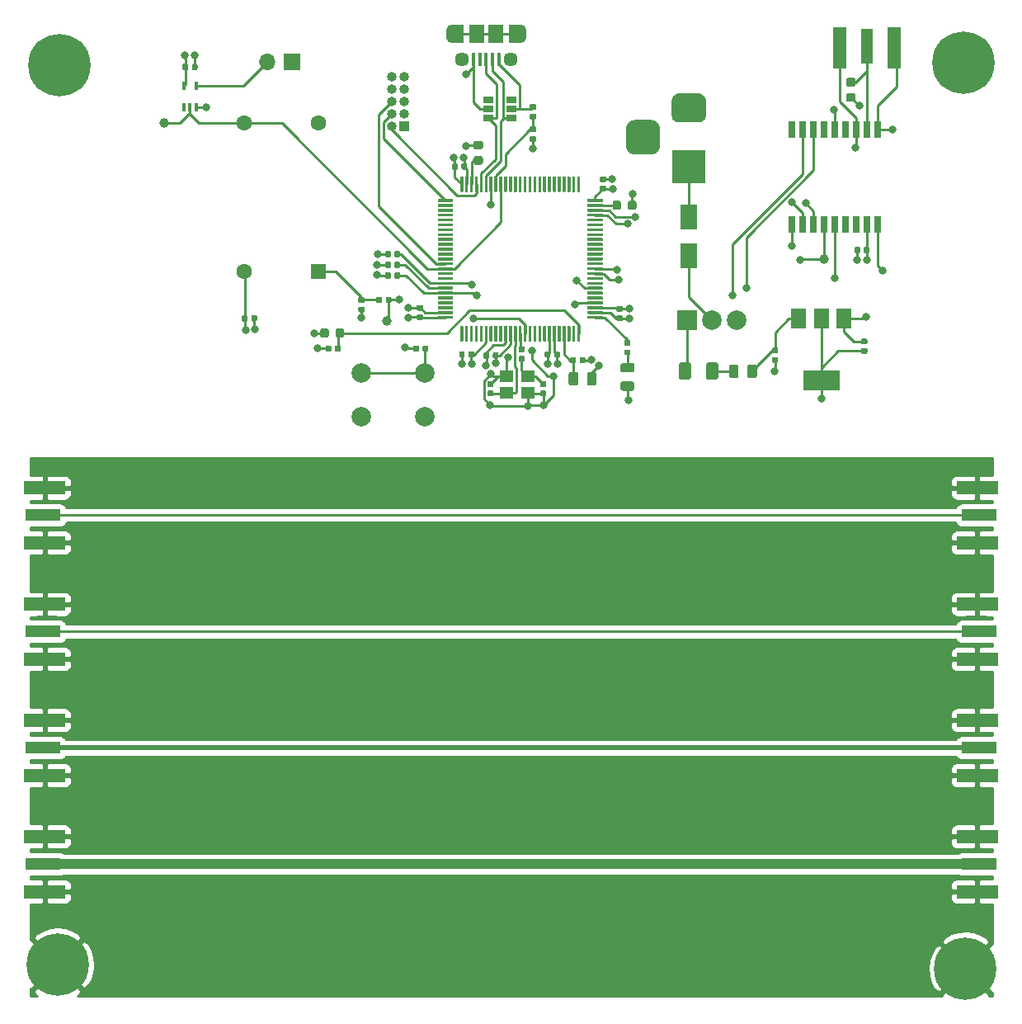
<source format=gbr>
G04 #@! TF.GenerationSoftware,KiCad,Pcbnew,5.1.5+dfsg1-2build2*
G04 #@! TF.CreationDate,2021-02-28T13:03:34-05:00*
G04 #@! TF.ProjectId,gpsdo,67707364-6f2e-46b6-9963-61645f706362,rev?*
G04 #@! TF.SameCoordinates,Original*
G04 #@! TF.FileFunction,Copper,L1,Top*
G04 #@! TF.FilePolarity,Positive*
%FSLAX46Y46*%
G04 Gerber Fmt 4.6, Leading zero omitted, Abs format (unit mm)*
G04 Created by KiCad (PCBNEW 5.1.5+dfsg1-2build2) date 2021-02-28 13:03:34*
%MOMM*%
%LPD*%
G04 APERTURE LIST*
%ADD10R,0.800000X1.800000*%
%ADD11R,1.270000X3.600000*%
%ADD12R,1.350000X4.200000*%
%ADD13C,0.100000*%
%ADD14R,1.800000X2.500000*%
%ADD15C,6.400000*%
%ADD16O,1.000000X1.000000*%
%ADD17R,1.000000X1.000000*%
%ADD18R,3.500000X3.500000*%
%ADD19R,1.200000X1.900000*%
%ADD20O,1.200000X1.900000*%
%ADD21R,1.500000X1.900000*%
%ADD22C,1.450000*%
%ADD23R,0.400000X1.350000*%
%ADD24O,1.700000X1.700000*%
%ADD25R,1.700000X1.700000*%
%ADD26C,2.000000*%
%ADD27R,2.000000X2.000000*%
%ADD28C,1.000000*%
%ADD29R,1.500000X2.000000*%
%ADD30R,3.800000X2.000000*%
%ADD31C,1.600000*%
%ADD32R,1.600000X1.600000*%
%ADD33R,0.400000X0.900000*%
%ADD34R,1.400000X1.200000*%
%ADD35R,3.600000X1.270000*%
%ADD36R,4.200000X1.350000*%
%ADD37R,1.000000X0.700000*%
%ADD38C,0.800000*%
%ADD39C,0.250000*%
%ADD40C,0.293370*%
%ADD41C,0.500000*%
%ADD42C,1.000000*%
%ADD43C,0.254000*%
G04 APERTURE END LIST*
D10*
X78780000Y-10450000D03*
X79880000Y-10450000D03*
X80980000Y-10450000D03*
X82080000Y-10450000D03*
X83180000Y-10450000D03*
X84280000Y-10450000D03*
X85380000Y-10450000D03*
X86480000Y-10450000D03*
X87580000Y-10450000D03*
X87580000Y-20150000D03*
X86480000Y-20150000D03*
X85380000Y-20150000D03*
X84280000Y-20150000D03*
X83180000Y-20150000D03*
X82080000Y-20150000D03*
X80980000Y-20150000D03*
X79880000Y-20150000D03*
X78780000Y-20150000D03*
D11*
X86480000Y-1860000D03*
D12*
X83655000Y-2060000D03*
X89305000Y-2060000D03*
G04 #@! TA.AperFunction,SMDPad,CuDef*
D13*
G36*
X40376958Y-32580710D02*
G01*
X40391276Y-32582834D01*
X40405317Y-32586351D01*
X40418946Y-32591228D01*
X40432031Y-32597417D01*
X40444447Y-32604858D01*
X40456073Y-32613481D01*
X40466798Y-32623202D01*
X40476519Y-32633927D01*
X40485142Y-32645553D01*
X40492583Y-32657969D01*
X40498772Y-32671054D01*
X40503649Y-32684683D01*
X40507166Y-32698724D01*
X40509290Y-32713042D01*
X40510000Y-32727500D01*
X40510000Y-33072500D01*
X40509290Y-33086958D01*
X40507166Y-33101276D01*
X40503649Y-33115317D01*
X40498772Y-33128946D01*
X40492583Y-33142031D01*
X40485142Y-33154447D01*
X40476519Y-33166073D01*
X40466798Y-33176798D01*
X40456073Y-33186519D01*
X40444447Y-33195142D01*
X40432031Y-33202583D01*
X40418946Y-33208772D01*
X40405317Y-33213649D01*
X40391276Y-33217166D01*
X40376958Y-33219290D01*
X40362500Y-33220000D01*
X40067500Y-33220000D01*
X40053042Y-33219290D01*
X40038724Y-33217166D01*
X40024683Y-33213649D01*
X40011054Y-33208772D01*
X39997969Y-33202583D01*
X39985553Y-33195142D01*
X39973927Y-33186519D01*
X39963202Y-33176798D01*
X39953481Y-33166073D01*
X39944858Y-33154447D01*
X39937417Y-33142031D01*
X39931228Y-33128946D01*
X39926351Y-33115317D01*
X39922834Y-33101276D01*
X39920710Y-33086958D01*
X39920000Y-33072500D01*
X39920000Y-32727500D01*
X39920710Y-32713042D01*
X39922834Y-32698724D01*
X39926351Y-32684683D01*
X39931228Y-32671054D01*
X39937417Y-32657969D01*
X39944858Y-32645553D01*
X39953481Y-32633927D01*
X39963202Y-32623202D01*
X39973927Y-32613481D01*
X39985553Y-32604858D01*
X39997969Y-32597417D01*
X40011054Y-32591228D01*
X40024683Y-32586351D01*
X40038724Y-32582834D01*
X40053042Y-32580710D01*
X40067500Y-32580000D01*
X40362500Y-32580000D01*
X40376958Y-32580710D01*
G37*
G04 #@! TD.AperFunction*
G04 #@! TA.AperFunction,SMDPad,CuDef*
G36*
X41346958Y-32580710D02*
G01*
X41361276Y-32582834D01*
X41375317Y-32586351D01*
X41388946Y-32591228D01*
X41402031Y-32597417D01*
X41414447Y-32604858D01*
X41426073Y-32613481D01*
X41436798Y-32623202D01*
X41446519Y-32633927D01*
X41455142Y-32645553D01*
X41462583Y-32657969D01*
X41468772Y-32671054D01*
X41473649Y-32684683D01*
X41477166Y-32698724D01*
X41479290Y-32713042D01*
X41480000Y-32727500D01*
X41480000Y-33072500D01*
X41479290Y-33086958D01*
X41477166Y-33101276D01*
X41473649Y-33115317D01*
X41468772Y-33128946D01*
X41462583Y-33142031D01*
X41455142Y-33154447D01*
X41446519Y-33166073D01*
X41436798Y-33176798D01*
X41426073Y-33186519D01*
X41414447Y-33195142D01*
X41402031Y-33202583D01*
X41388946Y-33208772D01*
X41375317Y-33213649D01*
X41361276Y-33217166D01*
X41346958Y-33219290D01*
X41332500Y-33220000D01*
X41037500Y-33220000D01*
X41023042Y-33219290D01*
X41008724Y-33217166D01*
X40994683Y-33213649D01*
X40981054Y-33208772D01*
X40967969Y-33202583D01*
X40955553Y-33195142D01*
X40943927Y-33186519D01*
X40933202Y-33176798D01*
X40923481Y-33166073D01*
X40914858Y-33154447D01*
X40907417Y-33142031D01*
X40901228Y-33128946D01*
X40896351Y-33115317D01*
X40892834Y-33101276D01*
X40890710Y-33086958D01*
X40890000Y-33072500D01*
X40890000Y-32727500D01*
X40890710Y-32713042D01*
X40892834Y-32698724D01*
X40896351Y-32684683D01*
X40901228Y-32671054D01*
X40907417Y-32657969D01*
X40914858Y-32645553D01*
X40923481Y-32633927D01*
X40933202Y-32623202D01*
X40943927Y-32613481D01*
X40955553Y-32604858D01*
X40967969Y-32597417D01*
X40981054Y-32591228D01*
X40994683Y-32586351D01*
X41008724Y-32582834D01*
X41023042Y-32580710D01*
X41037500Y-32580000D01*
X41332500Y-32580000D01*
X41346958Y-32580710D01*
G37*
G04 #@! TD.AperFunction*
G04 #@! TA.AperFunction,SMDPad,CuDef*
G36*
X45326958Y-13900710D02*
G01*
X45341276Y-13902834D01*
X45355317Y-13906351D01*
X45368946Y-13911228D01*
X45382031Y-13917417D01*
X45394447Y-13924858D01*
X45406073Y-13933481D01*
X45416798Y-13943202D01*
X45426519Y-13953927D01*
X45435142Y-13965553D01*
X45442583Y-13977969D01*
X45448772Y-13991054D01*
X45453649Y-14004683D01*
X45457166Y-14018724D01*
X45459290Y-14033042D01*
X45460000Y-14047500D01*
X45460000Y-14392500D01*
X45459290Y-14406958D01*
X45457166Y-14421276D01*
X45453649Y-14435317D01*
X45448772Y-14448946D01*
X45442583Y-14462031D01*
X45435142Y-14474447D01*
X45426519Y-14486073D01*
X45416798Y-14496798D01*
X45406073Y-14506519D01*
X45394447Y-14515142D01*
X45382031Y-14522583D01*
X45368946Y-14528772D01*
X45355317Y-14533649D01*
X45341276Y-14537166D01*
X45326958Y-14539290D01*
X45312500Y-14540000D01*
X45017500Y-14540000D01*
X45003042Y-14539290D01*
X44988724Y-14537166D01*
X44974683Y-14533649D01*
X44961054Y-14528772D01*
X44947969Y-14522583D01*
X44935553Y-14515142D01*
X44923927Y-14506519D01*
X44913202Y-14496798D01*
X44903481Y-14486073D01*
X44894858Y-14474447D01*
X44887417Y-14462031D01*
X44881228Y-14448946D01*
X44876351Y-14435317D01*
X44872834Y-14421276D01*
X44870710Y-14406958D01*
X44870000Y-14392500D01*
X44870000Y-14047500D01*
X44870710Y-14033042D01*
X44872834Y-14018724D01*
X44876351Y-14004683D01*
X44881228Y-13991054D01*
X44887417Y-13977969D01*
X44894858Y-13965553D01*
X44903481Y-13953927D01*
X44913202Y-13943202D01*
X44923927Y-13933481D01*
X44935553Y-13924858D01*
X44947969Y-13917417D01*
X44961054Y-13911228D01*
X44974683Y-13906351D01*
X44988724Y-13902834D01*
X45003042Y-13900710D01*
X45017500Y-13900000D01*
X45312500Y-13900000D01*
X45326958Y-13900710D01*
G37*
G04 #@! TD.AperFunction*
G04 #@! TA.AperFunction,SMDPad,CuDef*
G36*
X44356958Y-13900710D02*
G01*
X44371276Y-13902834D01*
X44385317Y-13906351D01*
X44398946Y-13911228D01*
X44412031Y-13917417D01*
X44424447Y-13924858D01*
X44436073Y-13933481D01*
X44446798Y-13943202D01*
X44456519Y-13953927D01*
X44465142Y-13965553D01*
X44472583Y-13977969D01*
X44478772Y-13991054D01*
X44483649Y-14004683D01*
X44487166Y-14018724D01*
X44489290Y-14033042D01*
X44490000Y-14047500D01*
X44490000Y-14392500D01*
X44489290Y-14406958D01*
X44487166Y-14421276D01*
X44483649Y-14435317D01*
X44478772Y-14448946D01*
X44472583Y-14462031D01*
X44465142Y-14474447D01*
X44456519Y-14486073D01*
X44446798Y-14496798D01*
X44436073Y-14506519D01*
X44424447Y-14515142D01*
X44412031Y-14522583D01*
X44398946Y-14528772D01*
X44385317Y-14533649D01*
X44371276Y-14537166D01*
X44356958Y-14539290D01*
X44342500Y-14540000D01*
X44047500Y-14540000D01*
X44033042Y-14539290D01*
X44018724Y-14537166D01*
X44004683Y-14533649D01*
X43991054Y-14528772D01*
X43977969Y-14522583D01*
X43965553Y-14515142D01*
X43953927Y-14506519D01*
X43943202Y-14496798D01*
X43933481Y-14486073D01*
X43924858Y-14474447D01*
X43917417Y-14462031D01*
X43911228Y-14448946D01*
X43906351Y-14435317D01*
X43902834Y-14421276D01*
X43900710Y-14406958D01*
X43900000Y-14392500D01*
X43900000Y-14047500D01*
X43900710Y-14033042D01*
X43902834Y-14018724D01*
X43906351Y-14004683D01*
X43911228Y-13991054D01*
X43917417Y-13977969D01*
X43924858Y-13965553D01*
X43933481Y-13953927D01*
X43943202Y-13943202D01*
X43953927Y-13933481D01*
X43965553Y-13924858D01*
X43977969Y-13917417D01*
X43991054Y-13911228D01*
X44004683Y-13906351D01*
X44018724Y-13902834D01*
X44033042Y-13900710D01*
X44047500Y-13900000D01*
X44342500Y-13900000D01*
X44356958Y-13900710D01*
G37*
G04 #@! TD.AperFunction*
G04 #@! TA.AperFunction,SMDPad,CuDef*
G36*
X59586958Y-15220710D02*
G01*
X59601276Y-15222834D01*
X59615317Y-15226351D01*
X59628946Y-15231228D01*
X59642031Y-15237417D01*
X59654447Y-15244858D01*
X59666073Y-15253481D01*
X59676798Y-15263202D01*
X59686519Y-15273927D01*
X59695142Y-15285553D01*
X59702583Y-15297969D01*
X59708772Y-15311054D01*
X59713649Y-15324683D01*
X59717166Y-15338724D01*
X59719290Y-15353042D01*
X59720000Y-15367500D01*
X59720000Y-15662500D01*
X59719290Y-15676958D01*
X59717166Y-15691276D01*
X59713649Y-15705317D01*
X59708772Y-15718946D01*
X59702583Y-15732031D01*
X59695142Y-15744447D01*
X59686519Y-15756073D01*
X59676798Y-15766798D01*
X59666073Y-15776519D01*
X59654447Y-15785142D01*
X59642031Y-15792583D01*
X59628946Y-15798772D01*
X59615317Y-15803649D01*
X59601276Y-15807166D01*
X59586958Y-15809290D01*
X59572500Y-15810000D01*
X59227500Y-15810000D01*
X59213042Y-15809290D01*
X59198724Y-15807166D01*
X59184683Y-15803649D01*
X59171054Y-15798772D01*
X59157969Y-15792583D01*
X59145553Y-15785142D01*
X59133927Y-15776519D01*
X59123202Y-15766798D01*
X59113481Y-15756073D01*
X59104858Y-15744447D01*
X59097417Y-15732031D01*
X59091228Y-15718946D01*
X59086351Y-15705317D01*
X59082834Y-15691276D01*
X59080710Y-15676958D01*
X59080000Y-15662500D01*
X59080000Y-15367500D01*
X59080710Y-15353042D01*
X59082834Y-15338724D01*
X59086351Y-15324683D01*
X59091228Y-15311054D01*
X59097417Y-15297969D01*
X59104858Y-15285553D01*
X59113481Y-15273927D01*
X59123202Y-15263202D01*
X59133927Y-15253481D01*
X59145553Y-15244858D01*
X59157969Y-15237417D01*
X59171054Y-15231228D01*
X59184683Y-15226351D01*
X59198724Y-15222834D01*
X59213042Y-15220710D01*
X59227500Y-15220000D01*
X59572500Y-15220000D01*
X59586958Y-15220710D01*
G37*
G04 #@! TD.AperFunction*
G04 #@! TA.AperFunction,SMDPad,CuDef*
G36*
X59586958Y-16190710D02*
G01*
X59601276Y-16192834D01*
X59615317Y-16196351D01*
X59628946Y-16201228D01*
X59642031Y-16207417D01*
X59654447Y-16214858D01*
X59666073Y-16223481D01*
X59676798Y-16233202D01*
X59686519Y-16243927D01*
X59695142Y-16255553D01*
X59702583Y-16267969D01*
X59708772Y-16281054D01*
X59713649Y-16294683D01*
X59717166Y-16308724D01*
X59719290Y-16323042D01*
X59720000Y-16337500D01*
X59720000Y-16632500D01*
X59719290Y-16646958D01*
X59717166Y-16661276D01*
X59713649Y-16675317D01*
X59708772Y-16688946D01*
X59702583Y-16702031D01*
X59695142Y-16714447D01*
X59686519Y-16726073D01*
X59676798Y-16736798D01*
X59666073Y-16746519D01*
X59654447Y-16755142D01*
X59642031Y-16762583D01*
X59628946Y-16768772D01*
X59615317Y-16773649D01*
X59601276Y-16777166D01*
X59586958Y-16779290D01*
X59572500Y-16780000D01*
X59227500Y-16780000D01*
X59213042Y-16779290D01*
X59198724Y-16777166D01*
X59184683Y-16773649D01*
X59171054Y-16768772D01*
X59157969Y-16762583D01*
X59145553Y-16755142D01*
X59133927Y-16746519D01*
X59123202Y-16736798D01*
X59113481Y-16726073D01*
X59104858Y-16714447D01*
X59097417Y-16702031D01*
X59091228Y-16688946D01*
X59086351Y-16675317D01*
X59082834Y-16661276D01*
X59080710Y-16646958D01*
X59080000Y-16632500D01*
X59080000Y-16337500D01*
X59080710Y-16323042D01*
X59082834Y-16308724D01*
X59086351Y-16294683D01*
X59091228Y-16281054D01*
X59097417Y-16267969D01*
X59104858Y-16255553D01*
X59113481Y-16243927D01*
X59123202Y-16233202D01*
X59133927Y-16223481D01*
X59145553Y-16214858D01*
X59157969Y-16207417D01*
X59171054Y-16201228D01*
X59184683Y-16196351D01*
X59198724Y-16192834D01*
X59213042Y-16190710D01*
X59227500Y-16190000D01*
X59572500Y-16190000D01*
X59586958Y-16190710D01*
G37*
G04 #@! TD.AperFunction*
G04 #@! TA.AperFunction,SMDPad,CuDef*
G36*
X61286958Y-29490710D02*
G01*
X61301276Y-29492834D01*
X61315317Y-29496351D01*
X61328946Y-29501228D01*
X61342031Y-29507417D01*
X61354447Y-29514858D01*
X61366073Y-29523481D01*
X61376798Y-29533202D01*
X61386519Y-29543927D01*
X61395142Y-29555553D01*
X61402583Y-29567969D01*
X61408772Y-29581054D01*
X61413649Y-29594683D01*
X61417166Y-29608724D01*
X61419290Y-29623042D01*
X61420000Y-29637500D01*
X61420000Y-29932500D01*
X61419290Y-29946958D01*
X61417166Y-29961276D01*
X61413649Y-29975317D01*
X61408772Y-29988946D01*
X61402583Y-30002031D01*
X61395142Y-30014447D01*
X61386519Y-30026073D01*
X61376798Y-30036798D01*
X61366073Y-30046519D01*
X61354447Y-30055142D01*
X61342031Y-30062583D01*
X61328946Y-30068772D01*
X61315317Y-30073649D01*
X61301276Y-30077166D01*
X61286958Y-30079290D01*
X61272500Y-30080000D01*
X60927500Y-30080000D01*
X60913042Y-30079290D01*
X60898724Y-30077166D01*
X60884683Y-30073649D01*
X60871054Y-30068772D01*
X60857969Y-30062583D01*
X60845553Y-30055142D01*
X60833927Y-30046519D01*
X60823202Y-30036798D01*
X60813481Y-30026073D01*
X60804858Y-30014447D01*
X60797417Y-30002031D01*
X60791228Y-29988946D01*
X60786351Y-29975317D01*
X60782834Y-29961276D01*
X60780710Y-29946958D01*
X60780000Y-29932500D01*
X60780000Y-29637500D01*
X60780710Y-29623042D01*
X60782834Y-29608724D01*
X60786351Y-29594683D01*
X60791228Y-29581054D01*
X60797417Y-29567969D01*
X60804858Y-29555553D01*
X60813481Y-29543927D01*
X60823202Y-29533202D01*
X60833927Y-29523481D01*
X60845553Y-29514858D01*
X60857969Y-29507417D01*
X60871054Y-29501228D01*
X60884683Y-29496351D01*
X60898724Y-29492834D01*
X60913042Y-29490710D01*
X60927500Y-29490000D01*
X61272500Y-29490000D01*
X61286958Y-29490710D01*
G37*
G04 #@! TD.AperFunction*
G04 #@! TA.AperFunction,SMDPad,CuDef*
G36*
X61286958Y-28520710D02*
G01*
X61301276Y-28522834D01*
X61315317Y-28526351D01*
X61328946Y-28531228D01*
X61342031Y-28537417D01*
X61354447Y-28544858D01*
X61366073Y-28553481D01*
X61376798Y-28563202D01*
X61386519Y-28573927D01*
X61395142Y-28585553D01*
X61402583Y-28597969D01*
X61408772Y-28611054D01*
X61413649Y-28624683D01*
X61417166Y-28638724D01*
X61419290Y-28653042D01*
X61420000Y-28667500D01*
X61420000Y-28962500D01*
X61419290Y-28976958D01*
X61417166Y-28991276D01*
X61413649Y-29005317D01*
X61408772Y-29018946D01*
X61402583Y-29032031D01*
X61395142Y-29044447D01*
X61386519Y-29056073D01*
X61376798Y-29066798D01*
X61366073Y-29076519D01*
X61354447Y-29085142D01*
X61342031Y-29092583D01*
X61328946Y-29098772D01*
X61315317Y-29103649D01*
X61301276Y-29107166D01*
X61286958Y-29109290D01*
X61272500Y-29110000D01*
X60927500Y-29110000D01*
X60913042Y-29109290D01*
X60898724Y-29107166D01*
X60884683Y-29103649D01*
X60871054Y-29098772D01*
X60857969Y-29092583D01*
X60845553Y-29085142D01*
X60833927Y-29076519D01*
X60823202Y-29066798D01*
X60813481Y-29056073D01*
X60804858Y-29044447D01*
X60797417Y-29032031D01*
X60791228Y-29018946D01*
X60786351Y-29005317D01*
X60782834Y-28991276D01*
X60780710Y-28976958D01*
X60780000Y-28962500D01*
X60780000Y-28667500D01*
X60780710Y-28653042D01*
X60782834Y-28638724D01*
X60786351Y-28624683D01*
X60791228Y-28611054D01*
X60797417Y-28597969D01*
X60804858Y-28585553D01*
X60813481Y-28573927D01*
X60823202Y-28563202D01*
X60833927Y-28553481D01*
X60845553Y-28544858D01*
X60857969Y-28537417D01*
X60871054Y-28531228D01*
X60884683Y-28526351D01*
X60898724Y-28522834D01*
X60913042Y-28520710D01*
X60927500Y-28520000D01*
X61272500Y-28520000D01*
X61286958Y-28520710D01*
G37*
G04 #@! TD.AperFunction*
G04 #@! TA.AperFunction,SMDPad,CuDef*
G36*
X54846958Y-33180710D02*
G01*
X54861276Y-33182834D01*
X54875317Y-33186351D01*
X54888946Y-33191228D01*
X54902031Y-33197417D01*
X54914447Y-33204858D01*
X54926073Y-33213481D01*
X54936798Y-33223202D01*
X54946519Y-33233927D01*
X54955142Y-33245553D01*
X54962583Y-33257969D01*
X54968772Y-33271054D01*
X54973649Y-33284683D01*
X54977166Y-33298724D01*
X54979290Y-33313042D01*
X54980000Y-33327500D01*
X54980000Y-33672500D01*
X54979290Y-33686958D01*
X54977166Y-33701276D01*
X54973649Y-33715317D01*
X54968772Y-33728946D01*
X54962583Y-33742031D01*
X54955142Y-33754447D01*
X54946519Y-33766073D01*
X54936798Y-33776798D01*
X54926073Y-33786519D01*
X54914447Y-33795142D01*
X54902031Y-33802583D01*
X54888946Y-33808772D01*
X54875317Y-33813649D01*
X54861276Y-33817166D01*
X54846958Y-33819290D01*
X54832500Y-33820000D01*
X54537500Y-33820000D01*
X54523042Y-33819290D01*
X54508724Y-33817166D01*
X54494683Y-33813649D01*
X54481054Y-33808772D01*
X54467969Y-33802583D01*
X54455553Y-33795142D01*
X54443927Y-33786519D01*
X54433202Y-33776798D01*
X54423481Y-33766073D01*
X54414858Y-33754447D01*
X54407417Y-33742031D01*
X54401228Y-33728946D01*
X54396351Y-33715317D01*
X54392834Y-33701276D01*
X54390710Y-33686958D01*
X54390000Y-33672500D01*
X54390000Y-33327500D01*
X54390710Y-33313042D01*
X54392834Y-33298724D01*
X54396351Y-33284683D01*
X54401228Y-33271054D01*
X54407417Y-33257969D01*
X54414858Y-33245553D01*
X54423481Y-33233927D01*
X54433202Y-33223202D01*
X54443927Y-33213481D01*
X54455553Y-33204858D01*
X54467969Y-33197417D01*
X54481054Y-33191228D01*
X54494683Y-33186351D01*
X54508724Y-33182834D01*
X54523042Y-33180710D01*
X54537500Y-33180000D01*
X54832500Y-33180000D01*
X54846958Y-33180710D01*
G37*
G04 #@! TD.AperFunction*
G04 #@! TA.AperFunction,SMDPad,CuDef*
G36*
X53876958Y-33180710D02*
G01*
X53891276Y-33182834D01*
X53905317Y-33186351D01*
X53918946Y-33191228D01*
X53932031Y-33197417D01*
X53944447Y-33204858D01*
X53956073Y-33213481D01*
X53966798Y-33223202D01*
X53976519Y-33233927D01*
X53985142Y-33245553D01*
X53992583Y-33257969D01*
X53998772Y-33271054D01*
X54003649Y-33284683D01*
X54007166Y-33298724D01*
X54009290Y-33313042D01*
X54010000Y-33327500D01*
X54010000Y-33672500D01*
X54009290Y-33686958D01*
X54007166Y-33701276D01*
X54003649Y-33715317D01*
X53998772Y-33728946D01*
X53992583Y-33742031D01*
X53985142Y-33754447D01*
X53976519Y-33766073D01*
X53966798Y-33776798D01*
X53956073Y-33786519D01*
X53944447Y-33795142D01*
X53932031Y-33802583D01*
X53918946Y-33808772D01*
X53905317Y-33813649D01*
X53891276Y-33817166D01*
X53876958Y-33819290D01*
X53862500Y-33820000D01*
X53567500Y-33820000D01*
X53553042Y-33819290D01*
X53538724Y-33817166D01*
X53524683Y-33813649D01*
X53511054Y-33808772D01*
X53497969Y-33802583D01*
X53485553Y-33795142D01*
X53473927Y-33786519D01*
X53463202Y-33776798D01*
X53453481Y-33766073D01*
X53444858Y-33754447D01*
X53437417Y-33742031D01*
X53431228Y-33728946D01*
X53426351Y-33715317D01*
X53422834Y-33701276D01*
X53420710Y-33686958D01*
X53420000Y-33672500D01*
X53420000Y-33327500D01*
X53420710Y-33313042D01*
X53422834Y-33298724D01*
X53426351Y-33284683D01*
X53431228Y-33271054D01*
X53437417Y-33257969D01*
X53444858Y-33245553D01*
X53453481Y-33233927D01*
X53463202Y-33223202D01*
X53473927Y-33213481D01*
X53485553Y-33204858D01*
X53497969Y-33197417D01*
X53511054Y-33191228D01*
X53524683Y-33186351D01*
X53538724Y-33182834D01*
X53553042Y-33180710D01*
X53567500Y-33180000D01*
X53862500Y-33180000D01*
X53876958Y-33180710D01*
G37*
G04 #@! TD.AperFunction*
G04 #@! TA.AperFunction,SMDPad,CuDef*
G36*
X57446958Y-33780710D02*
G01*
X57461276Y-33782834D01*
X57475317Y-33786351D01*
X57488946Y-33791228D01*
X57502031Y-33797417D01*
X57514447Y-33804858D01*
X57526073Y-33813481D01*
X57536798Y-33823202D01*
X57546519Y-33833927D01*
X57555142Y-33845553D01*
X57562583Y-33857969D01*
X57568772Y-33871054D01*
X57573649Y-33884683D01*
X57577166Y-33898724D01*
X57579290Y-33913042D01*
X57580000Y-33927500D01*
X57580000Y-34272500D01*
X57579290Y-34286958D01*
X57577166Y-34301276D01*
X57573649Y-34315317D01*
X57568772Y-34328946D01*
X57562583Y-34342031D01*
X57555142Y-34354447D01*
X57546519Y-34366073D01*
X57536798Y-34376798D01*
X57526073Y-34386519D01*
X57514447Y-34395142D01*
X57502031Y-34402583D01*
X57488946Y-34408772D01*
X57475317Y-34413649D01*
X57461276Y-34417166D01*
X57446958Y-34419290D01*
X57432500Y-34420000D01*
X57137500Y-34420000D01*
X57123042Y-34419290D01*
X57108724Y-34417166D01*
X57094683Y-34413649D01*
X57081054Y-34408772D01*
X57067969Y-34402583D01*
X57055553Y-34395142D01*
X57043927Y-34386519D01*
X57033202Y-34376798D01*
X57023481Y-34366073D01*
X57014858Y-34354447D01*
X57007417Y-34342031D01*
X57001228Y-34328946D01*
X56996351Y-34315317D01*
X56992834Y-34301276D01*
X56990710Y-34286958D01*
X56990000Y-34272500D01*
X56990000Y-33927500D01*
X56990710Y-33913042D01*
X56992834Y-33898724D01*
X56996351Y-33884683D01*
X57001228Y-33871054D01*
X57007417Y-33857969D01*
X57014858Y-33845553D01*
X57023481Y-33833927D01*
X57033202Y-33823202D01*
X57043927Y-33813481D01*
X57055553Y-33804858D01*
X57067969Y-33797417D01*
X57081054Y-33791228D01*
X57094683Y-33786351D01*
X57108724Y-33782834D01*
X57123042Y-33780710D01*
X57137500Y-33780000D01*
X57432500Y-33780000D01*
X57446958Y-33780710D01*
G37*
G04 #@! TD.AperFunction*
G04 #@! TA.AperFunction,SMDPad,CuDef*
G36*
X56476958Y-33780710D02*
G01*
X56491276Y-33782834D01*
X56505317Y-33786351D01*
X56518946Y-33791228D01*
X56532031Y-33797417D01*
X56544447Y-33804858D01*
X56556073Y-33813481D01*
X56566798Y-33823202D01*
X56576519Y-33833927D01*
X56585142Y-33845553D01*
X56592583Y-33857969D01*
X56598772Y-33871054D01*
X56603649Y-33884683D01*
X56607166Y-33898724D01*
X56609290Y-33913042D01*
X56610000Y-33927500D01*
X56610000Y-34272500D01*
X56609290Y-34286958D01*
X56607166Y-34301276D01*
X56603649Y-34315317D01*
X56598772Y-34328946D01*
X56592583Y-34342031D01*
X56585142Y-34354447D01*
X56576519Y-34366073D01*
X56566798Y-34376798D01*
X56556073Y-34386519D01*
X56544447Y-34395142D01*
X56532031Y-34402583D01*
X56518946Y-34408772D01*
X56505317Y-34413649D01*
X56491276Y-34417166D01*
X56476958Y-34419290D01*
X56462500Y-34420000D01*
X56167500Y-34420000D01*
X56153042Y-34419290D01*
X56138724Y-34417166D01*
X56124683Y-34413649D01*
X56111054Y-34408772D01*
X56097969Y-34402583D01*
X56085553Y-34395142D01*
X56073927Y-34386519D01*
X56063202Y-34376798D01*
X56053481Y-34366073D01*
X56044858Y-34354447D01*
X56037417Y-34342031D01*
X56031228Y-34328946D01*
X56026351Y-34315317D01*
X56022834Y-34301276D01*
X56020710Y-34286958D01*
X56020000Y-34272500D01*
X56020000Y-33927500D01*
X56020710Y-33913042D01*
X56022834Y-33898724D01*
X56026351Y-33884683D01*
X56031228Y-33871054D01*
X56037417Y-33857969D01*
X56044858Y-33845553D01*
X56053481Y-33833927D01*
X56063202Y-33823202D01*
X56073927Y-33813481D01*
X56085553Y-33804858D01*
X56097969Y-33797417D01*
X56111054Y-33791228D01*
X56124683Y-33786351D01*
X56138724Y-33782834D01*
X56153042Y-33780710D01*
X56167500Y-33780000D01*
X56462500Y-33780000D01*
X56476958Y-33780710D01*
G37*
G04 #@! TD.AperFunction*
G04 #@! TA.AperFunction,SMDPad,CuDef*
G36*
X40786958Y-28420710D02*
G01*
X40801276Y-28422834D01*
X40815317Y-28426351D01*
X40828946Y-28431228D01*
X40842031Y-28437417D01*
X40854447Y-28444858D01*
X40866073Y-28453481D01*
X40876798Y-28463202D01*
X40886519Y-28473927D01*
X40895142Y-28485553D01*
X40902583Y-28497969D01*
X40908772Y-28511054D01*
X40913649Y-28524683D01*
X40917166Y-28538724D01*
X40919290Y-28553042D01*
X40920000Y-28567500D01*
X40920000Y-28862500D01*
X40919290Y-28876958D01*
X40917166Y-28891276D01*
X40913649Y-28905317D01*
X40908772Y-28918946D01*
X40902583Y-28932031D01*
X40895142Y-28944447D01*
X40886519Y-28956073D01*
X40876798Y-28966798D01*
X40866073Y-28976519D01*
X40854447Y-28985142D01*
X40842031Y-28992583D01*
X40828946Y-28998772D01*
X40815317Y-29003649D01*
X40801276Y-29007166D01*
X40786958Y-29009290D01*
X40772500Y-29010000D01*
X40427500Y-29010000D01*
X40413042Y-29009290D01*
X40398724Y-29007166D01*
X40384683Y-29003649D01*
X40371054Y-28998772D01*
X40357969Y-28992583D01*
X40345553Y-28985142D01*
X40333927Y-28976519D01*
X40323202Y-28966798D01*
X40313481Y-28956073D01*
X40304858Y-28944447D01*
X40297417Y-28932031D01*
X40291228Y-28918946D01*
X40286351Y-28905317D01*
X40282834Y-28891276D01*
X40280710Y-28876958D01*
X40280000Y-28862500D01*
X40280000Y-28567500D01*
X40280710Y-28553042D01*
X40282834Y-28538724D01*
X40286351Y-28524683D01*
X40291228Y-28511054D01*
X40297417Y-28497969D01*
X40304858Y-28485553D01*
X40313481Y-28473927D01*
X40323202Y-28463202D01*
X40333927Y-28453481D01*
X40345553Y-28444858D01*
X40357969Y-28437417D01*
X40371054Y-28431228D01*
X40384683Y-28426351D01*
X40398724Y-28422834D01*
X40413042Y-28420710D01*
X40427500Y-28420000D01*
X40772500Y-28420000D01*
X40786958Y-28420710D01*
G37*
G04 #@! TD.AperFunction*
G04 #@! TA.AperFunction,SMDPad,CuDef*
G36*
X40786958Y-29390710D02*
G01*
X40801276Y-29392834D01*
X40815317Y-29396351D01*
X40828946Y-29401228D01*
X40842031Y-29407417D01*
X40854447Y-29414858D01*
X40866073Y-29423481D01*
X40876798Y-29433202D01*
X40886519Y-29443927D01*
X40895142Y-29455553D01*
X40902583Y-29467969D01*
X40908772Y-29481054D01*
X40913649Y-29494683D01*
X40917166Y-29508724D01*
X40919290Y-29523042D01*
X40920000Y-29537500D01*
X40920000Y-29832500D01*
X40919290Y-29846958D01*
X40917166Y-29861276D01*
X40913649Y-29875317D01*
X40908772Y-29888946D01*
X40902583Y-29902031D01*
X40895142Y-29914447D01*
X40886519Y-29926073D01*
X40876798Y-29936798D01*
X40866073Y-29946519D01*
X40854447Y-29955142D01*
X40842031Y-29962583D01*
X40828946Y-29968772D01*
X40815317Y-29973649D01*
X40801276Y-29977166D01*
X40786958Y-29979290D01*
X40772500Y-29980000D01*
X40427500Y-29980000D01*
X40413042Y-29979290D01*
X40398724Y-29977166D01*
X40384683Y-29973649D01*
X40371054Y-29968772D01*
X40357969Y-29962583D01*
X40345553Y-29955142D01*
X40333927Y-29946519D01*
X40323202Y-29936798D01*
X40313481Y-29926073D01*
X40304858Y-29914447D01*
X40297417Y-29902031D01*
X40291228Y-29888946D01*
X40286351Y-29875317D01*
X40282834Y-29861276D01*
X40280710Y-29846958D01*
X40280000Y-29832500D01*
X40280000Y-29537500D01*
X40280710Y-29523042D01*
X40282834Y-29508724D01*
X40286351Y-29494683D01*
X40291228Y-29481054D01*
X40297417Y-29467969D01*
X40304858Y-29455553D01*
X40313481Y-29443927D01*
X40323202Y-29433202D01*
X40333927Y-29423481D01*
X40345553Y-29414858D01*
X40357969Y-29407417D01*
X40371054Y-29401228D01*
X40384683Y-29396351D01*
X40398724Y-29392834D01*
X40413042Y-29390710D01*
X40427500Y-29390000D01*
X40772500Y-29390000D01*
X40786958Y-29390710D01*
G37*
G04 #@! TD.AperFunction*
G04 #@! TA.AperFunction,SMDPad,CuDef*
G36*
X47576958Y-33280710D02*
G01*
X47591276Y-33282834D01*
X47605317Y-33286351D01*
X47618946Y-33291228D01*
X47632031Y-33297417D01*
X47644447Y-33304858D01*
X47656073Y-33313481D01*
X47666798Y-33323202D01*
X47676519Y-33333927D01*
X47685142Y-33345553D01*
X47692583Y-33357969D01*
X47698772Y-33371054D01*
X47703649Y-33384683D01*
X47707166Y-33398724D01*
X47709290Y-33413042D01*
X47710000Y-33427500D01*
X47710000Y-33772500D01*
X47709290Y-33786958D01*
X47707166Y-33801276D01*
X47703649Y-33815317D01*
X47698772Y-33828946D01*
X47692583Y-33842031D01*
X47685142Y-33854447D01*
X47676519Y-33866073D01*
X47666798Y-33876798D01*
X47656073Y-33886519D01*
X47644447Y-33895142D01*
X47632031Y-33902583D01*
X47618946Y-33908772D01*
X47605317Y-33913649D01*
X47591276Y-33917166D01*
X47576958Y-33919290D01*
X47562500Y-33920000D01*
X47267500Y-33920000D01*
X47253042Y-33919290D01*
X47238724Y-33917166D01*
X47224683Y-33913649D01*
X47211054Y-33908772D01*
X47197969Y-33902583D01*
X47185553Y-33895142D01*
X47173927Y-33886519D01*
X47163202Y-33876798D01*
X47153481Y-33866073D01*
X47144858Y-33854447D01*
X47137417Y-33842031D01*
X47131228Y-33828946D01*
X47126351Y-33815317D01*
X47122834Y-33801276D01*
X47120710Y-33786958D01*
X47120000Y-33772500D01*
X47120000Y-33427500D01*
X47120710Y-33413042D01*
X47122834Y-33398724D01*
X47126351Y-33384683D01*
X47131228Y-33371054D01*
X47137417Y-33357969D01*
X47144858Y-33345553D01*
X47153481Y-33333927D01*
X47163202Y-33323202D01*
X47173927Y-33313481D01*
X47185553Y-33304858D01*
X47197969Y-33297417D01*
X47211054Y-33291228D01*
X47224683Y-33286351D01*
X47238724Y-33282834D01*
X47253042Y-33280710D01*
X47267500Y-33280000D01*
X47562500Y-33280000D01*
X47576958Y-33280710D01*
G37*
G04 #@! TD.AperFunction*
G04 #@! TA.AperFunction,SMDPad,CuDef*
G36*
X48546958Y-33280710D02*
G01*
X48561276Y-33282834D01*
X48575317Y-33286351D01*
X48588946Y-33291228D01*
X48602031Y-33297417D01*
X48614447Y-33304858D01*
X48626073Y-33313481D01*
X48636798Y-33323202D01*
X48646519Y-33333927D01*
X48655142Y-33345553D01*
X48662583Y-33357969D01*
X48668772Y-33371054D01*
X48673649Y-33384683D01*
X48677166Y-33398724D01*
X48679290Y-33413042D01*
X48680000Y-33427500D01*
X48680000Y-33772500D01*
X48679290Y-33786958D01*
X48677166Y-33801276D01*
X48673649Y-33815317D01*
X48668772Y-33828946D01*
X48662583Y-33842031D01*
X48655142Y-33854447D01*
X48646519Y-33866073D01*
X48636798Y-33876798D01*
X48626073Y-33886519D01*
X48614447Y-33895142D01*
X48602031Y-33902583D01*
X48588946Y-33908772D01*
X48575317Y-33913649D01*
X48561276Y-33917166D01*
X48546958Y-33919290D01*
X48532500Y-33920000D01*
X48237500Y-33920000D01*
X48223042Y-33919290D01*
X48208724Y-33917166D01*
X48194683Y-33913649D01*
X48181054Y-33908772D01*
X48167969Y-33902583D01*
X48155553Y-33895142D01*
X48143927Y-33886519D01*
X48133202Y-33876798D01*
X48123481Y-33866073D01*
X48114858Y-33854447D01*
X48107417Y-33842031D01*
X48101228Y-33828946D01*
X48096351Y-33815317D01*
X48092834Y-33801276D01*
X48090710Y-33786958D01*
X48090000Y-33772500D01*
X48090000Y-33427500D01*
X48090710Y-33413042D01*
X48092834Y-33398724D01*
X48096351Y-33384683D01*
X48101228Y-33371054D01*
X48107417Y-33357969D01*
X48114858Y-33345553D01*
X48123481Y-33333927D01*
X48133202Y-33323202D01*
X48143927Y-33313481D01*
X48155553Y-33304858D01*
X48167969Y-33297417D01*
X48181054Y-33291228D01*
X48194683Y-33286351D01*
X48208724Y-33282834D01*
X48223042Y-33280710D01*
X48237500Y-33280000D01*
X48532500Y-33280000D01*
X48546958Y-33280710D01*
G37*
G04 #@! TD.AperFunction*
G04 #@! TA.AperFunction,SMDPad,CuDef*
G36*
X45076958Y-33180710D02*
G01*
X45091276Y-33182834D01*
X45105317Y-33186351D01*
X45118946Y-33191228D01*
X45132031Y-33197417D01*
X45144447Y-33204858D01*
X45156073Y-33213481D01*
X45166798Y-33223202D01*
X45176519Y-33233927D01*
X45185142Y-33245553D01*
X45192583Y-33257969D01*
X45198772Y-33271054D01*
X45203649Y-33284683D01*
X45207166Y-33298724D01*
X45209290Y-33313042D01*
X45210000Y-33327500D01*
X45210000Y-33672500D01*
X45209290Y-33686958D01*
X45207166Y-33701276D01*
X45203649Y-33715317D01*
X45198772Y-33728946D01*
X45192583Y-33742031D01*
X45185142Y-33754447D01*
X45176519Y-33766073D01*
X45166798Y-33776798D01*
X45156073Y-33786519D01*
X45144447Y-33795142D01*
X45132031Y-33802583D01*
X45118946Y-33808772D01*
X45105317Y-33813649D01*
X45091276Y-33817166D01*
X45076958Y-33819290D01*
X45062500Y-33820000D01*
X44767500Y-33820000D01*
X44753042Y-33819290D01*
X44738724Y-33817166D01*
X44724683Y-33813649D01*
X44711054Y-33808772D01*
X44697969Y-33802583D01*
X44685553Y-33795142D01*
X44673927Y-33786519D01*
X44663202Y-33776798D01*
X44653481Y-33766073D01*
X44644858Y-33754447D01*
X44637417Y-33742031D01*
X44631228Y-33728946D01*
X44626351Y-33715317D01*
X44622834Y-33701276D01*
X44620710Y-33686958D01*
X44620000Y-33672500D01*
X44620000Y-33327500D01*
X44620710Y-33313042D01*
X44622834Y-33298724D01*
X44626351Y-33284683D01*
X44631228Y-33271054D01*
X44637417Y-33257969D01*
X44644858Y-33245553D01*
X44653481Y-33233927D01*
X44663202Y-33223202D01*
X44673927Y-33213481D01*
X44685553Y-33204858D01*
X44697969Y-33197417D01*
X44711054Y-33191228D01*
X44724683Y-33186351D01*
X44738724Y-33182834D01*
X44753042Y-33180710D01*
X44767500Y-33180000D01*
X45062500Y-33180000D01*
X45076958Y-33180710D01*
G37*
G04 #@! TD.AperFunction*
G04 #@! TA.AperFunction,SMDPad,CuDef*
G36*
X46046958Y-33180710D02*
G01*
X46061276Y-33182834D01*
X46075317Y-33186351D01*
X46088946Y-33191228D01*
X46102031Y-33197417D01*
X46114447Y-33204858D01*
X46126073Y-33213481D01*
X46136798Y-33223202D01*
X46146519Y-33233927D01*
X46155142Y-33245553D01*
X46162583Y-33257969D01*
X46168772Y-33271054D01*
X46173649Y-33284683D01*
X46177166Y-33298724D01*
X46179290Y-33313042D01*
X46180000Y-33327500D01*
X46180000Y-33672500D01*
X46179290Y-33686958D01*
X46177166Y-33701276D01*
X46173649Y-33715317D01*
X46168772Y-33728946D01*
X46162583Y-33742031D01*
X46155142Y-33754447D01*
X46146519Y-33766073D01*
X46136798Y-33776798D01*
X46126073Y-33786519D01*
X46114447Y-33795142D01*
X46102031Y-33802583D01*
X46088946Y-33808772D01*
X46075317Y-33813649D01*
X46061276Y-33817166D01*
X46046958Y-33819290D01*
X46032500Y-33820000D01*
X45737500Y-33820000D01*
X45723042Y-33819290D01*
X45708724Y-33817166D01*
X45694683Y-33813649D01*
X45681054Y-33808772D01*
X45667969Y-33802583D01*
X45655553Y-33795142D01*
X45643927Y-33786519D01*
X45633202Y-33776798D01*
X45623481Y-33766073D01*
X45614858Y-33754447D01*
X45607417Y-33742031D01*
X45601228Y-33728946D01*
X45596351Y-33715317D01*
X45592834Y-33701276D01*
X45590710Y-33686958D01*
X45590000Y-33672500D01*
X45590000Y-33327500D01*
X45590710Y-33313042D01*
X45592834Y-33298724D01*
X45596351Y-33284683D01*
X45601228Y-33271054D01*
X45607417Y-33257969D01*
X45614858Y-33245553D01*
X45623481Y-33233927D01*
X45633202Y-33223202D01*
X45643927Y-33213481D01*
X45655553Y-33204858D01*
X45667969Y-33197417D01*
X45681054Y-33191228D01*
X45694683Y-33186351D01*
X45708724Y-33182834D01*
X45723042Y-33180710D01*
X45737500Y-33180000D01*
X46032500Y-33180000D01*
X46046958Y-33180710D01*
G37*
G04 #@! TD.AperFunction*
G04 #@! TA.AperFunction,SMDPad,CuDef*
G36*
X34786958Y-28590710D02*
G01*
X34801276Y-28592834D01*
X34815317Y-28596351D01*
X34828946Y-28601228D01*
X34842031Y-28607417D01*
X34854447Y-28614858D01*
X34866073Y-28623481D01*
X34876798Y-28633202D01*
X34886519Y-28643927D01*
X34895142Y-28655553D01*
X34902583Y-28667969D01*
X34908772Y-28681054D01*
X34913649Y-28694683D01*
X34917166Y-28708724D01*
X34919290Y-28723042D01*
X34920000Y-28737500D01*
X34920000Y-29032500D01*
X34919290Y-29046958D01*
X34917166Y-29061276D01*
X34913649Y-29075317D01*
X34908772Y-29088946D01*
X34902583Y-29102031D01*
X34895142Y-29114447D01*
X34886519Y-29126073D01*
X34876798Y-29136798D01*
X34866073Y-29146519D01*
X34854447Y-29155142D01*
X34842031Y-29162583D01*
X34828946Y-29168772D01*
X34815317Y-29173649D01*
X34801276Y-29177166D01*
X34786958Y-29179290D01*
X34772500Y-29180000D01*
X34427500Y-29180000D01*
X34413042Y-29179290D01*
X34398724Y-29177166D01*
X34384683Y-29173649D01*
X34371054Y-29168772D01*
X34357969Y-29162583D01*
X34345553Y-29155142D01*
X34333927Y-29146519D01*
X34323202Y-29136798D01*
X34313481Y-29126073D01*
X34304858Y-29114447D01*
X34297417Y-29102031D01*
X34291228Y-29088946D01*
X34286351Y-29075317D01*
X34282834Y-29061276D01*
X34280710Y-29046958D01*
X34280000Y-29032500D01*
X34280000Y-28737500D01*
X34280710Y-28723042D01*
X34282834Y-28708724D01*
X34286351Y-28694683D01*
X34291228Y-28681054D01*
X34297417Y-28667969D01*
X34304858Y-28655553D01*
X34313481Y-28643927D01*
X34323202Y-28633202D01*
X34333927Y-28623481D01*
X34345553Y-28614858D01*
X34357969Y-28607417D01*
X34371054Y-28601228D01*
X34384683Y-28596351D01*
X34398724Y-28592834D01*
X34413042Y-28590710D01*
X34427500Y-28590000D01*
X34772500Y-28590000D01*
X34786958Y-28590710D01*
G37*
G04 #@! TD.AperFunction*
G04 #@! TA.AperFunction,SMDPad,CuDef*
G36*
X34786958Y-27620710D02*
G01*
X34801276Y-27622834D01*
X34815317Y-27626351D01*
X34828946Y-27631228D01*
X34842031Y-27637417D01*
X34854447Y-27644858D01*
X34866073Y-27653481D01*
X34876798Y-27663202D01*
X34886519Y-27673927D01*
X34895142Y-27685553D01*
X34902583Y-27697969D01*
X34908772Y-27711054D01*
X34913649Y-27724683D01*
X34917166Y-27738724D01*
X34919290Y-27753042D01*
X34920000Y-27767500D01*
X34920000Y-28062500D01*
X34919290Y-28076958D01*
X34917166Y-28091276D01*
X34913649Y-28105317D01*
X34908772Y-28118946D01*
X34902583Y-28132031D01*
X34895142Y-28144447D01*
X34886519Y-28156073D01*
X34876798Y-28166798D01*
X34866073Y-28176519D01*
X34854447Y-28185142D01*
X34842031Y-28192583D01*
X34828946Y-28198772D01*
X34815317Y-28203649D01*
X34801276Y-28207166D01*
X34786958Y-28209290D01*
X34772500Y-28210000D01*
X34427500Y-28210000D01*
X34413042Y-28209290D01*
X34398724Y-28207166D01*
X34384683Y-28203649D01*
X34371054Y-28198772D01*
X34357969Y-28192583D01*
X34345553Y-28185142D01*
X34333927Y-28176519D01*
X34323202Y-28166798D01*
X34313481Y-28156073D01*
X34304858Y-28144447D01*
X34297417Y-28132031D01*
X34291228Y-28118946D01*
X34286351Y-28105317D01*
X34282834Y-28091276D01*
X34280710Y-28076958D01*
X34280000Y-28062500D01*
X34280000Y-27767500D01*
X34280710Y-27753042D01*
X34282834Y-27738724D01*
X34286351Y-27724683D01*
X34291228Y-27711054D01*
X34297417Y-27697969D01*
X34304858Y-27685553D01*
X34313481Y-27673927D01*
X34323202Y-27663202D01*
X34333927Y-27653481D01*
X34345553Y-27644858D01*
X34357969Y-27637417D01*
X34371054Y-27631228D01*
X34384683Y-27626351D01*
X34398724Y-27622834D01*
X34413042Y-27620710D01*
X34427500Y-27620000D01*
X34772500Y-27620000D01*
X34786958Y-27620710D01*
G37*
G04 #@! TD.AperFunction*
G04 #@! TA.AperFunction,SMDPad,CuDef*
G36*
X77236958Y-33760710D02*
G01*
X77251276Y-33762834D01*
X77265317Y-33766351D01*
X77278946Y-33771228D01*
X77292031Y-33777417D01*
X77304447Y-33784858D01*
X77316073Y-33793481D01*
X77326798Y-33803202D01*
X77336519Y-33813927D01*
X77345142Y-33825553D01*
X77352583Y-33837969D01*
X77358772Y-33851054D01*
X77363649Y-33864683D01*
X77367166Y-33878724D01*
X77369290Y-33893042D01*
X77370000Y-33907500D01*
X77370000Y-34202500D01*
X77369290Y-34216958D01*
X77367166Y-34231276D01*
X77363649Y-34245317D01*
X77358772Y-34258946D01*
X77352583Y-34272031D01*
X77345142Y-34284447D01*
X77336519Y-34296073D01*
X77326798Y-34306798D01*
X77316073Y-34316519D01*
X77304447Y-34325142D01*
X77292031Y-34332583D01*
X77278946Y-34338772D01*
X77265317Y-34343649D01*
X77251276Y-34347166D01*
X77236958Y-34349290D01*
X77222500Y-34350000D01*
X76877500Y-34350000D01*
X76863042Y-34349290D01*
X76848724Y-34347166D01*
X76834683Y-34343649D01*
X76821054Y-34338772D01*
X76807969Y-34332583D01*
X76795553Y-34325142D01*
X76783927Y-34316519D01*
X76773202Y-34306798D01*
X76763481Y-34296073D01*
X76754858Y-34284447D01*
X76747417Y-34272031D01*
X76741228Y-34258946D01*
X76736351Y-34245317D01*
X76732834Y-34231276D01*
X76730710Y-34216958D01*
X76730000Y-34202500D01*
X76730000Y-33907500D01*
X76730710Y-33893042D01*
X76732834Y-33878724D01*
X76736351Y-33864683D01*
X76741228Y-33851054D01*
X76747417Y-33837969D01*
X76754858Y-33825553D01*
X76763481Y-33813927D01*
X76773202Y-33803202D01*
X76783927Y-33793481D01*
X76795553Y-33784858D01*
X76807969Y-33777417D01*
X76821054Y-33771228D01*
X76834683Y-33766351D01*
X76848724Y-33762834D01*
X76863042Y-33760710D01*
X76877500Y-33760000D01*
X77222500Y-33760000D01*
X77236958Y-33760710D01*
G37*
G04 #@! TD.AperFunction*
G04 #@! TA.AperFunction,SMDPad,CuDef*
G36*
X77236958Y-32790710D02*
G01*
X77251276Y-32792834D01*
X77265317Y-32796351D01*
X77278946Y-32801228D01*
X77292031Y-32807417D01*
X77304447Y-32814858D01*
X77316073Y-32823481D01*
X77326798Y-32833202D01*
X77336519Y-32843927D01*
X77345142Y-32855553D01*
X77352583Y-32867969D01*
X77358772Y-32881054D01*
X77363649Y-32894683D01*
X77367166Y-32908724D01*
X77369290Y-32923042D01*
X77370000Y-32937500D01*
X77370000Y-33232500D01*
X77369290Y-33246958D01*
X77367166Y-33261276D01*
X77363649Y-33275317D01*
X77358772Y-33288946D01*
X77352583Y-33302031D01*
X77345142Y-33314447D01*
X77336519Y-33326073D01*
X77326798Y-33336798D01*
X77316073Y-33346519D01*
X77304447Y-33355142D01*
X77292031Y-33362583D01*
X77278946Y-33368772D01*
X77265317Y-33373649D01*
X77251276Y-33377166D01*
X77236958Y-33379290D01*
X77222500Y-33380000D01*
X76877500Y-33380000D01*
X76863042Y-33379290D01*
X76848724Y-33377166D01*
X76834683Y-33373649D01*
X76821054Y-33368772D01*
X76807969Y-33362583D01*
X76795553Y-33355142D01*
X76783927Y-33346519D01*
X76773202Y-33336798D01*
X76763481Y-33326073D01*
X76754858Y-33314447D01*
X76747417Y-33302031D01*
X76741228Y-33288946D01*
X76736351Y-33275317D01*
X76732834Y-33261276D01*
X76730710Y-33246958D01*
X76730000Y-33232500D01*
X76730000Y-32937500D01*
X76730710Y-32923042D01*
X76732834Y-32908724D01*
X76736351Y-32894683D01*
X76741228Y-32881054D01*
X76747417Y-32867969D01*
X76754858Y-32855553D01*
X76763481Y-32843927D01*
X76773202Y-32833202D01*
X76783927Y-32823481D01*
X76795553Y-32814858D01*
X76807969Y-32807417D01*
X76821054Y-32801228D01*
X76834683Y-32796351D01*
X76848724Y-32792834D01*
X76863042Y-32790710D01*
X76877500Y-32790000D01*
X77222500Y-32790000D01*
X77236958Y-32790710D01*
G37*
G04 #@! TD.AperFunction*
G04 #@! TA.AperFunction,SMDPad,CuDef*
G36*
X17646958Y-3680710D02*
G01*
X17661276Y-3682834D01*
X17675317Y-3686351D01*
X17688946Y-3691228D01*
X17702031Y-3697417D01*
X17714447Y-3704858D01*
X17726073Y-3713481D01*
X17736798Y-3723202D01*
X17746519Y-3733927D01*
X17755142Y-3745553D01*
X17762583Y-3757969D01*
X17768772Y-3771054D01*
X17773649Y-3784683D01*
X17777166Y-3798724D01*
X17779290Y-3813042D01*
X17780000Y-3827500D01*
X17780000Y-4172500D01*
X17779290Y-4186958D01*
X17777166Y-4201276D01*
X17773649Y-4215317D01*
X17768772Y-4228946D01*
X17762583Y-4242031D01*
X17755142Y-4254447D01*
X17746519Y-4266073D01*
X17736798Y-4276798D01*
X17726073Y-4286519D01*
X17714447Y-4295142D01*
X17702031Y-4302583D01*
X17688946Y-4308772D01*
X17675317Y-4313649D01*
X17661276Y-4317166D01*
X17646958Y-4319290D01*
X17632500Y-4320000D01*
X17337500Y-4320000D01*
X17323042Y-4319290D01*
X17308724Y-4317166D01*
X17294683Y-4313649D01*
X17281054Y-4308772D01*
X17267969Y-4302583D01*
X17255553Y-4295142D01*
X17243927Y-4286519D01*
X17233202Y-4276798D01*
X17223481Y-4266073D01*
X17214858Y-4254447D01*
X17207417Y-4242031D01*
X17201228Y-4228946D01*
X17196351Y-4215317D01*
X17192834Y-4201276D01*
X17190710Y-4186958D01*
X17190000Y-4172500D01*
X17190000Y-3827500D01*
X17190710Y-3813042D01*
X17192834Y-3798724D01*
X17196351Y-3784683D01*
X17201228Y-3771054D01*
X17207417Y-3757969D01*
X17214858Y-3745553D01*
X17223481Y-3733927D01*
X17233202Y-3723202D01*
X17243927Y-3713481D01*
X17255553Y-3704858D01*
X17267969Y-3697417D01*
X17281054Y-3691228D01*
X17294683Y-3686351D01*
X17308724Y-3682834D01*
X17323042Y-3680710D01*
X17337500Y-3680000D01*
X17632500Y-3680000D01*
X17646958Y-3680710D01*
G37*
G04 #@! TD.AperFunction*
G04 #@! TA.AperFunction,SMDPad,CuDef*
G36*
X16676958Y-3680710D02*
G01*
X16691276Y-3682834D01*
X16705317Y-3686351D01*
X16718946Y-3691228D01*
X16732031Y-3697417D01*
X16744447Y-3704858D01*
X16756073Y-3713481D01*
X16766798Y-3723202D01*
X16776519Y-3733927D01*
X16785142Y-3745553D01*
X16792583Y-3757969D01*
X16798772Y-3771054D01*
X16803649Y-3784683D01*
X16807166Y-3798724D01*
X16809290Y-3813042D01*
X16810000Y-3827500D01*
X16810000Y-4172500D01*
X16809290Y-4186958D01*
X16807166Y-4201276D01*
X16803649Y-4215317D01*
X16798772Y-4228946D01*
X16792583Y-4242031D01*
X16785142Y-4254447D01*
X16776519Y-4266073D01*
X16766798Y-4276798D01*
X16756073Y-4286519D01*
X16744447Y-4295142D01*
X16732031Y-4302583D01*
X16718946Y-4308772D01*
X16705317Y-4313649D01*
X16691276Y-4317166D01*
X16676958Y-4319290D01*
X16662500Y-4320000D01*
X16367500Y-4320000D01*
X16353042Y-4319290D01*
X16338724Y-4317166D01*
X16324683Y-4313649D01*
X16311054Y-4308772D01*
X16297969Y-4302583D01*
X16285553Y-4295142D01*
X16273927Y-4286519D01*
X16263202Y-4276798D01*
X16253481Y-4266073D01*
X16244858Y-4254447D01*
X16237417Y-4242031D01*
X16231228Y-4228946D01*
X16226351Y-4215317D01*
X16222834Y-4201276D01*
X16220710Y-4186958D01*
X16220000Y-4172500D01*
X16220000Y-3827500D01*
X16220710Y-3813042D01*
X16222834Y-3798724D01*
X16226351Y-3784683D01*
X16231228Y-3771054D01*
X16237417Y-3757969D01*
X16244858Y-3745553D01*
X16253481Y-3733927D01*
X16263202Y-3723202D01*
X16273927Y-3713481D01*
X16285553Y-3704858D01*
X16297969Y-3697417D01*
X16311054Y-3691228D01*
X16324683Y-3686351D01*
X16338724Y-3682834D01*
X16353042Y-3680710D01*
X16367500Y-3680000D01*
X16662500Y-3680000D01*
X16676958Y-3680710D01*
G37*
G04 #@! TD.AperFunction*
G04 #@! TA.AperFunction,SMDPad,CuDef*
G36*
X86396958Y-31870710D02*
G01*
X86411276Y-31872834D01*
X86425317Y-31876351D01*
X86438946Y-31881228D01*
X86452031Y-31887417D01*
X86464447Y-31894858D01*
X86476073Y-31903481D01*
X86486798Y-31913202D01*
X86496519Y-31923927D01*
X86505142Y-31935553D01*
X86512583Y-31947969D01*
X86518772Y-31961054D01*
X86523649Y-31974683D01*
X86527166Y-31988724D01*
X86529290Y-32003042D01*
X86530000Y-32017500D01*
X86530000Y-32312500D01*
X86529290Y-32326958D01*
X86527166Y-32341276D01*
X86523649Y-32355317D01*
X86518772Y-32368946D01*
X86512583Y-32382031D01*
X86505142Y-32394447D01*
X86496519Y-32406073D01*
X86486798Y-32416798D01*
X86476073Y-32426519D01*
X86464447Y-32435142D01*
X86452031Y-32442583D01*
X86438946Y-32448772D01*
X86425317Y-32453649D01*
X86411276Y-32457166D01*
X86396958Y-32459290D01*
X86382500Y-32460000D01*
X86037500Y-32460000D01*
X86023042Y-32459290D01*
X86008724Y-32457166D01*
X85994683Y-32453649D01*
X85981054Y-32448772D01*
X85967969Y-32442583D01*
X85955553Y-32435142D01*
X85943927Y-32426519D01*
X85933202Y-32416798D01*
X85923481Y-32406073D01*
X85914858Y-32394447D01*
X85907417Y-32382031D01*
X85901228Y-32368946D01*
X85896351Y-32355317D01*
X85892834Y-32341276D01*
X85890710Y-32326958D01*
X85890000Y-32312500D01*
X85890000Y-32017500D01*
X85890710Y-32003042D01*
X85892834Y-31988724D01*
X85896351Y-31974683D01*
X85901228Y-31961054D01*
X85907417Y-31947969D01*
X85914858Y-31935553D01*
X85923481Y-31923927D01*
X85933202Y-31913202D01*
X85943927Y-31903481D01*
X85955553Y-31894858D01*
X85967969Y-31887417D01*
X85981054Y-31881228D01*
X85994683Y-31876351D01*
X86008724Y-31872834D01*
X86023042Y-31870710D01*
X86037500Y-31870000D01*
X86382500Y-31870000D01*
X86396958Y-31870710D01*
G37*
G04 #@! TD.AperFunction*
G04 #@! TA.AperFunction,SMDPad,CuDef*
G36*
X86396958Y-32840710D02*
G01*
X86411276Y-32842834D01*
X86425317Y-32846351D01*
X86438946Y-32851228D01*
X86452031Y-32857417D01*
X86464447Y-32864858D01*
X86476073Y-32873481D01*
X86486798Y-32883202D01*
X86496519Y-32893927D01*
X86505142Y-32905553D01*
X86512583Y-32917969D01*
X86518772Y-32931054D01*
X86523649Y-32944683D01*
X86527166Y-32958724D01*
X86529290Y-32973042D01*
X86530000Y-32987500D01*
X86530000Y-33282500D01*
X86529290Y-33296958D01*
X86527166Y-33311276D01*
X86523649Y-33325317D01*
X86518772Y-33338946D01*
X86512583Y-33352031D01*
X86505142Y-33364447D01*
X86496519Y-33376073D01*
X86486798Y-33386798D01*
X86476073Y-33396519D01*
X86464447Y-33405142D01*
X86452031Y-33412583D01*
X86438946Y-33418772D01*
X86425317Y-33423649D01*
X86411276Y-33427166D01*
X86396958Y-33429290D01*
X86382500Y-33430000D01*
X86037500Y-33430000D01*
X86023042Y-33429290D01*
X86008724Y-33427166D01*
X85994683Y-33423649D01*
X85981054Y-33418772D01*
X85967969Y-33412583D01*
X85955553Y-33405142D01*
X85943927Y-33396519D01*
X85933202Y-33386798D01*
X85923481Y-33376073D01*
X85914858Y-33364447D01*
X85907417Y-33352031D01*
X85901228Y-33338946D01*
X85896351Y-33325317D01*
X85892834Y-33311276D01*
X85890710Y-33296958D01*
X85890000Y-33282500D01*
X85890000Y-32987500D01*
X85890710Y-32973042D01*
X85892834Y-32958724D01*
X85896351Y-32944683D01*
X85901228Y-32931054D01*
X85907417Y-32917969D01*
X85914858Y-32905553D01*
X85923481Y-32893927D01*
X85933202Y-32883202D01*
X85943927Y-32873481D01*
X85955553Y-32864858D01*
X85967969Y-32857417D01*
X85981054Y-32851228D01*
X85994683Y-32846351D01*
X86008724Y-32842834D01*
X86023042Y-32840710D01*
X86037500Y-32840000D01*
X86382500Y-32840000D01*
X86396958Y-32840710D01*
G37*
G04 #@! TD.AperFunction*
G04 #@! TA.AperFunction,SMDPad,CuDef*
G36*
X23746958Y-29480710D02*
G01*
X23761276Y-29482834D01*
X23775317Y-29486351D01*
X23788946Y-29491228D01*
X23802031Y-29497417D01*
X23814447Y-29504858D01*
X23826073Y-29513481D01*
X23836798Y-29523202D01*
X23846519Y-29533927D01*
X23855142Y-29545553D01*
X23862583Y-29557969D01*
X23868772Y-29571054D01*
X23873649Y-29584683D01*
X23877166Y-29598724D01*
X23879290Y-29613042D01*
X23880000Y-29627500D01*
X23880000Y-29972500D01*
X23879290Y-29986958D01*
X23877166Y-30001276D01*
X23873649Y-30015317D01*
X23868772Y-30028946D01*
X23862583Y-30042031D01*
X23855142Y-30054447D01*
X23846519Y-30066073D01*
X23836798Y-30076798D01*
X23826073Y-30086519D01*
X23814447Y-30095142D01*
X23802031Y-30102583D01*
X23788946Y-30108772D01*
X23775317Y-30113649D01*
X23761276Y-30117166D01*
X23746958Y-30119290D01*
X23732500Y-30120000D01*
X23437500Y-30120000D01*
X23423042Y-30119290D01*
X23408724Y-30117166D01*
X23394683Y-30113649D01*
X23381054Y-30108772D01*
X23367969Y-30102583D01*
X23355553Y-30095142D01*
X23343927Y-30086519D01*
X23333202Y-30076798D01*
X23323481Y-30066073D01*
X23314858Y-30054447D01*
X23307417Y-30042031D01*
X23301228Y-30028946D01*
X23296351Y-30015317D01*
X23292834Y-30001276D01*
X23290710Y-29986958D01*
X23290000Y-29972500D01*
X23290000Y-29627500D01*
X23290710Y-29613042D01*
X23292834Y-29598724D01*
X23296351Y-29584683D01*
X23301228Y-29571054D01*
X23307417Y-29557969D01*
X23314858Y-29545553D01*
X23323481Y-29533927D01*
X23333202Y-29523202D01*
X23343927Y-29513481D01*
X23355553Y-29504858D01*
X23367969Y-29497417D01*
X23381054Y-29491228D01*
X23394683Y-29486351D01*
X23408724Y-29482834D01*
X23423042Y-29480710D01*
X23437500Y-29480000D01*
X23732500Y-29480000D01*
X23746958Y-29480710D01*
G37*
G04 #@! TD.AperFunction*
G04 #@! TA.AperFunction,SMDPad,CuDef*
G36*
X22776958Y-29480710D02*
G01*
X22791276Y-29482834D01*
X22805317Y-29486351D01*
X22818946Y-29491228D01*
X22832031Y-29497417D01*
X22844447Y-29504858D01*
X22856073Y-29513481D01*
X22866798Y-29523202D01*
X22876519Y-29533927D01*
X22885142Y-29545553D01*
X22892583Y-29557969D01*
X22898772Y-29571054D01*
X22903649Y-29584683D01*
X22907166Y-29598724D01*
X22909290Y-29613042D01*
X22910000Y-29627500D01*
X22910000Y-29972500D01*
X22909290Y-29986958D01*
X22907166Y-30001276D01*
X22903649Y-30015317D01*
X22898772Y-30028946D01*
X22892583Y-30042031D01*
X22885142Y-30054447D01*
X22876519Y-30066073D01*
X22866798Y-30076798D01*
X22856073Y-30086519D01*
X22844447Y-30095142D01*
X22832031Y-30102583D01*
X22818946Y-30108772D01*
X22805317Y-30113649D01*
X22791276Y-30117166D01*
X22776958Y-30119290D01*
X22762500Y-30120000D01*
X22467500Y-30120000D01*
X22453042Y-30119290D01*
X22438724Y-30117166D01*
X22424683Y-30113649D01*
X22411054Y-30108772D01*
X22397969Y-30102583D01*
X22385553Y-30095142D01*
X22373927Y-30086519D01*
X22363202Y-30076798D01*
X22353481Y-30066073D01*
X22344858Y-30054447D01*
X22337417Y-30042031D01*
X22331228Y-30028946D01*
X22326351Y-30015317D01*
X22322834Y-30001276D01*
X22320710Y-29986958D01*
X22320000Y-29972500D01*
X22320000Y-29627500D01*
X22320710Y-29613042D01*
X22322834Y-29598724D01*
X22326351Y-29584683D01*
X22331228Y-29571054D01*
X22337417Y-29557969D01*
X22344858Y-29545553D01*
X22353481Y-29533927D01*
X22363202Y-29523202D01*
X22373927Y-29513481D01*
X22385553Y-29504858D01*
X22397969Y-29497417D01*
X22411054Y-29491228D01*
X22424683Y-29486351D01*
X22438724Y-29482834D01*
X22453042Y-29480710D01*
X22467500Y-29480000D01*
X22762500Y-29480000D01*
X22776958Y-29480710D01*
G37*
G04 #@! TD.AperFunction*
G04 #@! TA.AperFunction,SMDPad,CuDef*
G36*
X85656958Y-22460710D02*
G01*
X85671276Y-22462834D01*
X85685317Y-22466351D01*
X85698946Y-22471228D01*
X85712031Y-22477417D01*
X85724447Y-22484858D01*
X85736073Y-22493481D01*
X85746798Y-22503202D01*
X85756519Y-22513927D01*
X85765142Y-22525553D01*
X85772583Y-22537969D01*
X85778772Y-22551054D01*
X85783649Y-22564683D01*
X85787166Y-22578724D01*
X85789290Y-22593042D01*
X85790000Y-22607500D01*
X85790000Y-22952500D01*
X85789290Y-22966958D01*
X85787166Y-22981276D01*
X85783649Y-22995317D01*
X85778772Y-23008946D01*
X85772583Y-23022031D01*
X85765142Y-23034447D01*
X85756519Y-23046073D01*
X85746798Y-23056798D01*
X85736073Y-23066519D01*
X85724447Y-23075142D01*
X85712031Y-23082583D01*
X85698946Y-23088772D01*
X85685317Y-23093649D01*
X85671276Y-23097166D01*
X85656958Y-23099290D01*
X85642500Y-23100000D01*
X85347500Y-23100000D01*
X85333042Y-23099290D01*
X85318724Y-23097166D01*
X85304683Y-23093649D01*
X85291054Y-23088772D01*
X85277969Y-23082583D01*
X85265553Y-23075142D01*
X85253927Y-23066519D01*
X85243202Y-23056798D01*
X85233481Y-23046073D01*
X85224858Y-23034447D01*
X85217417Y-23022031D01*
X85211228Y-23008946D01*
X85206351Y-22995317D01*
X85202834Y-22981276D01*
X85200710Y-22966958D01*
X85200000Y-22952500D01*
X85200000Y-22607500D01*
X85200710Y-22593042D01*
X85202834Y-22578724D01*
X85206351Y-22564683D01*
X85211228Y-22551054D01*
X85217417Y-22537969D01*
X85224858Y-22525553D01*
X85233481Y-22513927D01*
X85243202Y-22503202D01*
X85253927Y-22493481D01*
X85265553Y-22484858D01*
X85277969Y-22477417D01*
X85291054Y-22471228D01*
X85304683Y-22466351D01*
X85318724Y-22462834D01*
X85333042Y-22460710D01*
X85347500Y-22460000D01*
X85642500Y-22460000D01*
X85656958Y-22460710D01*
G37*
G04 #@! TD.AperFunction*
G04 #@! TA.AperFunction,SMDPad,CuDef*
G36*
X86626958Y-22460710D02*
G01*
X86641276Y-22462834D01*
X86655317Y-22466351D01*
X86668946Y-22471228D01*
X86682031Y-22477417D01*
X86694447Y-22484858D01*
X86706073Y-22493481D01*
X86716798Y-22503202D01*
X86726519Y-22513927D01*
X86735142Y-22525553D01*
X86742583Y-22537969D01*
X86748772Y-22551054D01*
X86753649Y-22564683D01*
X86757166Y-22578724D01*
X86759290Y-22593042D01*
X86760000Y-22607500D01*
X86760000Y-22952500D01*
X86759290Y-22966958D01*
X86757166Y-22981276D01*
X86753649Y-22995317D01*
X86748772Y-23008946D01*
X86742583Y-23022031D01*
X86735142Y-23034447D01*
X86726519Y-23046073D01*
X86716798Y-23056798D01*
X86706073Y-23066519D01*
X86694447Y-23075142D01*
X86682031Y-23082583D01*
X86668946Y-23088772D01*
X86655317Y-23093649D01*
X86641276Y-23097166D01*
X86626958Y-23099290D01*
X86612500Y-23100000D01*
X86317500Y-23100000D01*
X86303042Y-23099290D01*
X86288724Y-23097166D01*
X86274683Y-23093649D01*
X86261054Y-23088772D01*
X86247969Y-23082583D01*
X86235553Y-23075142D01*
X86223927Y-23066519D01*
X86213202Y-23056798D01*
X86203481Y-23046073D01*
X86194858Y-23034447D01*
X86187417Y-23022031D01*
X86181228Y-23008946D01*
X86176351Y-22995317D01*
X86172834Y-22981276D01*
X86170710Y-22966958D01*
X86170000Y-22952500D01*
X86170000Y-22607500D01*
X86170710Y-22593042D01*
X86172834Y-22578724D01*
X86176351Y-22564683D01*
X86181228Y-22551054D01*
X86187417Y-22537969D01*
X86194858Y-22525553D01*
X86203481Y-22513927D01*
X86213202Y-22503202D01*
X86223927Y-22493481D01*
X86235553Y-22484858D01*
X86247969Y-22477417D01*
X86261054Y-22471228D01*
X86274683Y-22466351D01*
X86288724Y-22462834D01*
X86303042Y-22460710D01*
X86317500Y-22460000D01*
X86612500Y-22460000D01*
X86626958Y-22460710D01*
G37*
G04 #@! TD.AperFunction*
G04 #@! TA.AperFunction,SMDPad,CuDef*
G36*
X62627691Y-17726053D02*
G01*
X62648926Y-17729203D01*
X62669750Y-17734419D01*
X62689962Y-17741651D01*
X62709368Y-17750830D01*
X62727781Y-17761866D01*
X62745024Y-17774654D01*
X62760930Y-17789070D01*
X62775346Y-17804976D01*
X62788134Y-17822219D01*
X62799170Y-17840632D01*
X62808349Y-17860038D01*
X62815581Y-17880250D01*
X62820797Y-17901074D01*
X62823947Y-17922309D01*
X62825000Y-17943750D01*
X62825000Y-18456250D01*
X62823947Y-18477691D01*
X62820797Y-18498926D01*
X62815581Y-18519750D01*
X62808349Y-18539962D01*
X62799170Y-18559368D01*
X62788134Y-18577781D01*
X62775346Y-18595024D01*
X62760930Y-18610930D01*
X62745024Y-18625346D01*
X62727781Y-18638134D01*
X62709368Y-18649170D01*
X62689962Y-18658349D01*
X62669750Y-18665581D01*
X62648926Y-18670797D01*
X62627691Y-18673947D01*
X62606250Y-18675000D01*
X62168750Y-18675000D01*
X62147309Y-18673947D01*
X62126074Y-18670797D01*
X62105250Y-18665581D01*
X62085038Y-18658349D01*
X62065632Y-18649170D01*
X62047219Y-18638134D01*
X62029976Y-18625346D01*
X62014070Y-18610930D01*
X61999654Y-18595024D01*
X61986866Y-18577781D01*
X61975830Y-18559368D01*
X61966651Y-18539962D01*
X61959419Y-18519750D01*
X61954203Y-18498926D01*
X61951053Y-18477691D01*
X61950000Y-18456250D01*
X61950000Y-17943750D01*
X61951053Y-17922309D01*
X61954203Y-17901074D01*
X61959419Y-17880250D01*
X61966651Y-17860038D01*
X61975830Y-17840632D01*
X61986866Y-17822219D01*
X61999654Y-17804976D01*
X62014070Y-17789070D01*
X62029976Y-17774654D01*
X62047219Y-17761866D01*
X62065632Y-17750830D01*
X62085038Y-17741651D01*
X62105250Y-17734419D01*
X62126074Y-17729203D01*
X62147309Y-17726053D01*
X62168750Y-17725000D01*
X62606250Y-17725000D01*
X62627691Y-17726053D01*
G37*
G04 #@! TD.AperFunction*
G04 #@! TA.AperFunction,SMDPad,CuDef*
G36*
X61052691Y-17726053D02*
G01*
X61073926Y-17729203D01*
X61094750Y-17734419D01*
X61114962Y-17741651D01*
X61134368Y-17750830D01*
X61152781Y-17761866D01*
X61170024Y-17774654D01*
X61185930Y-17789070D01*
X61200346Y-17804976D01*
X61213134Y-17822219D01*
X61224170Y-17840632D01*
X61233349Y-17860038D01*
X61240581Y-17880250D01*
X61245797Y-17901074D01*
X61248947Y-17922309D01*
X61250000Y-17943750D01*
X61250000Y-18456250D01*
X61248947Y-18477691D01*
X61245797Y-18498926D01*
X61240581Y-18519750D01*
X61233349Y-18539962D01*
X61224170Y-18559368D01*
X61213134Y-18577781D01*
X61200346Y-18595024D01*
X61185930Y-18610930D01*
X61170024Y-18625346D01*
X61152781Y-18638134D01*
X61134368Y-18649170D01*
X61114962Y-18658349D01*
X61094750Y-18665581D01*
X61073926Y-18670797D01*
X61052691Y-18673947D01*
X61031250Y-18675000D01*
X60593750Y-18675000D01*
X60572309Y-18673947D01*
X60551074Y-18670797D01*
X60530250Y-18665581D01*
X60510038Y-18658349D01*
X60490632Y-18649170D01*
X60472219Y-18638134D01*
X60454976Y-18625346D01*
X60439070Y-18610930D01*
X60424654Y-18595024D01*
X60411866Y-18577781D01*
X60400830Y-18559368D01*
X60391651Y-18539962D01*
X60384419Y-18519750D01*
X60379203Y-18498926D01*
X60376053Y-18477691D01*
X60375000Y-18456250D01*
X60375000Y-17943750D01*
X60376053Y-17922309D01*
X60379203Y-17901074D01*
X60384419Y-17880250D01*
X60391651Y-17860038D01*
X60400830Y-17840632D01*
X60411866Y-17822219D01*
X60424654Y-17804976D01*
X60439070Y-17789070D01*
X60454976Y-17774654D01*
X60472219Y-17761866D01*
X60490632Y-17750830D01*
X60510038Y-17741651D01*
X60530250Y-17734419D01*
X60551074Y-17729203D01*
X60572309Y-17726053D01*
X60593750Y-17725000D01*
X61031250Y-17725000D01*
X61052691Y-17726053D01*
G37*
G04 #@! TD.AperFunction*
G04 #@! TA.AperFunction,SMDPad,CuDef*
G36*
X46877691Y-11576053D02*
G01*
X46898926Y-11579203D01*
X46919750Y-11584419D01*
X46939962Y-11591651D01*
X46959368Y-11600830D01*
X46977781Y-11611866D01*
X46995024Y-11624654D01*
X47010930Y-11639070D01*
X47025346Y-11654976D01*
X47038134Y-11672219D01*
X47049170Y-11690632D01*
X47058349Y-11710038D01*
X47065581Y-11730250D01*
X47070797Y-11751074D01*
X47073947Y-11772309D01*
X47075000Y-11793750D01*
X47075000Y-12231250D01*
X47073947Y-12252691D01*
X47070797Y-12273926D01*
X47065581Y-12294750D01*
X47058349Y-12314962D01*
X47049170Y-12334368D01*
X47038134Y-12352781D01*
X47025346Y-12370024D01*
X47010930Y-12385930D01*
X46995024Y-12400346D01*
X46977781Y-12413134D01*
X46959368Y-12424170D01*
X46939962Y-12433349D01*
X46919750Y-12440581D01*
X46898926Y-12445797D01*
X46877691Y-12448947D01*
X46856250Y-12450000D01*
X46343750Y-12450000D01*
X46322309Y-12448947D01*
X46301074Y-12445797D01*
X46280250Y-12440581D01*
X46260038Y-12433349D01*
X46240632Y-12424170D01*
X46222219Y-12413134D01*
X46204976Y-12400346D01*
X46189070Y-12385930D01*
X46174654Y-12370024D01*
X46161866Y-12352781D01*
X46150830Y-12334368D01*
X46141651Y-12314962D01*
X46134419Y-12294750D01*
X46129203Y-12273926D01*
X46126053Y-12252691D01*
X46125000Y-12231250D01*
X46125000Y-11793750D01*
X46126053Y-11772309D01*
X46129203Y-11751074D01*
X46134419Y-11730250D01*
X46141651Y-11710038D01*
X46150830Y-11690632D01*
X46161866Y-11672219D01*
X46174654Y-11654976D01*
X46189070Y-11639070D01*
X46204976Y-11624654D01*
X46222219Y-11611866D01*
X46240632Y-11600830D01*
X46260038Y-11591651D01*
X46280250Y-11584419D01*
X46301074Y-11579203D01*
X46322309Y-11576053D01*
X46343750Y-11575000D01*
X46856250Y-11575000D01*
X46877691Y-11576053D01*
G37*
G04 #@! TD.AperFunction*
G04 #@! TA.AperFunction,SMDPad,CuDef*
G36*
X46877691Y-13151053D02*
G01*
X46898926Y-13154203D01*
X46919750Y-13159419D01*
X46939962Y-13166651D01*
X46959368Y-13175830D01*
X46977781Y-13186866D01*
X46995024Y-13199654D01*
X47010930Y-13214070D01*
X47025346Y-13229976D01*
X47038134Y-13247219D01*
X47049170Y-13265632D01*
X47058349Y-13285038D01*
X47065581Y-13305250D01*
X47070797Y-13326074D01*
X47073947Y-13347309D01*
X47075000Y-13368750D01*
X47075000Y-13806250D01*
X47073947Y-13827691D01*
X47070797Y-13848926D01*
X47065581Y-13869750D01*
X47058349Y-13889962D01*
X47049170Y-13909368D01*
X47038134Y-13927781D01*
X47025346Y-13945024D01*
X47010930Y-13960930D01*
X46995024Y-13975346D01*
X46977781Y-13988134D01*
X46959368Y-13999170D01*
X46939962Y-14008349D01*
X46919750Y-14015581D01*
X46898926Y-14020797D01*
X46877691Y-14023947D01*
X46856250Y-14025000D01*
X46343750Y-14025000D01*
X46322309Y-14023947D01*
X46301074Y-14020797D01*
X46280250Y-14015581D01*
X46260038Y-14008349D01*
X46240632Y-13999170D01*
X46222219Y-13988134D01*
X46204976Y-13975346D01*
X46189070Y-13960930D01*
X46174654Y-13945024D01*
X46161866Y-13927781D01*
X46150830Y-13909368D01*
X46141651Y-13889962D01*
X46134419Y-13869750D01*
X46129203Y-13848926D01*
X46126053Y-13827691D01*
X46125000Y-13806250D01*
X46125000Y-13368750D01*
X46126053Y-13347309D01*
X46129203Y-13326074D01*
X46134419Y-13305250D01*
X46141651Y-13285038D01*
X46150830Y-13265632D01*
X46161866Y-13247219D01*
X46174654Y-13229976D01*
X46189070Y-13214070D01*
X46204976Y-13199654D01*
X46222219Y-13186866D01*
X46240632Y-13175830D01*
X46260038Y-13166651D01*
X46280250Y-13159419D01*
X46301074Y-13154203D01*
X46322309Y-13151053D01*
X46343750Y-13150000D01*
X46856250Y-13150000D01*
X46877691Y-13151053D01*
G37*
G04 #@! TD.AperFunction*
D14*
X68200000Y-19400000D03*
X68200000Y-23400000D03*
G04 #@! TA.AperFunction,SMDPad,CuDef*
D13*
G36*
X68199504Y-34326204D02*
G01*
X68223773Y-34329804D01*
X68247571Y-34335765D01*
X68270671Y-34344030D01*
X68292849Y-34354520D01*
X68313893Y-34367133D01*
X68333598Y-34381747D01*
X68351777Y-34398223D01*
X68368253Y-34416402D01*
X68382867Y-34436107D01*
X68395480Y-34457151D01*
X68405970Y-34479329D01*
X68414235Y-34502429D01*
X68420196Y-34526227D01*
X68423796Y-34550496D01*
X68425000Y-34575000D01*
X68425000Y-35825000D01*
X68423796Y-35849504D01*
X68420196Y-35873773D01*
X68414235Y-35897571D01*
X68405970Y-35920671D01*
X68395480Y-35942849D01*
X68382867Y-35963893D01*
X68368253Y-35983598D01*
X68351777Y-36001777D01*
X68333598Y-36018253D01*
X68313893Y-36032867D01*
X68292849Y-36045480D01*
X68270671Y-36055970D01*
X68247571Y-36064235D01*
X68223773Y-36070196D01*
X68199504Y-36073796D01*
X68175000Y-36075000D01*
X67425000Y-36075000D01*
X67400496Y-36073796D01*
X67376227Y-36070196D01*
X67352429Y-36064235D01*
X67329329Y-36055970D01*
X67307151Y-36045480D01*
X67286107Y-36032867D01*
X67266402Y-36018253D01*
X67248223Y-36001777D01*
X67231747Y-35983598D01*
X67217133Y-35963893D01*
X67204520Y-35942849D01*
X67194030Y-35920671D01*
X67185765Y-35897571D01*
X67179804Y-35873773D01*
X67176204Y-35849504D01*
X67175000Y-35825000D01*
X67175000Y-34575000D01*
X67176204Y-34550496D01*
X67179804Y-34526227D01*
X67185765Y-34502429D01*
X67194030Y-34479329D01*
X67204520Y-34457151D01*
X67217133Y-34436107D01*
X67231747Y-34416402D01*
X67248223Y-34398223D01*
X67266402Y-34381747D01*
X67286107Y-34367133D01*
X67307151Y-34354520D01*
X67329329Y-34344030D01*
X67352429Y-34335765D01*
X67376227Y-34329804D01*
X67400496Y-34326204D01*
X67425000Y-34325000D01*
X68175000Y-34325000D01*
X68199504Y-34326204D01*
G37*
G04 #@! TD.AperFunction*
G04 #@! TA.AperFunction,SMDPad,CuDef*
G36*
X70999504Y-34326204D02*
G01*
X71023773Y-34329804D01*
X71047571Y-34335765D01*
X71070671Y-34344030D01*
X71092849Y-34354520D01*
X71113893Y-34367133D01*
X71133598Y-34381747D01*
X71151777Y-34398223D01*
X71168253Y-34416402D01*
X71182867Y-34436107D01*
X71195480Y-34457151D01*
X71205970Y-34479329D01*
X71214235Y-34502429D01*
X71220196Y-34526227D01*
X71223796Y-34550496D01*
X71225000Y-34575000D01*
X71225000Y-35825000D01*
X71223796Y-35849504D01*
X71220196Y-35873773D01*
X71214235Y-35897571D01*
X71205970Y-35920671D01*
X71195480Y-35942849D01*
X71182867Y-35963893D01*
X71168253Y-35983598D01*
X71151777Y-36001777D01*
X71133598Y-36018253D01*
X71113893Y-36032867D01*
X71092849Y-36045480D01*
X71070671Y-36055970D01*
X71047571Y-36064235D01*
X71023773Y-36070196D01*
X70999504Y-36073796D01*
X70975000Y-36075000D01*
X70225000Y-36075000D01*
X70200496Y-36073796D01*
X70176227Y-36070196D01*
X70152429Y-36064235D01*
X70129329Y-36055970D01*
X70107151Y-36045480D01*
X70086107Y-36032867D01*
X70066402Y-36018253D01*
X70048223Y-36001777D01*
X70031747Y-35983598D01*
X70017133Y-35963893D01*
X70004520Y-35942849D01*
X69994030Y-35920671D01*
X69985765Y-35897571D01*
X69979804Y-35873773D01*
X69976204Y-35849504D01*
X69975000Y-35825000D01*
X69975000Y-34575000D01*
X69976204Y-34550496D01*
X69979804Y-34526227D01*
X69985765Y-34502429D01*
X69994030Y-34479329D01*
X70004520Y-34457151D01*
X70017133Y-34436107D01*
X70031747Y-34416402D01*
X70048223Y-34398223D01*
X70066402Y-34381747D01*
X70086107Y-34367133D01*
X70107151Y-34354520D01*
X70129329Y-34344030D01*
X70152429Y-34335765D01*
X70176227Y-34329804D01*
X70200496Y-34326204D01*
X70225000Y-34325000D01*
X70975000Y-34325000D01*
X70999504Y-34326204D01*
G37*
G04 #@! TD.AperFunction*
G04 #@! TA.AperFunction,SMDPad,CuDef*
G36*
X56630142Y-35301174D02*
G01*
X56653803Y-35304684D01*
X56677007Y-35310496D01*
X56699529Y-35318554D01*
X56721153Y-35328782D01*
X56741670Y-35341079D01*
X56760883Y-35355329D01*
X56778607Y-35371393D01*
X56794671Y-35389117D01*
X56808921Y-35408330D01*
X56821218Y-35428847D01*
X56831446Y-35450471D01*
X56839504Y-35472993D01*
X56845316Y-35496197D01*
X56848826Y-35519858D01*
X56850000Y-35543750D01*
X56850000Y-36456250D01*
X56848826Y-36480142D01*
X56845316Y-36503803D01*
X56839504Y-36527007D01*
X56831446Y-36549529D01*
X56821218Y-36571153D01*
X56808921Y-36591670D01*
X56794671Y-36610883D01*
X56778607Y-36628607D01*
X56760883Y-36644671D01*
X56741670Y-36658921D01*
X56721153Y-36671218D01*
X56699529Y-36681446D01*
X56677007Y-36689504D01*
X56653803Y-36695316D01*
X56630142Y-36698826D01*
X56606250Y-36700000D01*
X56118750Y-36700000D01*
X56094858Y-36698826D01*
X56071197Y-36695316D01*
X56047993Y-36689504D01*
X56025471Y-36681446D01*
X56003847Y-36671218D01*
X55983330Y-36658921D01*
X55964117Y-36644671D01*
X55946393Y-36628607D01*
X55930329Y-36610883D01*
X55916079Y-36591670D01*
X55903782Y-36571153D01*
X55893554Y-36549529D01*
X55885496Y-36527007D01*
X55879684Y-36503803D01*
X55876174Y-36480142D01*
X55875000Y-36456250D01*
X55875000Y-35543750D01*
X55876174Y-35519858D01*
X55879684Y-35496197D01*
X55885496Y-35472993D01*
X55893554Y-35450471D01*
X55903782Y-35428847D01*
X55916079Y-35408330D01*
X55930329Y-35389117D01*
X55946393Y-35371393D01*
X55964117Y-35355329D01*
X55983330Y-35341079D01*
X56003847Y-35328782D01*
X56025471Y-35318554D01*
X56047993Y-35310496D01*
X56071197Y-35304684D01*
X56094858Y-35301174D01*
X56118750Y-35300000D01*
X56606250Y-35300000D01*
X56630142Y-35301174D01*
G37*
G04 #@! TD.AperFunction*
G04 #@! TA.AperFunction,SMDPad,CuDef*
G36*
X58505142Y-35301174D02*
G01*
X58528803Y-35304684D01*
X58552007Y-35310496D01*
X58574529Y-35318554D01*
X58596153Y-35328782D01*
X58616670Y-35341079D01*
X58635883Y-35355329D01*
X58653607Y-35371393D01*
X58669671Y-35389117D01*
X58683921Y-35408330D01*
X58696218Y-35428847D01*
X58706446Y-35450471D01*
X58714504Y-35472993D01*
X58720316Y-35496197D01*
X58723826Y-35519858D01*
X58725000Y-35543750D01*
X58725000Y-36456250D01*
X58723826Y-36480142D01*
X58720316Y-36503803D01*
X58714504Y-36527007D01*
X58706446Y-36549529D01*
X58696218Y-36571153D01*
X58683921Y-36591670D01*
X58669671Y-36610883D01*
X58653607Y-36628607D01*
X58635883Y-36644671D01*
X58616670Y-36658921D01*
X58596153Y-36671218D01*
X58574529Y-36681446D01*
X58552007Y-36689504D01*
X58528803Y-36695316D01*
X58505142Y-36698826D01*
X58481250Y-36700000D01*
X57993750Y-36700000D01*
X57969858Y-36698826D01*
X57946197Y-36695316D01*
X57922993Y-36689504D01*
X57900471Y-36681446D01*
X57878847Y-36671218D01*
X57858330Y-36658921D01*
X57839117Y-36644671D01*
X57821393Y-36628607D01*
X57805329Y-36610883D01*
X57791079Y-36591670D01*
X57778782Y-36571153D01*
X57768554Y-36549529D01*
X57760496Y-36527007D01*
X57754684Y-36503803D01*
X57751174Y-36480142D01*
X57750000Y-36456250D01*
X57750000Y-35543750D01*
X57751174Y-35519858D01*
X57754684Y-35496197D01*
X57760496Y-35472993D01*
X57768554Y-35450471D01*
X57778782Y-35428847D01*
X57791079Y-35408330D01*
X57805329Y-35389117D01*
X57821393Y-35371393D01*
X57839117Y-35355329D01*
X57858330Y-35341079D01*
X57878847Y-35328782D01*
X57900471Y-35318554D01*
X57922993Y-35310496D01*
X57946197Y-35304684D01*
X57969858Y-35301174D01*
X57993750Y-35300000D01*
X58481250Y-35300000D01*
X58505142Y-35301174D01*
G37*
G04 #@! TD.AperFunction*
G04 #@! TA.AperFunction,SMDPad,CuDef*
G36*
X73100142Y-34531174D02*
G01*
X73123803Y-34534684D01*
X73147007Y-34540496D01*
X73169529Y-34548554D01*
X73191153Y-34558782D01*
X73211670Y-34571079D01*
X73230883Y-34585329D01*
X73248607Y-34601393D01*
X73264671Y-34619117D01*
X73278921Y-34638330D01*
X73291218Y-34658847D01*
X73301446Y-34680471D01*
X73309504Y-34702993D01*
X73315316Y-34726197D01*
X73318826Y-34749858D01*
X73320000Y-34773750D01*
X73320000Y-35686250D01*
X73318826Y-35710142D01*
X73315316Y-35733803D01*
X73309504Y-35757007D01*
X73301446Y-35779529D01*
X73291218Y-35801153D01*
X73278921Y-35821670D01*
X73264671Y-35840883D01*
X73248607Y-35858607D01*
X73230883Y-35874671D01*
X73211670Y-35888921D01*
X73191153Y-35901218D01*
X73169529Y-35911446D01*
X73147007Y-35919504D01*
X73123803Y-35925316D01*
X73100142Y-35928826D01*
X73076250Y-35930000D01*
X72588750Y-35930000D01*
X72564858Y-35928826D01*
X72541197Y-35925316D01*
X72517993Y-35919504D01*
X72495471Y-35911446D01*
X72473847Y-35901218D01*
X72453330Y-35888921D01*
X72434117Y-35874671D01*
X72416393Y-35858607D01*
X72400329Y-35840883D01*
X72386079Y-35821670D01*
X72373782Y-35801153D01*
X72363554Y-35779529D01*
X72355496Y-35757007D01*
X72349684Y-35733803D01*
X72346174Y-35710142D01*
X72345000Y-35686250D01*
X72345000Y-34773750D01*
X72346174Y-34749858D01*
X72349684Y-34726197D01*
X72355496Y-34702993D01*
X72363554Y-34680471D01*
X72373782Y-34658847D01*
X72386079Y-34638330D01*
X72400329Y-34619117D01*
X72416393Y-34601393D01*
X72434117Y-34585329D01*
X72453330Y-34571079D01*
X72473847Y-34558782D01*
X72495471Y-34548554D01*
X72517993Y-34540496D01*
X72541197Y-34534684D01*
X72564858Y-34531174D01*
X72588750Y-34530000D01*
X73076250Y-34530000D01*
X73100142Y-34531174D01*
G37*
G04 #@! TD.AperFunction*
G04 #@! TA.AperFunction,SMDPad,CuDef*
G36*
X74975142Y-34531174D02*
G01*
X74998803Y-34534684D01*
X75022007Y-34540496D01*
X75044529Y-34548554D01*
X75066153Y-34558782D01*
X75086670Y-34571079D01*
X75105883Y-34585329D01*
X75123607Y-34601393D01*
X75139671Y-34619117D01*
X75153921Y-34638330D01*
X75166218Y-34658847D01*
X75176446Y-34680471D01*
X75184504Y-34702993D01*
X75190316Y-34726197D01*
X75193826Y-34749858D01*
X75195000Y-34773750D01*
X75195000Y-35686250D01*
X75193826Y-35710142D01*
X75190316Y-35733803D01*
X75184504Y-35757007D01*
X75176446Y-35779529D01*
X75166218Y-35801153D01*
X75153921Y-35821670D01*
X75139671Y-35840883D01*
X75123607Y-35858607D01*
X75105883Y-35874671D01*
X75086670Y-35888921D01*
X75066153Y-35901218D01*
X75044529Y-35911446D01*
X75022007Y-35919504D01*
X74998803Y-35925316D01*
X74975142Y-35928826D01*
X74951250Y-35930000D01*
X74463750Y-35930000D01*
X74439858Y-35928826D01*
X74416197Y-35925316D01*
X74392993Y-35919504D01*
X74370471Y-35911446D01*
X74348847Y-35901218D01*
X74328330Y-35888921D01*
X74309117Y-35874671D01*
X74291393Y-35858607D01*
X74275329Y-35840883D01*
X74261079Y-35821670D01*
X74248782Y-35801153D01*
X74238554Y-35779529D01*
X74230496Y-35757007D01*
X74224684Y-35733803D01*
X74221174Y-35710142D01*
X74220000Y-35686250D01*
X74220000Y-34773750D01*
X74221174Y-34749858D01*
X74224684Y-34726197D01*
X74230496Y-34702993D01*
X74238554Y-34680471D01*
X74248782Y-34658847D01*
X74261079Y-34638330D01*
X74275329Y-34619117D01*
X74291393Y-34601393D01*
X74309117Y-34585329D01*
X74328330Y-34571079D01*
X74348847Y-34558782D01*
X74370471Y-34548554D01*
X74392993Y-34540496D01*
X74416197Y-34534684D01*
X74439858Y-34531174D01*
X74463750Y-34530000D01*
X74951250Y-34530000D01*
X74975142Y-34531174D01*
G37*
G04 #@! TD.AperFunction*
D15*
X96400000Y-3600000D03*
X3600000Y-3800000D03*
X3400000Y-96100000D03*
X96600000Y-96500000D03*
D16*
X37730000Y-5020000D03*
X39000000Y-5020000D03*
X37730000Y-6290000D03*
X39000000Y-6290000D03*
X37730000Y-7560000D03*
X39000000Y-7560000D03*
X37730000Y-8830000D03*
X39000000Y-8830000D03*
X37730000Y-10100000D03*
D17*
X39000000Y-10100000D03*
G04 #@! TA.AperFunction,ComponentPad*
D13*
G36*
X64460765Y-9454213D02*
G01*
X64545704Y-9466813D01*
X64628999Y-9487677D01*
X64709848Y-9516605D01*
X64787472Y-9553319D01*
X64861124Y-9597464D01*
X64930094Y-9648616D01*
X64993718Y-9706282D01*
X65051384Y-9769906D01*
X65102536Y-9838876D01*
X65146681Y-9912528D01*
X65183395Y-9990152D01*
X65212323Y-10071001D01*
X65233187Y-10154296D01*
X65245787Y-10239235D01*
X65250000Y-10325000D01*
X65250000Y-12075000D01*
X65245787Y-12160765D01*
X65233187Y-12245704D01*
X65212323Y-12328999D01*
X65183395Y-12409848D01*
X65146681Y-12487472D01*
X65102536Y-12561124D01*
X65051384Y-12630094D01*
X64993718Y-12693718D01*
X64930094Y-12751384D01*
X64861124Y-12802536D01*
X64787472Y-12846681D01*
X64709848Y-12883395D01*
X64628999Y-12912323D01*
X64545704Y-12933187D01*
X64460765Y-12945787D01*
X64375000Y-12950000D01*
X62625000Y-12950000D01*
X62539235Y-12945787D01*
X62454296Y-12933187D01*
X62371001Y-12912323D01*
X62290152Y-12883395D01*
X62212528Y-12846681D01*
X62138876Y-12802536D01*
X62069906Y-12751384D01*
X62006282Y-12693718D01*
X61948616Y-12630094D01*
X61897464Y-12561124D01*
X61853319Y-12487472D01*
X61816605Y-12409848D01*
X61787677Y-12328999D01*
X61766813Y-12245704D01*
X61754213Y-12160765D01*
X61750000Y-12075000D01*
X61750000Y-10325000D01*
X61754213Y-10239235D01*
X61766813Y-10154296D01*
X61787677Y-10071001D01*
X61816605Y-9990152D01*
X61853319Y-9912528D01*
X61897464Y-9838876D01*
X61948616Y-9769906D01*
X62006282Y-9706282D01*
X62069906Y-9648616D01*
X62138876Y-9597464D01*
X62212528Y-9553319D01*
X62290152Y-9516605D01*
X62371001Y-9487677D01*
X62454296Y-9466813D01*
X62539235Y-9454213D01*
X62625000Y-9450000D01*
X64375000Y-9450000D01*
X64460765Y-9454213D01*
G37*
G04 #@! TD.AperFunction*
G04 #@! TA.AperFunction,ComponentPad*
G36*
X69273513Y-6703611D02*
G01*
X69346318Y-6714411D01*
X69417714Y-6732295D01*
X69487013Y-6757090D01*
X69553548Y-6788559D01*
X69616678Y-6826398D01*
X69675795Y-6870242D01*
X69730330Y-6919670D01*
X69779758Y-6974205D01*
X69823602Y-7033322D01*
X69861441Y-7096452D01*
X69892910Y-7162987D01*
X69917705Y-7232286D01*
X69935589Y-7303682D01*
X69946389Y-7376487D01*
X69950000Y-7450000D01*
X69950000Y-8950000D01*
X69946389Y-9023513D01*
X69935589Y-9096318D01*
X69917705Y-9167714D01*
X69892910Y-9237013D01*
X69861441Y-9303548D01*
X69823602Y-9366678D01*
X69779758Y-9425795D01*
X69730330Y-9480330D01*
X69675795Y-9529758D01*
X69616678Y-9573602D01*
X69553548Y-9611441D01*
X69487013Y-9642910D01*
X69417714Y-9667705D01*
X69346318Y-9685589D01*
X69273513Y-9696389D01*
X69200000Y-9700000D01*
X67200000Y-9700000D01*
X67126487Y-9696389D01*
X67053682Y-9685589D01*
X66982286Y-9667705D01*
X66912987Y-9642910D01*
X66846452Y-9611441D01*
X66783322Y-9573602D01*
X66724205Y-9529758D01*
X66669670Y-9480330D01*
X66620242Y-9425795D01*
X66576398Y-9366678D01*
X66538559Y-9303548D01*
X66507090Y-9237013D01*
X66482295Y-9167714D01*
X66464411Y-9096318D01*
X66453611Y-9023513D01*
X66450000Y-8950000D01*
X66450000Y-7450000D01*
X66453611Y-7376487D01*
X66464411Y-7303682D01*
X66482295Y-7232286D01*
X66507090Y-7162987D01*
X66538559Y-7096452D01*
X66576398Y-7033322D01*
X66620242Y-6974205D01*
X66669670Y-6919670D01*
X66724205Y-6870242D01*
X66783322Y-6826398D01*
X66846452Y-6788559D01*
X66912987Y-6757090D01*
X66982286Y-6732295D01*
X67053682Y-6714411D01*
X67126487Y-6703611D01*
X67200000Y-6700000D01*
X69200000Y-6700000D01*
X69273513Y-6703611D01*
G37*
G04 #@! TD.AperFunction*
D18*
X68200000Y-14200000D03*
D19*
X50300000Y-562500D03*
X44500000Y-562500D03*
D20*
X43900000Y-562500D03*
X50900000Y-562500D03*
D21*
X48400000Y-562500D03*
D22*
X44900000Y-3262500D03*
D23*
X47400000Y-3262500D03*
X46750000Y-3262500D03*
X46100000Y-3262500D03*
X48700000Y-3262500D03*
X48050000Y-3262500D03*
D22*
X49900000Y-3262500D03*
D21*
X46400000Y-562500D03*
D24*
X24910000Y-3460000D03*
D25*
X27450000Y-3460000D03*
G04 #@! TA.AperFunction,SMDPad,CuDef*
D13*
G36*
X85113691Y-5126053D02*
G01*
X85134926Y-5129203D01*
X85155750Y-5134419D01*
X85175962Y-5141651D01*
X85195368Y-5150830D01*
X85213781Y-5161866D01*
X85231024Y-5174654D01*
X85246930Y-5189070D01*
X85261346Y-5204976D01*
X85274134Y-5222219D01*
X85285170Y-5240632D01*
X85294349Y-5260038D01*
X85301581Y-5280250D01*
X85306797Y-5301074D01*
X85309947Y-5322309D01*
X85311000Y-5343750D01*
X85311000Y-5781250D01*
X85309947Y-5802691D01*
X85306797Y-5823926D01*
X85301581Y-5844750D01*
X85294349Y-5864962D01*
X85285170Y-5884368D01*
X85274134Y-5902781D01*
X85261346Y-5920024D01*
X85246930Y-5935930D01*
X85231024Y-5950346D01*
X85213781Y-5963134D01*
X85195368Y-5974170D01*
X85175962Y-5983349D01*
X85155750Y-5990581D01*
X85134926Y-5995797D01*
X85113691Y-5998947D01*
X85092250Y-6000000D01*
X84579750Y-6000000D01*
X84558309Y-5998947D01*
X84537074Y-5995797D01*
X84516250Y-5990581D01*
X84496038Y-5983349D01*
X84476632Y-5974170D01*
X84458219Y-5963134D01*
X84440976Y-5950346D01*
X84425070Y-5935930D01*
X84410654Y-5920024D01*
X84397866Y-5902781D01*
X84386830Y-5884368D01*
X84377651Y-5864962D01*
X84370419Y-5844750D01*
X84365203Y-5823926D01*
X84362053Y-5802691D01*
X84361000Y-5781250D01*
X84361000Y-5343750D01*
X84362053Y-5322309D01*
X84365203Y-5301074D01*
X84370419Y-5280250D01*
X84377651Y-5260038D01*
X84386830Y-5240632D01*
X84397866Y-5222219D01*
X84410654Y-5204976D01*
X84425070Y-5189070D01*
X84440976Y-5174654D01*
X84458219Y-5161866D01*
X84476632Y-5150830D01*
X84496038Y-5141651D01*
X84516250Y-5134419D01*
X84537074Y-5129203D01*
X84558309Y-5126053D01*
X84579750Y-5125000D01*
X85092250Y-5125000D01*
X85113691Y-5126053D01*
G37*
G04 #@! TD.AperFunction*
G04 #@! TA.AperFunction,SMDPad,CuDef*
G36*
X85113691Y-6701053D02*
G01*
X85134926Y-6704203D01*
X85155750Y-6709419D01*
X85175962Y-6716651D01*
X85195368Y-6725830D01*
X85213781Y-6736866D01*
X85231024Y-6749654D01*
X85246930Y-6764070D01*
X85261346Y-6779976D01*
X85274134Y-6797219D01*
X85285170Y-6815632D01*
X85294349Y-6835038D01*
X85301581Y-6855250D01*
X85306797Y-6876074D01*
X85309947Y-6897309D01*
X85311000Y-6918750D01*
X85311000Y-7356250D01*
X85309947Y-7377691D01*
X85306797Y-7398926D01*
X85301581Y-7419750D01*
X85294349Y-7439962D01*
X85285170Y-7459368D01*
X85274134Y-7477781D01*
X85261346Y-7495024D01*
X85246930Y-7510930D01*
X85231024Y-7525346D01*
X85213781Y-7538134D01*
X85195368Y-7549170D01*
X85175962Y-7558349D01*
X85155750Y-7565581D01*
X85134926Y-7570797D01*
X85113691Y-7573947D01*
X85092250Y-7575000D01*
X84579750Y-7575000D01*
X84558309Y-7573947D01*
X84537074Y-7570797D01*
X84516250Y-7565581D01*
X84496038Y-7558349D01*
X84476632Y-7549170D01*
X84458219Y-7538134D01*
X84440976Y-7525346D01*
X84425070Y-7510930D01*
X84410654Y-7495024D01*
X84397866Y-7477781D01*
X84386830Y-7459368D01*
X84377651Y-7439962D01*
X84370419Y-7419750D01*
X84365203Y-7398926D01*
X84362053Y-7377691D01*
X84361000Y-7356250D01*
X84361000Y-6918750D01*
X84362053Y-6897309D01*
X84365203Y-6876074D01*
X84370419Y-6855250D01*
X84377651Y-6835038D01*
X84386830Y-6815632D01*
X84397866Y-6797219D01*
X84410654Y-6779976D01*
X84425070Y-6764070D01*
X84440976Y-6749654D01*
X84458219Y-6736866D01*
X84476632Y-6725830D01*
X84496038Y-6716651D01*
X84516250Y-6709419D01*
X84537074Y-6704203D01*
X84558309Y-6701053D01*
X84579750Y-6700000D01*
X85092250Y-6700000D01*
X85113691Y-6701053D01*
G37*
G04 #@! TD.AperFunction*
G04 #@! TA.AperFunction,SMDPad,CuDef*
G36*
X37476958Y-23980710D02*
G01*
X37491276Y-23982834D01*
X37505317Y-23986351D01*
X37518946Y-23991228D01*
X37532031Y-23997417D01*
X37544447Y-24004858D01*
X37556073Y-24013481D01*
X37566798Y-24023202D01*
X37576519Y-24033927D01*
X37585142Y-24045553D01*
X37592583Y-24057969D01*
X37598772Y-24071054D01*
X37603649Y-24084683D01*
X37607166Y-24098724D01*
X37609290Y-24113042D01*
X37610000Y-24127500D01*
X37610000Y-24472500D01*
X37609290Y-24486958D01*
X37607166Y-24501276D01*
X37603649Y-24515317D01*
X37598772Y-24528946D01*
X37592583Y-24542031D01*
X37585142Y-24554447D01*
X37576519Y-24566073D01*
X37566798Y-24576798D01*
X37556073Y-24586519D01*
X37544447Y-24595142D01*
X37532031Y-24602583D01*
X37518946Y-24608772D01*
X37505317Y-24613649D01*
X37491276Y-24617166D01*
X37476958Y-24619290D01*
X37462500Y-24620000D01*
X37167500Y-24620000D01*
X37153042Y-24619290D01*
X37138724Y-24617166D01*
X37124683Y-24613649D01*
X37111054Y-24608772D01*
X37097969Y-24602583D01*
X37085553Y-24595142D01*
X37073927Y-24586519D01*
X37063202Y-24576798D01*
X37053481Y-24566073D01*
X37044858Y-24554447D01*
X37037417Y-24542031D01*
X37031228Y-24528946D01*
X37026351Y-24515317D01*
X37022834Y-24501276D01*
X37020710Y-24486958D01*
X37020000Y-24472500D01*
X37020000Y-24127500D01*
X37020710Y-24113042D01*
X37022834Y-24098724D01*
X37026351Y-24084683D01*
X37031228Y-24071054D01*
X37037417Y-24057969D01*
X37044858Y-24045553D01*
X37053481Y-24033927D01*
X37063202Y-24023202D01*
X37073927Y-24013481D01*
X37085553Y-24004858D01*
X37097969Y-23997417D01*
X37111054Y-23991228D01*
X37124683Y-23986351D01*
X37138724Y-23982834D01*
X37153042Y-23980710D01*
X37167500Y-23980000D01*
X37462500Y-23980000D01*
X37476958Y-23980710D01*
G37*
G04 #@! TD.AperFunction*
G04 #@! TA.AperFunction,SMDPad,CuDef*
G36*
X38446958Y-23980710D02*
G01*
X38461276Y-23982834D01*
X38475317Y-23986351D01*
X38488946Y-23991228D01*
X38502031Y-23997417D01*
X38514447Y-24004858D01*
X38526073Y-24013481D01*
X38536798Y-24023202D01*
X38546519Y-24033927D01*
X38555142Y-24045553D01*
X38562583Y-24057969D01*
X38568772Y-24071054D01*
X38573649Y-24084683D01*
X38577166Y-24098724D01*
X38579290Y-24113042D01*
X38580000Y-24127500D01*
X38580000Y-24472500D01*
X38579290Y-24486958D01*
X38577166Y-24501276D01*
X38573649Y-24515317D01*
X38568772Y-24528946D01*
X38562583Y-24542031D01*
X38555142Y-24554447D01*
X38546519Y-24566073D01*
X38536798Y-24576798D01*
X38526073Y-24586519D01*
X38514447Y-24595142D01*
X38502031Y-24602583D01*
X38488946Y-24608772D01*
X38475317Y-24613649D01*
X38461276Y-24617166D01*
X38446958Y-24619290D01*
X38432500Y-24620000D01*
X38137500Y-24620000D01*
X38123042Y-24619290D01*
X38108724Y-24617166D01*
X38094683Y-24613649D01*
X38081054Y-24608772D01*
X38067969Y-24602583D01*
X38055553Y-24595142D01*
X38043927Y-24586519D01*
X38033202Y-24576798D01*
X38023481Y-24566073D01*
X38014858Y-24554447D01*
X38007417Y-24542031D01*
X38001228Y-24528946D01*
X37996351Y-24515317D01*
X37992834Y-24501276D01*
X37990710Y-24486958D01*
X37990000Y-24472500D01*
X37990000Y-24127500D01*
X37990710Y-24113042D01*
X37992834Y-24098724D01*
X37996351Y-24084683D01*
X38001228Y-24071054D01*
X38007417Y-24057969D01*
X38014858Y-24045553D01*
X38023481Y-24033927D01*
X38033202Y-24023202D01*
X38043927Y-24013481D01*
X38055553Y-24004858D01*
X38067969Y-23997417D01*
X38081054Y-23991228D01*
X38094683Y-23986351D01*
X38108724Y-23982834D01*
X38123042Y-23980710D01*
X38137500Y-23980000D01*
X38432500Y-23980000D01*
X38446958Y-23980710D01*
G37*
G04 #@! TD.AperFunction*
G04 #@! TA.AperFunction,SMDPad,CuDef*
G36*
X38446958Y-25080710D02*
G01*
X38461276Y-25082834D01*
X38475317Y-25086351D01*
X38488946Y-25091228D01*
X38502031Y-25097417D01*
X38514447Y-25104858D01*
X38526073Y-25113481D01*
X38536798Y-25123202D01*
X38546519Y-25133927D01*
X38555142Y-25145553D01*
X38562583Y-25157969D01*
X38568772Y-25171054D01*
X38573649Y-25184683D01*
X38577166Y-25198724D01*
X38579290Y-25213042D01*
X38580000Y-25227500D01*
X38580000Y-25572500D01*
X38579290Y-25586958D01*
X38577166Y-25601276D01*
X38573649Y-25615317D01*
X38568772Y-25628946D01*
X38562583Y-25642031D01*
X38555142Y-25654447D01*
X38546519Y-25666073D01*
X38536798Y-25676798D01*
X38526073Y-25686519D01*
X38514447Y-25695142D01*
X38502031Y-25702583D01*
X38488946Y-25708772D01*
X38475317Y-25713649D01*
X38461276Y-25717166D01*
X38446958Y-25719290D01*
X38432500Y-25720000D01*
X38137500Y-25720000D01*
X38123042Y-25719290D01*
X38108724Y-25717166D01*
X38094683Y-25713649D01*
X38081054Y-25708772D01*
X38067969Y-25702583D01*
X38055553Y-25695142D01*
X38043927Y-25686519D01*
X38033202Y-25676798D01*
X38023481Y-25666073D01*
X38014858Y-25654447D01*
X38007417Y-25642031D01*
X38001228Y-25628946D01*
X37996351Y-25615317D01*
X37992834Y-25601276D01*
X37990710Y-25586958D01*
X37990000Y-25572500D01*
X37990000Y-25227500D01*
X37990710Y-25213042D01*
X37992834Y-25198724D01*
X37996351Y-25184683D01*
X38001228Y-25171054D01*
X38007417Y-25157969D01*
X38014858Y-25145553D01*
X38023481Y-25133927D01*
X38033202Y-25123202D01*
X38043927Y-25113481D01*
X38055553Y-25104858D01*
X38067969Y-25097417D01*
X38081054Y-25091228D01*
X38094683Y-25086351D01*
X38108724Y-25082834D01*
X38123042Y-25080710D01*
X38137500Y-25080000D01*
X38432500Y-25080000D01*
X38446958Y-25080710D01*
G37*
G04 #@! TD.AperFunction*
G04 #@! TA.AperFunction,SMDPad,CuDef*
G36*
X37476958Y-25080710D02*
G01*
X37491276Y-25082834D01*
X37505317Y-25086351D01*
X37518946Y-25091228D01*
X37532031Y-25097417D01*
X37544447Y-25104858D01*
X37556073Y-25113481D01*
X37566798Y-25123202D01*
X37576519Y-25133927D01*
X37585142Y-25145553D01*
X37592583Y-25157969D01*
X37598772Y-25171054D01*
X37603649Y-25184683D01*
X37607166Y-25198724D01*
X37609290Y-25213042D01*
X37610000Y-25227500D01*
X37610000Y-25572500D01*
X37609290Y-25586958D01*
X37607166Y-25601276D01*
X37603649Y-25615317D01*
X37598772Y-25628946D01*
X37592583Y-25642031D01*
X37585142Y-25654447D01*
X37576519Y-25666073D01*
X37566798Y-25676798D01*
X37556073Y-25686519D01*
X37544447Y-25695142D01*
X37532031Y-25702583D01*
X37518946Y-25708772D01*
X37505317Y-25713649D01*
X37491276Y-25717166D01*
X37476958Y-25719290D01*
X37462500Y-25720000D01*
X37167500Y-25720000D01*
X37153042Y-25719290D01*
X37138724Y-25717166D01*
X37124683Y-25713649D01*
X37111054Y-25708772D01*
X37097969Y-25702583D01*
X37085553Y-25695142D01*
X37073927Y-25686519D01*
X37063202Y-25676798D01*
X37053481Y-25666073D01*
X37044858Y-25654447D01*
X37037417Y-25642031D01*
X37031228Y-25628946D01*
X37026351Y-25615317D01*
X37022834Y-25601276D01*
X37020710Y-25586958D01*
X37020000Y-25572500D01*
X37020000Y-25227500D01*
X37020710Y-25213042D01*
X37022834Y-25198724D01*
X37026351Y-25184683D01*
X37031228Y-25171054D01*
X37037417Y-25157969D01*
X37044858Y-25145553D01*
X37053481Y-25133927D01*
X37063202Y-25123202D01*
X37073927Y-25113481D01*
X37085553Y-25104858D01*
X37097969Y-25097417D01*
X37111054Y-25091228D01*
X37124683Y-25086351D01*
X37138724Y-25082834D01*
X37153042Y-25080710D01*
X37167500Y-25080000D01*
X37462500Y-25080000D01*
X37476958Y-25080710D01*
G37*
G04 #@! TD.AperFunction*
G04 #@! TA.AperFunction,SMDPad,CuDef*
G36*
X38446958Y-22880710D02*
G01*
X38461276Y-22882834D01*
X38475317Y-22886351D01*
X38488946Y-22891228D01*
X38502031Y-22897417D01*
X38514447Y-22904858D01*
X38526073Y-22913481D01*
X38536798Y-22923202D01*
X38546519Y-22933927D01*
X38555142Y-22945553D01*
X38562583Y-22957969D01*
X38568772Y-22971054D01*
X38573649Y-22984683D01*
X38577166Y-22998724D01*
X38579290Y-23013042D01*
X38580000Y-23027500D01*
X38580000Y-23372500D01*
X38579290Y-23386958D01*
X38577166Y-23401276D01*
X38573649Y-23415317D01*
X38568772Y-23428946D01*
X38562583Y-23442031D01*
X38555142Y-23454447D01*
X38546519Y-23466073D01*
X38536798Y-23476798D01*
X38526073Y-23486519D01*
X38514447Y-23495142D01*
X38502031Y-23502583D01*
X38488946Y-23508772D01*
X38475317Y-23513649D01*
X38461276Y-23517166D01*
X38446958Y-23519290D01*
X38432500Y-23520000D01*
X38137500Y-23520000D01*
X38123042Y-23519290D01*
X38108724Y-23517166D01*
X38094683Y-23513649D01*
X38081054Y-23508772D01*
X38067969Y-23502583D01*
X38055553Y-23495142D01*
X38043927Y-23486519D01*
X38033202Y-23476798D01*
X38023481Y-23466073D01*
X38014858Y-23454447D01*
X38007417Y-23442031D01*
X38001228Y-23428946D01*
X37996351Y-23415317D01*
X37992834Y-23401276D01*
X37990710Y-23386958D01*
X37990000Y-23372500D01*
X37990000Y-23027500D01*
X37990710Y-23013042D01*
X37992834Y-22998724D01*
X37996351Y-22984683D01*
X38001228Y-22971054D01*
X38007417Y-22957969D01*
X38014858Y-22945553D01*
X38023481Y-22933927D01*
X38033202Y-22923202D01*
X38043927Y-22913481D01*
X38055553Y-22904858D01*
X38067969Y-22897417D01*
X38081054Y-22891228D01*
X38094683Y-22886351D01*
X38108724Y-22882834D01*
X38123042Y-22880710D01*
X38137500Y-22880000D01*
X38432500Y-22880000D01*
X38446958Y-22880710D01*
G37*
G04 #@! TD.AperFunction*
G04 #@! TA.AperFunction,SMDPad,CuDef*
G36*
X37476958Y-22880710D02*
G01*
X37491276Y-22882834D01*
X37505317Y-22886351D01*
X37518946Y-22891228D01*
X37532031Y-22897417D01*
X37544447Y-22904858D01*
X37556073Y-22913481D01*
X37566798Y-22923202D01*
X37576519Y-22933927D01*
X37585142Y-22945553D01*
X37592583Y-22957969D01*
X37598772Y-22971054D01*
X37603649Y-22984683D01*
X37607166Y-22998724D01*
X37609290Y-23013042D01*
X37610000Y-23027500D01*
X37610000Y-23372500D01*
X37609290Y-23386958D01*
X37607166Y-23401276D01*
X37603649Y-23415317D01*
X37598772Y-23428946D01*
X37592583Y-23442031D01*
X37585142Y-23454447D01*
X37576519Y-23466073D01*
X37566798Y-23476798D01*
X37556073Y-23486519D01*
X37544447Y-23495142D01*
X37532031Y-23502583D01*
X37518946Y-23508772D01*
X37505317Y-23513649D01*
X37491276Y-23517166D01*
X37476958Y-23519290D01*
X37462500Y-23520000D01*
X37167500Y-23520000D01*
X37153042Y-23519290D01*
X37138724Y-23517166D01*
X37124683Y-23513649D01*
X37111054Y-23508772D01*
X37097969Y-23502583D01*
X37085553Y-23495142D01*
X37073927Y-23486519D01*
X37063202Y-23476798D01*
X37053481Y-23466073D01*
X37044858Y-23454447D01*
X37037417Y-23442031D01*
X37031228Y-23428946D01*
X37026351Y-23415317D01*
X37022834Y-23401276D01*
X37020710Y-23386958D01*
X37020000Y-23372500D01*
X37020000Y-23027500D01*
X37020710Y-23013042D01*
X37022834Y-22998724D01*
X37026351Y-22984683D01*
X37031228Y-22971054D01*
X37037417Y-22957969D01*
X37044858Y-22945553D01*
X37053481Y-22933927D01*
X37063202Y-22923202D01*
X37073927Y-22913481D01*
X37085553Y-22904858D01*
X37097969Y-22897417D01*
X37111054Y-22891228D01*
X37124683Y-22886351D01*
X37138724Y-22882834D01*
X37153042Y-22880710D01*
X37167500Y-22880000D01*
X37462500Y-22880000D01*
X37476958Y-22880710D01*
G37*
G04 #@! TD.AperFunction*
G04 #@! TA.AperFunction,SMDPad,CuDef*
G36*
X32346958Y-32580710D02*
G01*
X32361276Y-32582834D01*
X32375317Y-32586351D01*
X32388946Y-32591228D01*
X32402031Y-32597417D01*
X32414447Y-32604858D01*
X32426073Y-32613481D01*
X32436798Y-32623202D01*
X32446519Y-32633927D01*
X32455142Y-32645553D01*
X32462583Y-32657969D01*
X32468772Y-32671054D01*
X32473649Y-32684683D01*
X32477166Y-32698724D01*
X32479290Y-32713042D01*
X32480000Y-32727500D01*
X32480000Y-33072500D01*
X32479290Y-33086958D01*
X32477166Y-33101276D01*
X32473649Y-33115317D01*
X32468772Y-33128946D01*
X32462583Y-33142031D01*
X32455142Y-33154447D01*
X32446519Y-33166073D01*
X32436798Y-33176798D01*
X32426073Y-33186519D01*
X32414447Y-33195142D01*
X32402031Y-33202583D01*
X32388946Y-33208772D01*
X32375317Y-33213649D01*
X32361276Y-33217166D01*
X32346958Y-33219290D01*
X32332500Y-33220000D01*
X32037500Y-33220000D01*
X32023042Y-33219290D01*
X32008724Y-33217166D01*
X31994683Y-33213649D01*
X31981054Y-33208772D01*
X31967969Y-33202583D01*
X31955553Y-33195142D01*
X31943927Y-33186519D01*
X31933202Y-33176798D01*
X31923481Y-33166073D01*
X31914858Y-33154447D01*
X31907417Y-33142031D01*
X31901228Y-33128946D01*
X31896351Y-33115317D01*
X31892834Y-33101276D01*
X31890710Y-33086958D01*
X31890000Y-33072500D01*
X31890000Y-32727500D01*
X31890710Y-32713042D01*
X31892834Y-32698724D01*
X31896351Y-32684683D01*
X31901228Y-32671054D01*
X31907417Y-32657969D01*
X31914858Y-32645553D01*
X31923481Y-32633927D01*
X31933202Y-32623202D01*
X31943927Y-32613481D01*
X31955553Y-32604858D01*
X31967969Y-32597417D01*
X31981054Y-32591228D01*
X31994683Y-32586351D01*
X32008724Y-32582834D01*
X32023042Y-32580710D01*
X32037500Y-32580000D01*
X32332500Y-32580000D01*
X32346958Y-32580710D01*
G37*
G04 #@! TD.AperFunction*
G04 #@! TA.AperFunction,SMDPad,CuDef*
G36*
X31376958Y-32580710D02*
G01*
X31391276Y-32582834D01*
X31405317Y-32586351D01*
X31418946Y-32591228D01*
X31432031Y-32597417D01*
X31444447Y-32604858D01*
X31456073Y-32613481D01*
X31466798Y-32623202D01*
X31476519Y-32633927D01*
X31485142Y-32645553D01*
X31492583Y-32657969D01*
X31498772Y-32671054D01*
X31503649Y-32684683D01*
X31507166Y-32698724D01*
X31509290Y-32713042D01*
X31510000Y-32727500D01*
X31510000Y-33072500D01*
X31509290Y-33086958D01*
X31507166Y-33101276D01*
X31503649Y-33115317D01*
X31498772Y-33128946D01*
X31492583Y-33142031D01*
X31485142Y-33154447D01*
X31476519Y-33166073D01*
X31466798Y-33176798D01*
X31456073Y-33186519D01*
X31444447Y-33195142D01*
X31432031Y-33202583D01*
X31418946Y-33208772D01*
X31405317Y-33213649D01*
X31391276Y-33217166D01*
X31376958Y-33219290D01*
X31362500Y-33220000D01*
X31067500Y-33220000D01*
X31053042Y-33219290D01*
X31038724Y-33217166D01*
X31024683Y-33213649D01*
X31011054Y-33208772D01*
X30997969Y-33202583D01*
X30985553Y-33195142D01*
X30973927Y-33186519D01*
X30963202Y-33176798D01*
X30953481Y-33166073D01*
X30944858Y-33154447D01*
X30937417Y-33142031D01*
X30931228Y-33128946D01*
X30926351Y-33115317D01*
X30922834Y-33101276D01*
X30920710Y-33086958D01*
X30920000Y-33072500D01*
X30920000Y-32727500D01*
X30920710Y-32713042D01*
X30922834Y-32698724D01*
X30926351Y-32684683D01*
X30931228Y-32671054D01*
X30937417Y-32657969D01*
X30944858Y-32645553D01*
X30953481Y-32633927D01*
X30963202Y-32623202D01*
X30973927Y-32613481D01*
X30985553Y-32604858D01*
X30997969Y-32597417D01*
X31011054Y-32591228D01*
X31024683Y-32586351D01*
X31038724Y-32582834D01*
X31053042Y-32580710D01*
X31067500Y-32580000D01*
X31362500Y-32580000D01*
X31376958Y-32580710D01*
G37*
G04 #@! TD.AperFunction*
G04 #@! TA.AperFunction,SMDPad,CuDef*
G36*
X62086958Y-32990710D02*
G01*
X62101276Y-32992834D01*
X62115317Y-32996351D01*
X62128946Y-33001228D01*
X62142031Y-33007417D01*
X62154447Y-33014858D01*
X62166073Y-33023481D01*
X62176798Y-33033202D01*
X62186519Y-33043927D01*
X62195142Y-33055553D01*
X62202583Y-33067969D01*
X62208772Y-33081054D01*
X62213649Y-33094683D01*
X62217166Y-33108724D01*
X62219290Y-33123042D01*
X62220000Y-33137500D01*
X62220000Y-33432500D01*
X62219290Y-33446958D01*
X62217166Y-33461276D01*
X62213649Y-33475317D01*
X62208772Y-33488946D01*
X62202583Y-33502031D01*
X62195142Y-33514447D01*
X62186519Y-33526073D01*
X62176798Y-33536798D01*
X62166073Y-33546519D01*
X62154447Y-33555142D01*
X62142031Y-33562583D01*
X62128946Y-33568772D01*
X62115317Y-33573649D01*
X62101276Y-33577166D01*
X62086958Y-33579290D01*
X62072500Y-33580000D01*
X61727500Y-33580000D01*
X61713042Y-33579290D01*
X61698724Y-33577166D01*
X61684683Y-33573649D01*
X61671054Y-33568772D01*
X61657969Y-33562583D01*
X61645553Y-33555142D01*
X61633927Y-33546519D01*
X61623202Y-33536798D01*
X61613481Y-33526073D01*
X61604858Y-33514447D01*
X61597417Y-33502031D01*
X61591228Y-33488946D01*
X61586351Y-33475317D01*
X61582834Y-33461276D01*
X61580710Y-33446958D01*
X61580000Y-33432500D01*
X61580000Y-33137500D01*
X61580710Y-33123042D01*
X61582834Y-33108724D01*
X61586351Y-33094683D01*
X61591228Y-33081054D01*
X61597417Y-33067969D01*
X61604858Y-33055553D01*
X61613481Y-33043927D01*
X61623202Y-33033202D01*
X61633927Y-33023481D01*
X61645553Y-33014858D01*
X61657969Y-33007417D01*
X61671054Y-33001228D01*
X61684683Y-32996351D01*
X61698724Y-32992834D01*
X61713042Y-32990710D01*
X61727500Y-32990000D01*
X62072500Y-32990000D01*
X62086958Y-32990710D01*
G37*
G04 #@! TD.AperFunction*
G04 #@! TA.AperFunction,SMDPad,CuDef*
G36*
X62086958Y-32020710D02*
G01*
X62101276Y-32022834D01*
X62115317Y-32026351D01*
X62128946Y-32031228D01*
X62142031Y-32037417D01*
X62154447Y-32044858D01*
X62166073Y-32053481D01*
X62176798Y-32063202D01*
X62186519Y-32073927D01*
X62195142Y-32085553D01*
X62202583Y-32097969D01*
X62208772Y-32111054D01*
X62213649Y-32124683D01*
X62217166Y-32138724D01*
X62219290Y-32153042D01*
X62220000Y-32167500D01*
X62220000Y-32462500D01*
X62219290Y-32476958D01*
X62217166Y-32491276D01*
X62213649Y-32505317D01*
X62208772Y-32518946D01*
X62202583Y-32532031D01*
X62195142Y-32544447D01*
X62186519Y-32556073D01*
X62176798Y-32566798D01*
X62166073Y-32576519D01*
X62154447Y-32585142D01*
X62142031Y-32592583D01*
X62128946Y-32598772D01*
X62115317Y-32603649D01*
X62101276Y-32607166D01*
X62086958Y-32609290D01*
X62072500Y-32610000D01*
X61727500Y-32610000D01*
X61713042Y-32609290D01*
X61698724Y-32607166D01*
X61684683Y-32603649D01*
X61671054Y-32598772D01*
X61657969Y-32592583D01*
X61645553Y-32585142D01*
X61633927Y-32576519D01*
X61623202Y-32566798D01*
X61613481Y-32556073D01*
X61604858Y-32544447D01*
X61597417Y-32532031D01*
X61591228Y-32518946D01*
X61586351Y-32505317D01*
X61582834Y-32491276D01*
X61580710Y-32476958D01*
X61580000Y-32462500D01*
X61580000Y-32167500D01*
X61580710Y-32153042D01*
X61582834Y-32138724D01*
X61586351Y-32124683D01*
X61591228Y-32111054D01*
X61597417Y-32097969D01*
X61604858Y-32085553D01*
X61613481Y-32073927D01*
X61623202Y-32063202D01*
X61633927Y-32053481D01*
X61645553Y-32044858D01*
X61657969Y-32037417D01*
X61671054Y-32031228D01*
X61684683Y-32026351D01*
X61698724Y-32022834D01*
X61713042Y-32020710D01*
X61727500Y-32020000D01*
X62072500Y-32020000D01*
X62086958Y-32020710D01*
G37*
G04 #@! TD.AperFunction*
G04 #@! TA.AperFunction,SMDPad,CuDef*
G36*
X36576958Y-27580710D02*
G01*
X36591276Y-27582834D01*
X36605317Y-27586351D01*
X36618946Y-27591228D01*
X36632031Y-27597417D01*
X36644447Y-27604858D01*
X36656073Y-27613481D01*
X36666798Y-27623202D01*
X36676519Y-27633927D01*
X36685142Y-27645553D01*
X36692583Y-27657969D01*
X36698772Y-27671054D01*
X36703649Y-27684683D01*
X36707166Y-27698724D01*
X36709290Y-27713042D01*
X36710000Y-27727500D01*
X36710000Y-28072500D01*
X36709290Y-28086958D01*
X36707166Y-28101276D01*
X36703649Y-28115317D01*
X36698772Y-28128946D01*
X36692583Y-28142031D01*
X36685142Y-28154447D01*
X36676519Y-28166073D01*
X36666798Y-28176798D01*
X36656073Y-28186519D01*
X36644447Y-28195142D01*
X36632031Y-28202583D01*
X36618946Y-28208772D01*
X36605317Y-28213649D01*
X36591276Y-28217166D01*
X36576958Y-28219290D01*
X36562500Y-28220000D01*
X36267500Y-28220000D01*
X36253042Y-28219290D01*
X36238724Y-28217166D01*
X36224683Y-28213649D01*
X36211054Y-28208772D01*
X36197969Y-28202583D01*
X36185553Y-28195142D01*
X36173927Y-28186519D01*
X36163202Y-28176798D01*
X36153481Y-28166073D01*
X36144858Y-28154447D01*
X36137417Y-28142031D01*
X36131228Y-28128946D01*
X36126351Y-28115317D01*
X36122834Y-28101276D01*
X36120710Y-28086958D01*
X36120000Y-28072500D01*
X36120000Y-27727500D01*
X36120710Y-27713042D01*
X36122834Y-27698724D01*
X36126351Y-27684683D01*
X36131228Y-27671054D01*
X36137417Y-27657969D01*
X36144858Y-27645553D01*
X36153481Y-27633927D01*
X36163202Y-27623202D01*
X36173927Y-27613481D01*
X36185553Y-27604858D01*
X36197969Y-27597417D01*
X36211054Y-27591228D01*
X36224683Y-27586351D01*
X36238724Y-27582834D01*
X36253042Y-27580710D01*
X36267500Y-27580000D01*
X36562500Y-27580000D01*
X36576958Y-27580710D01*
G37*
G04 #@! TD.AperFunction*
G04 #@! TA.AperFunction,SMDPad,CuDef*
G36*
X37546958Y-27580710D02*
G01*
X37561276Y-27582834D01*
X37575317Y-27586351D01*
X37588946Y-27591228D01*
X37602031Y-27597417D01*
X37614447Y-27604858D01*
X37626073Y-27613481D01*
X37636798Y-27623202D01*
X37646519Y-27633927D01*
X37655142Y-27645553D01*
X37662583Y-27657969D01*
X37668772Y-27671054D01*
X37673649Y-27684683D01*
X37677166Y-27698724D01*
X37679290Y-27713042D01*
X37680000Y-27727500D01*
X37680000Y-28072500D01*
X37679290Y-28086958D01*
X37677166Y-28101276D01*
X37673649Y-28115317D01*
X37668772Y-28128946D01*
X37662583Y-28142031D01*
X37655142Y-28154447D01*
X37646519Y-28166073D01*
X37636798Y-28176798D01*
X37626073Y-28186519D01*
X37614447Y-28195142D01*
X37602031Y-28202583D01*
X37588946Y-28208772D01*
X37575317Y-28213649D01*
X37561276Y-28217166D01*
X37546958Y-28219290D01*
X37532500Y-28220000D01*
X37237500Y-28220000D01*
X37223042Y-28219290D01*
X37208724Y-28217166D01*
X37194683Y-28213649D01*
X37181054Y-28208772D01*
X37167969Y-28202583D01*
X37155553Y-28195142D01*
X37143927Y-28186519D01*
X37133202Y-28176798D01*
X37123481Y-28166073D01*
X37114858Y-28154447D01*
X37107417Y-28142031D01*
X37101228Y-28128946D01*
X37096351Y-28115317D01*
X37092834Y-28101276D01*
X37090710Y-28086958D01*
X37090000Y-28072500D01*
X37090000Y-27727500D01*
X37090710Y-27713042D01*
X37092834Y-27698724D01*
X37096351Y-27684683D01*
X37101228Y-27671054D01*
X37107417Y-27657969D01*
X37114858Y-27645553D01*
X37123481Y-27633927D01*
X37133202Y-27623202D01*
X37143927Y-27613481D01*
X37155553Y-27604858D01*
X37167969Y-27597417D01*
X37181054Y-27591228D01*
X37194683Y-27586351D01*
X37208724Y-27582834D01*
X37223042Y-27580710D01*
X37237500Y-27580000D01*
X37532500Y-27580000D01*
X37546958Y-27580710D01*
G37*
G04 #@! TD.AperFunction*
G04 #@! TA.AperFunction,SMDPad,CuDef*
G36*
X52386958Y-8790710D02*
G01*
X52401276Y-8792834D01*
X52415317Y-8796351D01*
X52428946Y-8801228D01*
X52442031Y-8807417D01*
X52454447Y-8814858D01*
X52466073Y-8823481D01*
X52476798Y-8833202D01*
X52486519Y-8843927D01*
X52495142Y-8855553D01*
X52502583Y-8867969D01*
X52508772Y-8881054D01*
X52513649Y-8894683D01*
X52517166Y-8908724D01*
X52519290Y-8923042D01*
X52520000Y-8937500D01*
X52520000Y-9232500D01*
X52519290Y-9246958D01*
X52517166Y-9261276D01*
X52513649Y-9275317D01*
X52508772Y-9288946D01*
X52502583Y-9302031D01*
X52495142Y-9314447D01*
X52486519Y-9326073D01*
X52476798Y-9336798D01*
X52466073Y-9346519D01*
X52454447Y-9355142D01*
X52442031Y-9362583D01*
X52428946Y-9368772D01*
X52415317Y-9373649D01*
X52401276Y-9377166D01*
X52386958Y-9379290D01*
X52372500Y-9380000D01*
X52027500Y-9380000D01*
X52013042Y-9379290D01*
X51998724Y-9377166D01*
X51984683Y-9373649D01*
X51971054Y-9368772D01*
X51957969Y-9362583D01*
X51945553Y-9355142D01*
X51933927Y-9346519D01*
X51923202Y-9336798D01*
X51913481Y-9326073D01*
X51904858Y-9314447D01*
X51897417Y-9302031D01*
X51891228Y-9288946D01*
X51886351Y-9275317D01*
X51882834Y-9261276D01*
X51880710Y-9246958D01*
X51880000Y-9232500D01*
X51880000Y-8937500D01*
X51880710Y-8923042D01*
X51882834Y-8908724D01*
X51886351Y-8894683D01*
X51891228Y-8881054D01*
X51897417Y-8867969D01*
X51904858Y-8855553D01*
X51913481Y-8843927D01*
X51923202Y-8833202D01*
X51933927Y-8823481D01*
X51945553Y-8814858D01*
X51957969Y-8807417D01*
X51971054Y-8801228D01*
X51984683Y-8796351D01*
X51998724Y-8792834D01*
X52013042Y-8790710D01*
X52027500Y-8790000D01*
X52372500Y-8790000D01*
X52386958Y-8790710D01*
G37*
G04 #@! TD.AperFunction*
G04 #@! TA.AperFunction,SMDPad,CuDef*
G36*
X52386958Y-7820710D02*
G01*
X52401276Y-7822834D01*
X52415317Y-7826351D01*
X52428946Y-7831228D01*
X52442031Y-7837417D01*
X52454447Y-7844858D01*
X52466073Y-7853481D01*
X52476798Y-7863202D01*
X52486519Y-7873927D01*
X52495142Y-7885553D01*
X52502583Y-7897969D01*
X52508772Y-7911054D01*
X52513649Y-7924683D01*
X52517166Y-7938724D01*
X52519290Y-7953042D01*
X52520000Y-7967500D01*
X52520000Y-8262500D01*
X52519290Y-8276958D01*
X52517166Y-8291276D01*
X52513649Y-8305317D01*
X52508772Y-8318946D01*
X52502583Y-8332031D01*
X52495142Y-8344447D01*
X52486519Y-8356073D01*
X52476798Y-8366798D01*
X52466073Y-8376519D01*
X52454447Y-8385142D01*
X52442031Y-8392583D01*
X52428946Y-8398772D01*
X52415317Y-8403649D01*
X52401276Y-8407166D01*
X52386958Y-8409290D01*
X52372500Y-8410000D01*
X52027500Y-8410000D01*
X52013042Y-8409290D01*
X51998724Y-8407166D01*
X51984683Y-8403649D01*
X51971054Y-8398772D01*
X51957969Y-8392583D01*
X51945553Y-8385142D01*
X51933927Y-8376519D01*
X51923202Y-8366798D01*
X51913481Y-8356073D01*
X51904858Y-8344447D01*
X51897417Y-8332031D01*
X51891228Y-8318946D01*
X51886351Y-8305317D01*
X51882834Y-8291276D01*
X51880710Y-8276958D01*
X51880000Y-8262500D01*
X51880000Y-7967500D01*
X51880710Y-7953042D01*
X51882834Y-7938724D01*
X51886351Y-7924683D01*
X51891228Y-7911054D01*
X51897417Y-7897969D01*
X51904858Y-7885553D01*
X51913481Y-7873927D01*
X51923202Y-7863202D01*
X51933927Y-7853481D01*
X51945553Y-7844858D01*
X51957969Y-7837417D01*
X51971054Y-7831228D01*
X51984683Y-7826351D01*
X51998724Y-7822834D01*
X52013042Y-7820710D01*
X52027500Y-7820000D01*
X52372500Y-7820000D01*
X52386958Y-7820710D01*
G37*
G04 #@! TD.AperFunction*
G04 #@! TA.AperFunction,SMDPad,CuDef*
G36*
X52386958Y-11090710D02*
G01*
X52401276Y-11092834D01*
X52415317Y-11096351D01*
X52428946Y-11101228D01*
X52442031Y-11107417D01*
X52454447Y-11114858D01*
X52466073Y-11123481D01*
X52476798Y-11133202D01*
X52486519Y-11143927D01*
X52495142Y-11155553D01*
X52502583Y-11167969D01*
X52508772Y-11181054D01*
X52513649Y-11194683D01*
X52517166Y-11208724D01*
X52519290Y-11223042D01*
X52520000Y-11237500D01*
X52520000Y-11532500D01*
X52519290Y-11546958D01*
X52517166Y-11561276D01*
X52513649Y-11575317D01*
X52508772Y-11588946D01*
X52502583Y-11602031D01*
X52495142Y-11614447D01*
X52486519Y-11626073D01*
X52476798Y-11636798D01*
X52466073Y-11646519D01*
X52454447Y-11655142D01*
X52442031Y-11662583D01*
X52428946Y-11668772D01*
X52415317Y-11673649D01*
X52401276Y-11677166D01*
X52386958Y-11679290D01*
X52372500Y-11680000D01*
X52027500Y-11680000D01*
X52013042Y-11679290D01*
X51998724Y-11677166D01*
X51984683Y-11673649D01*
X51971054Y-11668772D01*
X51957969Y-11662583D01*
X51945553Y-11655142D01*
X51933927Y-11646519D01*
X51923202Y-11636798D01*
X51913481Y-11626073D01*
X51904858Y-11614447D01*
X51897417Y-11602031D01*
X51891228Y-11588946D01*
X51886351Y-11575317D01*
X51882834Y-11561276D01*
X51880710Y-11546958D01*
X51880000Y-11532500D01*
X51880000Y-11237500D01*
X51880710Y-11223042D01*
X51882834Y-11208724D01*
X51886351Y-11194683D01*
X51891228Y-11181054D01*
X51897417Y-11167969D01*
X51904858Y-11155553D01*
X51913481Y-11143927D01*
X51923202Y-11133202D01*
X51933927Y-11123481D01*
X51945553Y-11114858D01*
X51957969Y-11107417D01*
X51971054Y-11101228D01*
X51984683Y-11096351D01*
X51998724Y-11092834D01*
X52013042Y-11090710D01*
X52027500Y-11090000D01*
X52372500Y-11090000D01*
X52386958Y-11090710D01*
G37*
G04 #@! TD.AperFunction*
G04 #@! TA.AperFunction,SMDPad,CuDef*
G36*
X52386958Y-10120710D02*
G01*
X52401276Y-10122834D01*
X52415317Y-10126351D01*
X52428946Y-10131228D01*
X52442031Y-10137417D01*
X52454447Y-10144858D01*
X52466073Y-10153481D01*
X52476798Y-10163202D01*
X52486519Y-10173927D01*
X52495142Y-10185553D01*
X52502583Y-10197969D01*
X52508772Y-10211054D01*
X52513649Y-10224683D01*
X52517166Y-10238724D01*
X52519290Y-10253042D01*
X52520000Y-10267500D01*
X52520000Y-10562500D01*
X52519290Y-10576958D01*
X52517166Y-10591276D01*
X52513649Y-10605317D01*
X52508772Y-10618946D01*
X52502583Y-10632031D01*
X52495142Y-10644447D01*
X52486519Y-10656073D01*
X52476798Y-10666798D01*
X52466073Y-10676519D01*
X52454447Y-10685142D01*
X52442031Y-10692583D01*
X52428946Y-10698772D01*
X52415317Y-10703649D01*
X52401276Y-10707166D01*
X52386958Y-10709290D01*
X52372500Y-10710000D01*
X52027500Y-10710000D01*
X52013042Y-10709290D01*
X51998724Y-10707166D01*
X51984683Y-10703649D01*
X51971054Y-10698772D01*
X51957969Y-10692583D01*
X51945553Y-10685142D01*
X51933927Y-10676519D01*
X51923202Y-10666798D01*
X51913481Y-10656073D01*
X51904858Y-10644447D01*
X51897417Y-10632031D01*
X51891228Y-10618946D01*
X51886351Y-10605317D01*
X51882834Y-10591276D01*
X51880710Y-10576958D01*
X51880000Y-10562500D01*
X51880000Y-10267500D01*
X51880710Y-10253042D01*
X51882834Y-10238724D01*
X51886351Y-10224683D01*
X51891228Y-10211054D01*
X51897417Y-10197969D01*
X51904858Y-10185553D01*
X51913481Y-10173927D01*
X51923202Y-10163202D01*
X51933927Y-10153481D01*
X51945553Y-10144858D01*
X51957969Y-10137417D01*
X51971054Y-10131228D01*
X51984683Y-10126351D01*
X51998724Y-10122834D01*
X52013042Y-10120710D01*
X52027500Y-10120000D01*
X52372500Y-10120000D01*
X52386958Y-10120710D01*
G37*
G04 #@! TD.AperFunction*
D26*
X34600000Y-39900000D03*
X34600000Y-35400000D03*
X41100000Y-39900000D03*
X41100000Y-35400000D03*
X73140000Y-30000000D03*
X70600000Y-30000000D03*
D27*
X68060000Y-30000000D03*
G04 #@! TA.AperFunction,SMDPad,CuDef*
D13*
G36*
X31052691Y-30826053D02*
G01*
X31073926Y-30829203D01*
X31094750Y-30834419D01*
X31114962Y-30841651D01*
X31134368Y-30850830D01*
X31152781Y-30861866D01*
X31170024Y-30874654D01*
X31185930Y-30889070D01*
X31200346Y-30904976D01*
X31213134Y-30922219D01*
X31224170Y-30940632D01*
X31233349Y-30960038D01*
X31240581Y-30980250D01*
X31245797Y-31001074D01*
X31248947Y-31022309D01*
X31250000Y-31043750D01*
X31250000Y-31556250D01*
X31248947Y-31577691D01*
X31245797Y-31598926D01*
X31240581Y-31619750D01*
X31233349Y-31639962D01*
X31224170Y-31659368D01*
X31213134Y-31677781D01*
X31200346Y-31695024D01*
X31185930Y-31710930D01*
X31170024Y-31725346D01*
X31152781Y-31738134D01*
X31134368Y-31749170D01*
X31114962Y-31758349D01*
X31094750Y-31765581D01*
X31073926Y-31770797D01*
X31052691Y-31773947D01*
X31031250Y-31775000D01*
X30593750Y-31775000D01*
X30572309Y-31773947D01*
X30551074Y-31770797D01*
X30530250Y-31765581D01*
X30510038Y-31758349D01*
X30490632Y-31749170D01*
X30472219Y-31738134D01*
X30454976Y-31725346D01*
X30439070Y-31710930D01*
X30424654Y-31695024D01*
X30411866Y-31677781D01*
X30400830Y-31659368D01*
X30391651Y-31639962D01*
X30384419Y-31619750D01*
X30379203Y-31598926D01*
X30376053Y-31577691D01*
X30375000Y-31556250D01*
X30375000Y-31043750D01*
X30376053Y-31022309D01*
X30379203Y-31001074D01*
X30384419Y-30980250D01*
X30391651Y-30960038D01*
X30400830Y-30940632D01*
X30411866Y-30922219D01*
X30424654Y-30904976D01*
X30439070Y-30889070D01*
X30454976Y-30874654D01*
X30472219Y-30861866D01*
X30490632Y-30850830D01*
X30510038Y-30841651D01*
X30530250Y-30834419D01*
X30551074Y-30829203D01*
X30572309Y-30826053D01*
X30593750Y-30825000D01*
X31031250Y-30825000D01*
X31052691Y-30826053D01*
G37*
G04 #@! TD.AperFunction*
G04 #@! TA.AperFunction,SMDPad,CuDef*
G36*
X32627691Y-30826053D02*
G01*
X32648926Y-30829203D01*
X32669750Y-30834419D01*
X32689962Y-30841651D01*
X32709368Y-30850830D01*
X32727781Y-30861866D01*
X32745024Y-30874654D01*
X32760930Y-30889070D01*
X32775346Y-30904976D01*
X32788134Y-30922219D01*
X32799170Y-30940632D01*
X32808349Y-30960038D01*
X32815581Y-30980250D01*
X32820797Y-31001074D01*
X32823947Y-31022309D01*
X32825000Y-31043750D01*
X32825000Y-31556250D01*
X32823947Y-31577691D01*
X32820797Y-31598926D01*
X32815581Y-31619750D01*
X32808349Y-31639962D01*
X32799170Y-31659368D01*
X32788134Y-31677781D01*
X32775346Y-31695024D01*
X32760930Y-31710930D01*
X32745024Y-31725346D01*
X32727781Y-31738134D01*
X32709368Y-31749170D01*
X32689962Y-31758349D01*
X32669750Y-31765581D01*
X32648926Y-31770797D01*
X32627691Y-31773947D01*
X32606250Y-31775000D01*
X32168750Y-31775000D01*
X32147309Y-31773947D01*
X32126074Y-31770797D01*
X32105250Y-31765581D01*
X32085038Y-31758349D01*
X32065632Y-31749170D01*
X32047219Y-31738134D01*
X32029976Y-31725346D01*
X32014070Y-31710930D01*
X31999654Y-31695024D01*
X31986866Y-31677781D01*
X31975830Y-31659368D01*
X31966651Y-31639962D01*
X31959419Y-31619750D01*
X31954203Y-31598926D01*
X31951053Y-31577691D01*
X31950000Y-31556250D01*
X31950000Y-31043750D01*
X31951053Y-31022309D01*
X31954203Y-31001074D01*
X31959419Y-30980250D01*
X31966651Y-30960038D01*
X31975830Y-30940632D01*
X31986866Y-30922219D01*
X31999654Y-30904976D01*
X32014070Y-30889070D01*
X32029976Y-30874654D01*
X32047219Y-30861866D01*
X32065632Y-30850830D01*
X32085038Y-30841651D01*
X32105250Y-30834419D01*
X32126074Y-30829203D01*
X32147309Y-30826053D01*
X32168750Y-30825000D01*
X32606250Y-30825000D01*
X32627691Y-30826053D01*
G37*
G04 #@! TD.AperFunction*
D28*
X37200000Y-30100000D03*
X14310000Y-9740000D03*
X82080000Y-23750000D03*
G04 #@! TA.AperFunction,SMDPad,CuDef*
D13*
G36*
X43957351Y-29550361D02*
G01*
X43964632Y-29551441D01*
X43971771Y-29553229D01*
X43978701Y-29555709D01*
X43985355Y-29558856D01*
X43991668Y-29562640D01*
X43997579Y-29567024D01*
X44003033Y-29571967D01*
X44007976Y-29577421D01*
X44012360Y-29583332D01*
X44016144Y-29589645D01*
X44019291Y-29596299D01*
X44021771Y-29603229D01*
X44023559Y-29610368D01*
X44024639Y-29617649D01*
X44025000Y-29625000D01*
X44025000Y-29775000D01*
X44024639Y-29782351D01*
X44023559Y-29789632D01*
X44021771Y-29796771D01*
X44019291Y-29803701D01*
X44016144Y-29810355D01*
X44012360Y-29816668D01*
X44007976Y-29822579D01*
X44003033Y-29828033D01*
X43997579Y-29832976D01*
X43991668Y-29837360D01*
X43985355Y-29841144D01*
X43978701Y-29844291D01*
X43971771Y-29846771D01*
X43964632Y-29848559D01*
X43957351Y-29849639D01*
X43950000Y-29850000D01*
X42500000Y-29850000D01*
X42492649Y-29849639D01*
X42485368Y-29848559D01*
X42478229Y-29846771D01*
X42471299Y-29844291D01*
X42464645Y-29841144D01*
X42458332Y-29837360D01*
X42452421Y-29832976D01*
X42446967Y-29828033D01*
X42442024Y-29822579D01*
X42437640Y-29816668D01*
X42433856Y-29810355D01*
X42430709Y-29803701D01*
X42428229Y-29796771D01*
X42426441Y-29789632D01*
X42425361Y-29782351D01*
X42425000Y-29775000D01*
X42425000Y-29625000D01*
X42425361Y-29617649D01*
X42426441Y-29610368D01*
X42428229Y-29603229D01*
X42430709Y-29596299D01*
X42433856Y-29589645D01*
X42437640Y-29583332D01*
X42442024Y-29577421D01*
X42446967Y-29571967D01*
X42452421Y-29567024D01*
X42458332Y-29562640D01*
X42464645Y-29558856D01*
X42471299Y-29555709D01*
X42478229Y-29553229D01*
X42485368Y-29551441D01*
X42492649Y-29550361D01*
X42500000Y-29550000D01*
X43950000Y-29550000D01*
X43957351Y-29550361D01*
G37*
G04 #@! TD.AperFunction*
G04 #@! TA.AperFunction,SMDPad,CuDef*
G36*
X43957351Y-29050361D02*
G01*
X43964632Y-29051441D01*
X43971771Y-29053229D01*
X43978701Y-29055709D01*
X43985355Y-29058856D01*
X43991668Y-29062640D01*
X43997579Y-29067024D01*
X44003033Y-29071967D01*
X44007976Y-29077421D01*
X44012360Y-29083332D01*
X44016144Y-29089645D01*
X44019291Y-29096299D01*
X44021771Y-29103229D01*
X44023559Y-29110368D01*
X44024639Y-29117649D01*
X44025000Y-29125000D01*
X44025000Y-29275000D01*
X44024639Y-29282351D01*
X44023559Y-29289632D01*
X44021771Y-29296771D01*
X44019291Y-29303701D01*
X44016144Y-29310355D01*
X44012360Y-29316668D01*
X44007976Y-29322579D01*
X44003033Y-29328033D01*
X43997579Y-29332976D01*
X43991668Y-29337360D01*
X43985355Y-29341144D01*
X43978701Y-29344291D01*
X43971771Y-29346771D01*
X43964632Y-29348559D01*
X43957351Y-29349639D01*
X43950000Y-29350000D01*
X42500000Y-29350000D01*
X42492649Y-29349639D01*
X42485368Y-29348559D01*
X42478229Y-29346771D01*
X42471299Y-29344291D01*
X42464645Y-29341144D01*
X42458332Y-29337360D01*
X42452421Y-29332976D01*
X42446967Y-29328033D01*
X42442024Y-29322579D01*
X42437640Y-29316668D01*
X42433856Y-29310355D01*
X42430709Y-29303701D01*
X42428229Y-29296771D01*
X42426441Y-29289632D01*
X42425361Y-29282351D01*
X42425000Y-29275000D01*
X42425000Y-29125000D01*
X42425361Y-29117649D01*
X42426441Y-29110368D01*
X42428229Y-29103229D01*
X42430709Y-29096299D01*
X42433856Y-29089645D01*
X42437640Y-29083332D01*
X42442024Y-29077421D01*
X42446967Y-29071967D01*
X42452421Y-29067024D01*
X42458332Y-29062640D01*
X42464645Y-29058856D01*
X42471299Y-29055709D01*
X42478229Y-29053229D01*
X42485368Y-29051441D01*
X42492649Y-29050361D01*
X42500000Y-29050000D01*
X43950000Y-29050000D01*
X43957351Y-29050361D01*
G37*
G04 #@! TD.AperFunction*
G04 #@! TA.AperFunction,SMDPad,CuDef*
G36*
X43957351Y-28550361D02*
G01*
X43964632Y-28551441D01*
X43971771Y-28553229D01*
X43978701Y-28555709D01*
X43985355Y-28558856D01*
X43991668Y-28562640D01*
X43997579Y-28567024D01*
X44003033Y-28571967D01*
X44007976Y-28577421D01*
X44012360Y-28583332D01*
X44016144Y-28589645D01*
X44019291Y-28596299D01*
X44021771Y-28603229D01*
X44023559Y-28610368D01*
X44024639Y-28617649D01*
X44025000Y-28625000D01*
X44025000Y-28775000D01*
X44024639Y-28782351D01*
X44023559Y-28789632D01*
X44021771Y-28796771D01*
X44019291Y-28803701D01*
X44016144Y-28810355D01*
X44012360Y-28816668D01*
X44007976Y-28822579D01*
X44003033Y-28828033D01*
X43997579Y-28832976D01*
X43991668Y-28837360D01*
X43985355Y-28841144D01*
X43978701Y-28844291D01*
X43971771Y-28846771D01*
X43964632Y-28848559D01*
X43957351Y-28849639D01*
X43950000Y-28850000D01*
X42500000Y-28850000D01*
X42492649Y-28849639D01*
X42485368Y-28848559D01*
X42478229Y-28846771D01*
X42471299Y-28844291D01*
X42464645Y-28841144D01*
X42458332Y-28837360D01*
X42452421Y-28832976D01*
X42446967Y-28828033D01*
X42442024Y-28822579D01*
X42437640Y-28816668D01*
X42433856Y-28810355D01*
X42430709Y-28803701D01*
X42428229Y-28796771D01*
X42426441Y-28789632D01*
X42425361Y-28782351D01*
X42425000Y-28775000D01*
X42425000Y-28625000D01*
X42425361Y-28617649D01*
X42426441Y-28610368D01*
X42428229Y-28603229D01*
X42430709Y-28596299D01*
X42433856Y-28589645D01*
X42437640Y-28583332D01*
X42442024Y-28577421D01*
X42446967Y-28571967D01*
X42452421Y-28567024D01*
X42458332Y-28562640D01*
X42464645Y-28558856D01*
X42471299Y-28555709D01*
X42478229Y-28553229D01*
X42485368Y-28551441D01*
X42492649Y-28550361D01*
X42500000Y-28550000D01*
X43950000Y-28550000D01*
X43957351Y-28550361D01*
G37*
G04 #@! TD.AperFunction*
G04 #@! TA.AperFunction,SMDPad,CuDef*
G36*
X43957351Y-28050361D02*
G01*
X43964632Y-28051441D01*
X43971771Y-28053229D01*
X43978701Y-28055709D01*
X43985355Y-28058856D01*
X43991668Y-28062640D01*
X43997579Y-28067024D01*
X44003033Y-28071967D01*
X44007976Y-28077421D01*
X44012360Y-28083332D01*
X44016144Y-28089645D01*
X44019291Y-28096299D01*
X44021771Y-28103229D01*
X44023559Y-28110368D01*
X44024639Y-28117649D01*
X44025000Y-28125000D01*
X44025000Y-28275000D01*
X44024639Y-28282351D01*
X44023559Y-28289632D01*
X44021771Y-28296771D01*
X44019291Y-28303701D01*
X44016144Y-28310355D01*
X44012360Y-28316668D01*
X44007976Y-28322579D01*
X44003033Y-28328033D01*
X43997579Y-28332976D01*
X43991668Y-28337360D01*
X43985355Y-28341144D01*
X43978701Y-28344291D01*
X43971771Y-28346771D01*
X43964632Y-28348559D01*
X43957351Y-28349639D01*
X43950000Y-28350000D01*
X42500000Y-28350000D01*
X42492649Y-28349639D01*
X42485368Y-28348559D01*
X42478229Y-28346771D01*
X42471299Y-28344291D01*
X42464645Y-28341144D01*
X42458332Y-28337360D01*
X42452421Y-28332976D01*
X42446967Y-28328033D01*
X42442024Y-28322579D01*
X42437640Y-28316668D01*
X42433856Y-28310355D01*
X42430709Y-28303701D01*
X42428229Y-28296771D01*
X42426441Y-28289632D01*
X42425361Y-28282351D01*
X42425000Y-28275000D01*
X42425000Y-28125000D01*
X42425361Y-28117649D01*
X42426441Y-28110368D01*
X42428229Y-28103229D01*
X42430709Y-28096299D01*
X42433856Y-28089645D01*
X42437640Y-28083332D01*
X42442024Y-28077421D01*
X42446967Y-28071967D01*
X42452421Y-28067024D01*
X42458332Y-28062640D01*
X42464645Y-28058856D01*
X42471299Y-28055709D01*
X42478229Y-28053229D01*
X42485368Y-28051441D01*
X42492649Y-28050361D01*
X42500000Y-28050000D01*
X43950000Y-28050000D01*
X43957351Y-28050361D01*
G37*
G04 #@! TD.AperFunction*
G04 #@! TA.AperFunction,SMDPad,CuDef*
G36*
X43957351Y-27550361D02*
G01*
X43964632Y-27551441D01*
X43971771Y-27553229D01*
X43978701Y-27555709D01*
X43985355Y-27558856D01*
X43991668Y-27562640D01*
X43997579Y-27567024D01*
X44003033Y-27571967D01*
X44007976Y-27577421D01*
X44012360Y-27583332D01*
X44016144Y-27589645D01*
X44019291Y-27596299D01*
X44021771Y-27603229D01*
X44023559Y-27610368D01*
X44024639Y-27617649D01*
X44025000Y-27625000D01*
X44025000Y-27775000D01*
X44024639Y-27782351D01*
X44023559Y-27789632D01*
X44021771Y-27796771D01*
X44019291Y-27803701D01*
X44016144Y-27810355D01*
X44012360Y-27816668D01*
X44007976Y-27822579D01*
X44003033Y-27828033D01*
X43997579Y-27832976D01*
X43991668Y-27837360D01*
X43985355Y-27841144D01*
X43978701Y-27844291D01*
X43971771Y-27846771D01*
X43964632Y-27848559D01*
X43957351Y-27849639D01*
X43950000Y-27850000D01*
X42500000Y-27850000D01*
X42492649Y-27849639D01*
X42485368Y-27848559D01*
X42478229Y-27846771D01*
X42471299Y-27844291D01*
X42464645Y-27841144D01*
X42458332Y-27837360D01*
X42452421Y-27832976D01*
X42446967Y-27828033D01*
X42442024Y-27822579D01*
X42437640Y-27816668D01*
X42433856Y-27810355D01*
X42430709Y-27803701D01*
X42428229Y-27796771D01*
X42426441Y-27789632D01*
X42425361Y-27782351D01*
X42425000Y-27775000D01*
X42425000Y-27625000D01*
X42425361Y-27617649D01*
X42426441Y-27610368D01*
X42428229Y-27603229D01*
X42430709Y-27596299D01*
X42433856Y-27589645D01*
X42437640Y-27583332D01*
X42442024Y-27577421D01*
X42446967Y-27571967D01*
X42452421Y-27567024D01*
X42458332Y-27562640D01*
X42464645Y-27558856D01*
X42471299Y-27555709D01*
X42478229Y-27553229D01*
X42485368Y-27551441D01*
X42492649Y-27550361D01*
X42500000Y-27550000D01*
X43950000Y-27550000D01*
X43957351Y-27550361D01*
G37*
G04 #@! TD.AperFunction*
G04 #@! TA.AperFunction,SMDPad,CuDef*
G36*
X43957351Y-27050361D02*
G01*
X43964632Y-27051441D01*
X43971771Y-27053229D01*
X43978701Y-27055709D01*
X43985355Y-27058856D01*
X43991668Y-27062640D01*
X43997579Y-27067024D01*
X44003033Y-27071967D01*
X44007976Y-27077421D01*
X44012360Y-27083332D01*
X44016144Y-27089645D01*
X44019291Y-27096299D01*
X44021771Y-27103229D01*
X44023559Y-27110368D01*
X44024639Y-27117649D01*
X44025000Y-27125000D01*
X44025000Y-27275000D01*
X44024639Y-27282351D01*
X44023559Y-27289632D01*
X44021771Y-27296771D01*
X44019291Y-27303701D01*
X44016144Y-27310355D01*
X44012360Y-27316668D01*
X44007976Y-27322579D01*
X44003033Y-27328033D01*
X43997579Y-27332976D01*
X43991668Y-27337360D01*
X43985355Y-27341144D01*
X43978701Y-27344291D01*
X43971771Y-27346771D01*
X43964632Y-27348559D01*
X43957351Y-27349639D01*
X43950000Y-27350000D01*
X42500000Y-27350000D01*
X42492649Y-27349639D01*
X42485368Y-27348559D01*
X42478229Y-27346771D01*
X42471299Y-27344291D01*
X42464645Y-27341144D01*
X42458332Y-27337360D01*
X42452421Y-27332976D01*
X42446967Y-27328033D01*
X42442024Y-27322579D01*
X42437640Y-27316668D01*
X42433856Y-27310355D01*
X42430709Y-27303701D01*
X42428229Y-27296771D01*
X42426441Y-27289632D01*
X42425361Y-27282351D01*
X42425000Y-27275000D01*
X42425000Y-27125000D01*
X42425361Y-27117649D01*
X42426441Y-27110368D01*
X42428229Y-27103229D01*
X42430709Y-27096299D01*
X42433856Y-27089645D01*
X42437640Y-27083332D01*
X42442024Y-27077421D01*
X42446967Y-27071967D01*
X42452421Y-27067024D01*
X42458332Y-27062640D01*
X42464645Y-27058856D01*
X42471299Y-27055709D01*
X42478229Y-27053229D01*
X42485368Y-27051441D01*
X42492649Y-27050361D01*
X42500000Y-27050000D01*
X43950000Y-27050000D01*
X43957351Y-27050361D01*
G37*
G04 #@! TD.AperFunction*
G04 #@! TA.AperFunction,SMDPad,CuDef*
G36*
X43957351Y-26550361D02*
G01*
X43964632Y-26551441D01*
X43971771Y-26553229D01*
X43978701Y-26555709D01*
X43985355Y-26558856D01*
X43991668Y-26562640D01*
X43997579Y-26567024D01*
X44003033Y-26571967D01*
X44007976Y-26577421D01*
X44012360Y-26583332D01*
X44016144Y-26589645D01*
X44019291Y-26596299D01*
X44021771Y-26603229D01*
X44023559Y-26610368D01*
X44024639Y-26617649D01*
X44025000Y-26625000D01*
X44025000Y-26775000D01*
X44024639Y-26782351D01*
X44023559Y-26789632D01*
X44021771Y-26796771D01*
X44019291Y-26803701D01*
X44016144Y-26810355D01*
X44012360Y-26816668D01*
X44007976Y-26822579D01*
X44003033Y-26828033D01*
X43997579Y-26832976D01*
X43991668Y-26837360D01*
X43985355Y-26841144D01*
X43978701Y-26844291D01*
X43971771Y-26846771D01*
X43964632Y-26848559D01*
X43957351Y-26849639D01*
X43950000Y-26850000D01*
X42500000Y-26850000D01*
X42492649Y-26849639D01*
X42485368Y-26848559D01*
X42478229Y-26846771D01*
X42471299Y-26844291D01*
X42464645Y-26841144D01*
X42458332Y-26837360D01*
X42452421Y-26832976D01*
X42446967Y-26828033D01*
X42442024Y-26822579D01*
X42437640Y-26816668D01*
X42433856Y-26810355D01*
X42430709Y-26803701D01*
X42428229Y-26796771D01*
X42426441Y-26789632D01*
X42425361Y-26782351D01*
X42425000Y-26775000D01*
X42425000Y-26625000D01*
X42425361Y-26617649D01*
X42426441Y-26610368D01*
X42428229Y-26603229D01*
X42430709Y-26596299D01*
X42433856Y-26589645D01*
X42437640Y-26583332D01*
X42442024Y-26577421D01*
X42446967Y-26571967D01*
X42452421Y-26567024D01*
X42458332Y-26562640D01*
X42464645Y-26558856D01*
X42471299Y-26555709D01*
X42478229Y-26553229D01*
X42485368Y-26551441D01*
X42492649Y-26550361D01*
X42500000Y-26550000D01*
X43950000Y-26550000D01*
X43957351Y-26550361D01*
G37*
G04 #@! TD.AperFunction*
G04 #@! TA.AperFunction,SMDPad,CuDef*
G36*
X43957351Y-26050361D02*
G01*
X43964632Y-26051441D01*
X43971771Y-26053229D01*
X43978701Y-26055709D01*
X43985355Y-26058856D01*
X43991668Y-26062640D01*
X43997579Y-26067024D01*
X44003033Y-26071967D01*
X44007976Y-26077421D01*
X44012360Y-26083332D01*
X44016144Y-26089645D01*
X44019291Y-26096299D01*
X44021771Y-26103229D01*
X44023559Y-26110368D01*
X44024639Y-26117649D01*
X44025000Y-26125000D01*
X44025000Y-26275000D01*
X44024639Y-26282351D01*
X44023559Y-26289632D01*
X44021771Y-26296771D01*
X44019291Y-26303701D01*
X44016144Y-26310355D01*
X44012360Y-26316668D01*
X44007976Y-26322579D01*
X44003033Y-26328033D01*
X43997579Y-26332976D01*
X43991668Y-26337360D01*
X43985355Y-26341144D01*
X43978701Y-26344291D01*
X43971771Y-26346771D01*
X43964632Y-26348559D01*
X43957351Y-26349639D01*
X43950000Y-26350000D01*
X42500000Y-26350000D01*
X42492649Y-26349639D01*
X42485368Y-26348559D01*
X42478229Y-26346771D01*
X42471299Y-26344291D01*
X42464645Y-26341144D01*
X42458332Y-26337360D01*
X42452421Y-26332976D01*
X42446967Y-26328033D01*
X42442024Y-26322579D01*
X42437640Y-26316668D01*
X42433856Y-26310355D01*
X42430709Y-26303701D01*
X42428229Y-26296771D01*
X42426441Y-26289632D01*
X42425361Y-26282351D01*
X42425000Y-26275000D01*
X42425000Y-26125000D01*
X42425361Y-26117649D01*
X42426441Y-26110368D01*
X42428229Y-26103229D01*
X42430709Y-26096299D01*
X42433856Y-26089645D01*
X42437640Y-26083332D01*
X42442024Y-26077421D01*
X42446967Y-26071967D01*
X42452421Y-26067024D01*
X42458332Y-26062640D01*
X42464645Y-26058856D01*
X42471299Y-26055709D01*
X42478229Y-26053229D01*
X42485368Y-26051441D01*
X42492649Y-26050361D01*
X42500000Y-26050000D01*
X43950000Y-26050000D01*
X43957351Y-26050361D01*
G37*
G04 #@! TD.AperFunction*
G04 #@! TA.AperFunction,SMDPad,CuDef*
G36*
X43957351Y-25550361D02*
G01*
X43964632Y-25551441D01*
X43971771Y-25553229D01*
X43978701Y-25555709D01*
X43985355Y-25558856D01*
X43991668Y-25562640D01*
X43997579Y-25567024D01*
X44003033Y-25571967D01*
X44007976Y-25577421D01*
X44012360Y-25583332D01*
X44016144Y-25589645D01*
X44019291Y-25596299D01*
X44021771Y-25603229D01*
X44023559Y-25610368D01*
X44024639Y-25617649D01*
X44025000Y-25625000D01*
X44025000Y-25775000D01*
X44024639Y-25782351D01*
X44023559Y-25789632D01*
X44021771Y-25796771D01*
X44019291Y-25803701D01*
X44016144Y-25810355D01*
X44012360Y-25816668D01*
X44007976Y-25822579D01*
X44003033Y-25828033D01*
X43997579Y-25832976D01*
X43991668Y-25837360D01*
X43985355Y-25841144D01*
X43978701Y-25844291D01*
X43971771Y-25846771D01*
X43964632Y-25848559D01*
X43957351Y-25849639D01*
X43950000Y-25850000D01*
X42500000Y-25850000D01*
X42492649Y-25849639D01*
X42485368Y-25848559D01*
X42478229Y-25846771D01*
X42471299Y-25844291D01*
X42464645Y-25841144D01*
X42458332Y-25837360D01*
X42452421Y-25832976D01*
X42446967Y-25828033D01*
X42442024Y-25822579D01*
X42437640Y-25816668D01*
X42433856Y-25810355D01*
X42430709Y-25803701D01*
X42428229Y-25796771D01*
X42426441Y-25789632D01*
X42425361Y-25782351D01*
X42425000Y-25775000D01*
X42425000Y-25625000D01*
X42425361Y-25617649D01*
X42426441Y-25610368D01*
X42428229Y-25603229D01*
X42430709Y-25596299D01*
X42433856Y-25589645D01*
X42437640Y-25583332D01*
X42442024Y-25577421D01*
X42446967Y-25571967D01*
X42452421Y-25567024D01*
X42458332Y-25562640D01*
X42464645Y-25558856D01*
X42471299Y-25555709D01*
X42478229Y-25553229D01*
X42485368Y-25551441D01*
X42492649Y-25550361D01*
X42500000Y-25550000D01*
X43950000Y-25550000D01*
X43957351Y-25550361D01*
G37*
G04 #@! TD.AperFunction*
G04 #@! TA.AperFunction,SMDPad,CuDef*
G36*
X43957351Y-25050361D02*
G01*
X43964632Y-25051441D01*
X43971771Y-25053229D01*
X43978701Y-25055709D01*
X43985355Y-25058856D01*
X43991668Y-25062640D01*
X43997579Y-25067024D01*
X44003033Y-25071967D01*
X44007976Y-25077421D01*
X44012360Y-25083332D01*
X44016144Y-25089645D01*
X44019291Y-25096299D01*
X44021771Y-25103229D01*
X44023559Y-25110368D01*
X44024639Y-25117649D01*
X44025000Y-25125000D01*
X44025000Y-25275000D01*
X44024639Y-25282351D01*
X44023559Y-25289632D01*
X44021771Y-25296771D01*
X44019291Y-25303701D01*
X44016144Y-25310355D01*
X44012360Y-25316668D01*
X44007976Y-25322579D01*
X44003033Y-25328033D01*
X43997579Y-25332976D01*
X43991668Y-25337360D01*
X43985355Y-25341144D01*
X43978701Y-25344291D01*
X43971771Y-25346771D01*
X43964632Y-25348559D01*
X43957351Y-25349639D01*
X43950000Y-25350000D01*
X42500000Y-25350000D01*
X42492649Y-25349639D01*
X42485368Y-25348559D01*
X42478229Y-25346771D01*
X42471299Y-25344291D01*
X42464645Y-25341144D01*
X42458332Y-25337360D01*
X42452421Y-25332976D01*
X42446967Y-25328033D01*
X42442024Y-25322579D01*
X42437640Y-25316668D01*
X42433856Y-25310355D01*
X42430709Y-25303701D01*
X42428229Y-25296771D01*
X42426441Y-25289632D01*
X42425361Y-25282351D01*
X42425000Y-25275000D01*
X42425000Y-25125000D01*
X42425361Y-25117649D01*
X42426441Y-25110368D01*
X42428229Y-25103229D01*
X42430709Y-25096299D01*
X42433856Y-25089645D01*
X42437640Y-25083332D01*
X42442024Y-25077421D01*
X42446967Y-25071967D01*
X42452421Y-25067024D01*
X42458332Y-25062640D01*
X42464645Y-25058856D01*
X42471299Y-25055709D01*
X42478229Y-25053229D01*
X42485368Y-25051441D01*
X42492649Y-25050361D01*
X42500000Y-25050000D01*
X43950000Y-25050000D01*
X43957351Y-25050361D01*
G37*
G04 #@! TD.AperFunction*
G04 #@! TA.AperFunction,SMDPad,CuDef*
G36*
X43957351Y-24550361D02*
G01*
X43964632Y-24551441D01*
X43971771Y-24553229D01*
X43978701Y-24555709D01*
X43985355Y-24558856D01*
X43991668Y-24562640D01*
X43997579Y-24567024D01*
X44003033Y-24571967D01*
X44007976Y-24577421D01*
X44012360Y-24583332D01*
X44016144Y-24589645D01*
X44019291Y-24596299D01*
X44021771Y-24603229D01*
X44023559Y-24610368D01*
X44024639Y-24617649D01*
X44025000Y-24625000D01*
X44025000Y-24775000D01*
X44024639Y-24782351D01*
X44023559Y-24789632D01*
X44021771Y-24796771D01*
X44019291Y-24803701D01*
X44016144Y-24810355D01*
X44012360Y-24816668D01*
X44007976Y-24822579D01*
X44003033Y-24828033D01*
X43997579Y-24832976D01*
X43991668Y-24837360D01*
X43985355Y-24841144D01*
X43978701Y-24844291D01*
X43971771Y-24846771D01*
X43964632Y-24848559D01*
X43957351Y-24849639D01*
X43950000Y-24850000D01*
X42500000Y-24850000D01*
X42492649Y-24849639D01*
X42485368Y-24848559D01*
X42478229Y-24846771D01*
X42471299Y-24844291D01*
X42464645Y-24841144D01*
X42458332Y-24837360D01*
X42452421Y-24832976D01*
X42446967Y-24828033D01*
X42442024Y-24822579D01*
X42437640Y-24816668D01*
X42433856Y-24810355D01*
X42430709Y-24803701D01*
X42428229Y-24796771D01*
X42426441Y-24789632D01*
X42425361Y-24782351D01*
X42425000Y-24775000D01*
X42425000Y-24625000D01*
X42425361Y-24617649D01*
X42426441Y-24610368D01*
X42428229Y-24603229D01*
X42430709Y-24596299D01*
X42433856Y-24589645D01*
X42437640Y-24583332D01*
X42442024Y-24577421D01*
X42446967Y-24571967D01*
X42452421Y-24567024D01*
X42458332Y-24562640D01*
X42464645Y-24558856D01*
X42471299Y-24555709D01*
X42478229Y-24553229D01*
X42485368Y-24551441D01*
X42492649Y-24550361D01*
X42500000Y-24550000D01*
X43950000Y-24550000D01*
X43957351Y-24550361D01*
G37*
G04 #@! TD.AperFunction*
G04 #@! TA.AperFunction,SMDPad,CuDef*
G36*
X43957351Y-24050361D02*
G01*
X43964632Y-24051441D01*
X43971771Y-24053229D01*
X43978701Y-24055709D01*
X43985355Y-24058856D01*
X43991668Y-24062640D01*
X43997579Y-24067024D01*
X44003033Y-24071967D01*
X44007976Y-24077421D01*
X44012360Y-24083332D01*
X44016144Y-24089645D01*
X44019291Y-24096299D01*
X44021771Y-24103229D01*
X44023559Y-24110368D01*
X44024639Y-24117649D01*
X44025000Y-24125000D01*
X44025000Y-24275000D01*
X44024639Y-24282351D01*
X44023559Y-24289632D01*
X44021771Y-24296771D01*
X44019291Y-24303701D01*
X44016144Y-24310355D01*
X44012360Y-24316668D01*
X44007976Y-24322579D01*
X44003033Y-24328033D01*
X43997579Y-24332976D01*
X43991668Y-24337360D01*
X43985355Y-24341144D01*
X43978701Y-24344291D01*
X43971771Y-24346771D01*
X43964632Y-24348559D01*
X43957351Y-24349639D01*
X43950000Y-24350000D01*
X42500000Y-24350000D01*
X42492649Y-24349639D01*
X42485368Y-24348559D01*
X42478229Y-24346771D01*
X42471299Y-24344291D01*
X42464645Y-24341144D01*
X42458332Y-24337360D01*
X42452421Y-24332976D01*
X42446967Y-24328033D01*
X42442024Y-24322579D01*
X42437640Y-24316668D01*
X42433856Y-24310355D01*
X42430709Y-24303701D01*
X42428229Y-24296771D01*
X42426441Y-24289632D01*
X42425361Y-24282351D01*
X42425000Y-24275000D01*
X42425000Y-24125000D01*
X42425361Y-24117649D01*
X42426441Y-24110368D01*
X42428229Y-24103229D01*
X42430709Y-24096299D01*
X42433856Y-24089645D01*
X42437640Y-24083332D01*
X42442024Y-24077421D01*
X42446967Y-24071967D01*
X42452421Y-24067024D01*
X42458332Y-24062640D01*
X42464645Y-24058856D01*
X42471299Y-24055709D01*
X42478229Y-24053229D01*
X42485368Y-24051441D01*
X42492649Y-24050361D01*
X42500000Y-24050000D01*
X43950000Y-24050000D01*
X43957351Y-24050361D01*
G37*
G04 #@! TD.AperFunction*
G04 #@! TA.AperFunction,SMDPad,CuDef*
G36*
X43957351Y-23550361D02*
G01*
X43964632Y-23551441D01*
X43971771Y-23553229D01*
X43978701Y-23555709D01*
X43985355Y-23558856D01*
X43991668Y-23562640D01*
X43997579Y-23567024D01*
X44003033Y-23571967D01*
X44007976Y-23577421D01*
X44012360Y-23583332D01*
X44016144Y-23589645D01*
X44019291Y-23596299D01*
X44021771Y-23603229D01*
X44023559Y-23610368D01*
X44024639Y-23617649D01*
X44025000Y-23625000D01*
X44025000Y-23775000D01*
X44024639Y-23782351D01*
X44023559Y-23789632D01*
X44021771Y-23796771D01*
X44019291Y-23803701D01*
X44016144Y-23810355D01*
X44012360Y-23816668D01*
X44007976Y-23822579D01*
X44003033Y-23828033D01*
X43997579Y-23832976D01*
X43991668Y-23837360D01*
X43985355Y-23841144D01*
X43978701Y-23844291D01*
X43971771Y-23846771D01*
X43964632Y-23848559D01*
X43957351Y-23849639D01*
X43950000Y-23850000D01*
X42500000Y-23850000D01*
X42492649Y-23849639D01*
X42485368Y-23848559D01*
X42478229Y-23846771D01*
X42471299Y-23844291D01*
X42464645Y-23841144D01*
X42458332Y-23837360D01*
X42452421Y-23832976D01*
X42446967Y-23828033D01*
X42442024Y-23822579D01*
X42437640Y-23816668D01*
X42433856Y-23810355D01*
X42430709Y-23803701D01*
X42428229Y-23796771D01*
X42426441Y-23789632D01*
X42425361Y-23782351D01*
X42425000Y-23775000D01*
X42425000Y-23625000D01*
X42425361Y-23617649D01*
X42426441Y-23610368D01*
X42428229Y-23603229D01*
X42430709Y-23596299D01*
X42433856Y-23589645D01*
X42437640Y-23583332D01*
X42442024Y-23577421D01*
X42446967Y-23571967D01*
X42452421Y-23567024D01*
X42458332Y-23562640D01*
X42464645Y-23558856D01*
X42471299Y-23555709D01*
X42478229Y-23553229D01*
X42485368Y-23551441D01*
X42492649Y-23550361D01*
X42500000Y-23550000D01*
X43950000Y-23550000D01*
X43957351Y-23550361D01*
G37*
G04 #@! TD.AperFunction*
G04 #@! TA.AperFunction,SMDPad,CuDef*
G36*
X43957351Y-23050361D02*
G01*
X43964632Y-23051441D01*
X43971771Y-23053229D01*
X43978701Y-23055709D01*
X43985355Y-23058856D01*
X43991668Y-23062640D01*
X43997579Y-23067024D01*
X44003033Y-23071967D01*
X44007976Y-23077421D01*
X44012360Y-23083332D01*
X44016144Y-23089645D01*
X44019291Y-23096299D01*
X44021771Y-23103229D01*
X44023559Y-23110368D01*
X44024639Y-23117649D01*
X44025000Y-23125000D01*
X44025000Y-23275000D01*
X44024639Y-23282351D01*
X44023559Y-23289632D01*
X44021771Y-23296771D01*
X44019291Y-23303701D01*
X44016144Y-23310355D01*
X44012360Y-23316668D01*
X44007976Y-23322579D01*
X44003033Y-23328033D01*
X43997579Y-23332976D01*
X43991668Y-23337360D01*
X43985355Y-23341144D01*
X43978701Y-23344291D01*
X43971771Y-23346771D01*
X43964632Y-23348559D01*
X43957351Y-23349639D01*
X43950000Y-23350000D01*
X42500000Y-23350000D01*
X42492649Y-23349639D01*
X42485368Y-23348559D01*
X42478229Y-23346771D01*
X42471299Y-23344291D01*
X42464645Y-23341144D01*
X42458332Y-23337360D01*
X42452421Y-23332976D01*
X42446967Y-23328033D01*
X42442024Y-23322579D01*
X42437640Y-23316668D01*
X42433856Y-23310355D01*
X42430709Y-23303701D01*
X42428229Y-23296771D01*
X42426441Y-23289632D01*
X42425361Y-23282351D01*
X42425000Y-23275000D01*
X42425000Y-23125000D01*
X42425361Y-23117649D01*
X42426441Y-23110368D01*
X42428229Y-23103229D01*
X42430709Y-23096299D01*
X42433856Y-23089645D01*
X42437640Y-23083332D01*
X42442024Y-23077421D01*
X42446967Y-23071967D01*
X42452421Y-23067024D01*
X42458332Y-23062640D01*
X42464645Y-23058856D01*
X42471299Y-23055709D01*
X42478229Y-23053229D01*
X42485368Y-23051441D01*
X42492649Y-23050361D01*
X42500000Y-23050000D01*
X43950000Y-23050000D01*
X43957351Y-23050361D01*
G37*
G04 #@! TD.AperFunction*
G04 #@! TA.AperFunction,SMDPad,CuDef*
G36*
X43957351Y-22550361D02*
G01*
X43964632Y-22551441D01*
X43971771Y-22553229D01*
X43978701Y-22555709D01*
X43985355Y-22558856D01*
X43991668Y-22562640D01*
X43997579Y-22567024D01*
X44003033Y-22571967D01*
X44007976Y-22577421D01*
X44012360Y-22583332D01*
X44016144Y-22589645D01*
X44019291Y-22596299D01*
X44021771Y-22603229D01*
X44023559Y-22610368D01*
X44024639Y-22617649D01*
X44025000Y-22625000D01*
X44025000Y-22775000D01*
X44024639Y-22782351D01*
X44023559Y-22789632D01*
X44021771Y-22796771D01*
X44019291Y-22803701D01*
X44016144Y-22810355D01*
X44012360Y-22816668D01*
X44007976Y-22822579D01*
X44003033Y-22828033D01*
X43997579Y-22832976D01*
X43991668Y-22837360D01*
X43985355Y-22841144D01*
X43978701Y-22844291D01*
X43971771Y-22846771D01*
X43964632Y-22848559D01*
X43957351Y-22849639D01*
X43950000Y-22850000D01*
X42500000Y-22850000D01*
X42492649Y-22849639D01*
X42485368Y-22848559D01*
X42478229Y-22846771D01*
X42471299Y-22844291D01*
X42464645Y-22841144D01*
X42458332Y-22837360D01*
X42452421Y-22832976D01*
X42446967Y-22828033D01*
X42442024Y-22822579D01*
X42437640Y-22816668D01*
X42433856Y-22810355D01*
X42430709Y-22803701D01*
X42428229Y-22796771D01*
X42426441Y-22789632D01*
X42425361Y-22782351D01*
X42425000Y-22775000D01*
X42425000Y-22625000D01*
X42425361Y-22617649D01*
X42426441Y-22610368D01*
X42428229Y-22603229D01*
X42430709Y-22596299D01*
X42433856Y-22589645D01*
X42437640Y-22583332D01*
X42442024Y-22577421D01*
X42446967Y-22571967D01*
X42452421Y-22567024D01*
X42458332Y-22562640D01*
X42464645Y-22558856D01*
X42471299Y-22555709D01*
X42478229Y-22553229D01*
X42485368Y-22551441D01*
X42492649Y-22550361D01*
X42500000Y-22550000D01*
X43950000Y-22550000D01*
X43957351Y-22550361D01*
G37*
G04 #@! TD.AperFunction*
G04 #@! TA.AperFunction,SMDPad,CuDef*
G36*
X43957351Y-22050361D02*
G01*
X43964632Y-22051441D01*
X43971771Y-22053229D01*
X43978701Y-22055709D01*
X43985355Y-22058856D01*
X43991668Y-22062640D01*
X43997579Y-22067024D01*
X44003033Y-22071967D01*
X44007976Y-22077421D01*
X44012360Y-22083332D01*
X44016144Y-22089645D01*
X44019291Y-22096299D01*
X44021771Y-22103229D01*
X44023559Y-22110368D01*
X44024639Y-22117649D01*
X44025000Y-22125000D01*
X44025000Y-22275000D01*
X44024639Y-22282351D01*
X44023559Y-22289632D01*
X44021771Y-22296771D01*
X44019291Y-22303701D01*
X44016144Y-22310355D01*
X44012360Y-22316668D01*
X44007976Y-22322579D01*
X44003033Y-22328033D01*
X43997579Y-22332976D01*
X43991668Y-22337360D01*
X43985355Y-22341144D01*
X43978701Y-22344291D01*
X43971771Y-22346771D01*
X43964632Y-22348559D01*
X43957351Y-22349639D01*
X43950000Y-22350000D01*
X42500000Y-22350000D01*
X42492649Y-22349639D01*
X42485368Y-22348559D01*
X42478229Y-22346771D01*
X42471299Y-22344291D01*
X42464645Y-22341144D01*
X42458332Y-22337360D01*
X42452421Y-22332976D01*
X42446967Y-22328033D01*
X42442024Y-22322579D01*
X42437640Y-22316668D01*
X42433856Y-22310355D01*
X42430709Y-22303701D01*
X42428229Y-22296771D01*
X42426441Y-22289632D01*
X42425361Y-22282351D01*
X42425000Y-22275000D01*
X42425000Y-22125000D01*
X42425361Y-22117649D01*
X42426441Y-22110368D01*
X42428229Y-22103229D01*
X42430709Y-22096299D01*
X42433856Y-22089645D01*
X42437640Y-22083332D01*
X42442024Y-22077421D01*
X42446967Y-22071967D01*
X42452421Y-22067024D01*
X42458332Y-22062640D01*
X42464645Y-22058856D01*
X42471299Y-22055709D01*
X42478229Y-22053229D01*
X42485368Y-22051441D01*
X42492649Y-22050361D01*
X42500000Y-22050000D01*
X43950000Y-22050000D01*
X43957351Y-22050361D01*
G37*
G04 #@! TD.AperFunction*
G04 #@! TA.AperFunction,SMDPad,CuDef*
G36*
X43957351Y-21550361D02*
G01*
X43964632Y-21551441D01*
X43971771Y-21553229D01*
X43978701Y-21555709D01*
X43985355Y-21558856D01*
X43991668Y-21562640D01*
X43997579Y-21567024D01*
X44003033Y-21571967D01*
X44007976Y-21577421D01*
X44012360Y-21583332D01*
X44016144Y-21589645D01*
X44019291Y-21596299D01*
X44021771Y-21603229D01*
X44023559Y-21610368D01*
X44024639Y-21617649D01*
X44025000Y-21625000D01*
X44025000Y-21775000D01*
X44024639Y-21782351D01*
X44023559Y-21789632D01*
X44021771Y-21796771D01*
X44019291Y-21803701D01*
X44016144Y-21810355D01*
X44012360Y-21816668D01*
X44007976Y-21822579D01*
X44003033Y-21828033D01*
X43997579Y-21832976D01*
X43991668Y-21837360D01*
X43985355Y-21841144D01*
X43978701Y-21844291D01*
X43971771Y-21846771D01*
X43964632Y-21848559D01*
X43957351Y-21849639D01*
X43950000Y-21850000D01*
X42500000Y-21850000D01*
X42492649Y-21849639D01*
X42485368Y-21848559D01*
X42478229Y-21846771D01*
X42471299Y-21844291D01*
X42464645Y-21841144D01*
X42458332Y-21837360D01*
X42452421Y-21832976D01*
X42446967Y-21828033D01*
X42442024Y-21822579D01*
X42437640Y-21816668D01*
X42433856Y-21810355D01*
X42430709Y-21803701D01*
X42428229Y-21796771D01*
X42426441Y-21789632D01*
X42425361Y-21782351D01*
X42425000Y-21775000D01*
X42425000Y-21625000D01*
X42425361Y-21617649D01*
X42426441Y-21610368D01*
X42428229Y-21603229D01*
X42430709Y-21596299D01*
X42433856Y-21589645D01*
X42437640Y-21583332D01*
X42442024Y-21577421D01*
X42446967Y-21571967D01*
X42452421Y-21567024D01*
X42458332Y-21562640D01*
X42464645Y-21558856D01*
X42471299Y-21555709D01*
X42478229Y-21553229D01*
X42485368Y-21551441D01*
X42492649Y-21550361D01*
X42500000Y-21550000D01*
X43950000Y-21550000D01*
X43957351Y-21550361D01*
G37*
G04 #@! TD.AperFunction*
G04 #@! TA.AperFunction,SMDPad,CuDef*
G36*
X43957351Y-21050361D02*
G01*
X43964632Y-21051441D01*
X43971771Y-21053229D01*
X43978701Y-21055709D01*
X43985355Y-21058856D01*
X43991668Y-21062640D01*
X43997579Y-21067024D01*
X44003033Y-21071967D01*
X44007976Y-21077421D01*
X44012360Y-21083332D01*
X44016144Y-21089645D01*
X44019291Y-21096299D01*
X44021771Y-21103229D01*
X44023559Y-21110368D01*
X44024639Y-21117649D01*
X44025000Y-21125000D01*
X44025000Y-21275000D01*
X44024639Y-21282351D01*
X44023559Y-21289632D01*
X44021771Y-21296771D01*
X44019291Y-21303701D01*
X44016144Y-21310355D01*
X44012360Y-21316668D01*
X44007976Y-21322579D01*
X44003033Y-21328033D01*
X43997579Y-21332976D01*
X43991668Y-21337360D01*
X43985355Y-21341144D01*
X43978701Y-21344291D01*
X43971771Y-21346771D01*
X43964632Y-21348559D01*
X43957351Y-21349639D01*
X43950000Y-21350000D01*
X42500000Y-21350000D01*
X42492649Y-21349639D01*
X42485368Y-21348559D01*
X42478229Y-21346771D01*
X42471299Y-21344291D01*
X42464645Y-21341144D01*
X42458332Y-21337360D01*
X42452421Y-21332976D01*
X42446967Y-21328033D01*
X42442024Y-21322579D01*
X42437640Y-21316668D01*
X42433856Y-21310355D01*
X42430709Y-21303701D01*
X42428229Y-21296771D01*
X42426441Y-21289632D01*
X42425361Y-21282351D01*
X42425000Y-21275000D01*
X42425000Y-21125000D01*
X42425361Y-21117649D01*
X42426441Y-21110368D01*
X42428229Y-21103229D01*
X42430709Y-21096299D01*
X42433856Y-21089645D01*
X42437640Y-21083332D01*
X42442024Y-21077421D01*
X42446967Y-21071967D01*
X42452421Y-21067024D01*
X42458332Y-21062640D01*
X42464645Y-21058856D01*
X42471299Y-21055709D01*
X42478229Y-21053229D01*
X42485368Y-21051441D01*
X42492649Y-21050361D01*
X42500000Y-21050000D01*
X43950000Y-21050000D01*
X43957351Y-21050361D01*
G37*
G04 #@! TD.AperFunction*
G04 #@! TA.AperFunction,SMDPad,CuDef*
G36*
X43957351Y-20550361D02*
G01*
X43964632Y-20551441D01*
X43971771Y-20553229D01*
X43978701Y-20555709D01*
X43985355Y-20558856D01*
X43991668Y-20562640D01*
X43997579Y-20567024D01*
X44003033Y-20571967D01*
X44007976Y-20577421D01*
X44012360Y-20583332D01*
X44016144Y-20589645D01*
X44019291Y-20596299D01*
X44021771Y-20603229D01*
X44023559Y-20610368D01*
X44024639Y-20617649D01*
X44025000Y-20625000D01*
X44025000Y-20775000D01*
X44024639Y-20782351D01*
X44023559Y-20789632D01*
X44021771Y-20796771D01*
X44019291Y-20803701D01*
X44016144Y-20810355D01*
X44012360Y-20816668D01*
X44007976Y-20822579D01*
X44003033Y-20828033D01*
X43997579Y-20832976D01*
X43991668Y-20837360D01*
X43985355Y-20841144D01*
X43978701Y-20844291D01*
X43971771Y-20846771D01*
X43964632Y-20848559D01*
X43957351Y-20849639D01*
X43950000Y-20850000D01*
X42500000Y-20850000D01*
X42492649Y-20849639D01*
X42485368Y-20848559D01*
X42478229Y-20846771D01*
X42471299Y-20844291D01*
X42464645Y-20841144D01*
X42458332Y-20837360D01*
X42452421Y-20832976D01*
X42446967Y-20828033D01*
X42442024Y-20822579D01*
X42437640Y-20816668D01*
X42433856Y-20810355D01*
X42430709Y-20803701D01*
X42428229Y-20796771D01*
X42426441Y-20789632D01*
X42425361Y-20782351D01*
X42425000Y-20775000D01*
X42425000Y-20625000D01*
X42425361Y-20617649D01*
X42426441Y-20610368D01*
X42428229Y-20603229D01*
X42430709Y-20596299D01*
X42433856Y-20589645D01*
X42437640Y-20583332D01*
X42442024Y-20577421D01*
X42446967Y-20571967D01*
X42452421Y-20567024D01*
X42458332Y-20562640D01*
X42464645Y-20558856D01*
X42471299Y-20555709D01*
X42478229Y-20553229D01*
X42485368Y-20551441D01*
X42492649Y-20550361D01*
X42500000Y-20550000D01*
X43950000Y-20550000D01*
X43957351Y-20550361D01*
G37*
G04 #@! TD.AperFunction*
G04 #@! TA.AperFunction,SMDPad,CuDef*
G36*
X43957351Y-20050361D02*
G01*
X43964632Y-20051441D01*
X43971771Y-20053229D01*
X43978701Y-20055709D01*
X43985355Y-20058856D01*
X43991668Y-20062640D01*
X43997579Y-20067024D01*
X44003033Y-20071967D01*
X44007976Y-20077421D01*
X44012360Y-20083332D01*
X44016144Y-20089645D01*
X44019291Y-20096299D01*
X44021771Y-20103229D01*
X44023559Y-20110368D01*
X44024639Y-20117649D01*
X44025000Y-20125000D01*
X44025000Y-20275000D01*
X44024639Y-20282351D01*
X44023559Y-20289632D01*
X44021771Y-20296771D01*
X44019291Y-20303701D01*
X44016144Y-20310355D01*
X44012360Y-20316668D01*
X44007976Y-20322579D01*
X44003033Y-20328033D01*
X43997579Y-20332976D01*
X43991668Y-20337360D01*
X43985355Y-20341144D01*
X43978701Y-20344291D01*
X43971771Y-20346771D01*
X43964632Y-20348559D01*
X43957351Y-20349639D01*
X43950000Y-20350000D01*
X42500000Y-20350000D01*
X42492649Y-20349639D01*
X42485368Y-20348559D01*
X42478229Y-20346771D01*
X42471299Y-20344291D01*
X42464645Y-20341144D01*
X42458332Y-20337360D01*
X42452421Y-20332976D01*
X42446967Y-20328033D01*
X42442024Y-20322579D01*
X42437640Y-20316668D01*
X42433856Y-20310355D01*
X42430709Y-20303701D01*
X42428229Y-20296771D01*
X42426441Y-20289632D01*
X42425361Y-20282351D01*
X42425000Y-20275000D01*
X42425000Y-20125000D01*
X42425361Y-20117649D01*
X42426441Y-20110368D01*
X42428229Y-20103229D01*
X42430709Y-20096299D01*
X42433856Y-20089645D01*
X42437640Y-20083332D01*
X42442024Y-20077421D01*
X42446967Y-20071967D01*
X42452421Y-20067024D01*
X42458332Y-20062640D01*
X42464645Y-20058856D01*
X42471299Y-20055709D01*
X42478229Y-20053229D01*
X42485368Y-20051441D01*
X42492649Y-20050361D01*
X42500000Y-20050000D01*
X43950000Y-20050000D01*
X43957351Y-20050361D01*
G37*
G04 #@! TD.AperFunction*
G04 #@! TA.AperFunction,SMDPad,CuDef*
G36*
X43957351Y-19550361D02*
G01*
X43964632Y-19551441D01*
X43971771Y-19553229D01*
X43978701Y-19555709D01*
X43985355Y-19558856D01*
X43991668Y-19562640D01*
X43997579Y-19567024D01*
X44003033Y-19571967D01*
X44007976Y-19577421D01*
X44012360Y-19583332D01*
X44016144Y-19589645D01*
X44019291Y-19596299D01*
X44021771Y-19603229D01*
X44023559Y-19610368D01*
X44024639Y-19617649D01*
X44025000Y-19625000D01*
X44025000Y-19775000D01*
X44024639Y-19782351D01*
X44023559Y-19789632D01*
X44021771Y-19796771D01*
X44019291Y-19803701D01*
X44016144Y-19810355D01*
X44012360Y-19816668D01*
X44007976Y-19822579D01*
X44003033Y-19828033D01*
X43997579Y-19832976D01*
X43991668Y-19837360D01*
X43985355Y-19841144D01*
X43978701Y-19844291D01*
X43971771Y-19846771D01*
X43964632Y-19848559D01*
X43957351Y-19849639D01*
X43950000Y-19850000D01*
X42500000Y-19850000D01*
X42492649Y-19849639D01*
X42485368Y-19848559D01*
X42478229Y-19846771D01*
X42471299Y-19844291D01*
X42464645Y-19841144D01*
X42458332Y-19837360D01*
X42452421Y-19832976D01*
X42446967Y-19828033D01*
X42442024Y-19822579D01*
X42437640Y-19816668D01*
X42433856Y-19810355D01*
X42430709Y-19803701D01*
X42428229Y-19796771D01*
X42426441Y-19789632D01*
X42425361Y-19782351D01*
X42425000Y-19775000D01*
X42425000Y-19625000D01*
X42425361Y-19617649D01*
X42426441Y-19610368D01*
X42428229Y-19603229D01*
X42430709Y-19596299D01*
X42433856Y-19589645D01*
X42437640Y-19583332D01*
X42442024Y-19577421D01*
X42446967Y-19571967D01*
X42452421Y-19567024D01*
X42458332Y-19562640D01*
X42464645Y-19558856D01*
X42471299Y-19555709D01*
X42478229Y-19553229D01*
X42485368Y-19551441D01*
X42492649Y-19550361D01*
X42500000Y-19550000D01*
X43950000Y-19550000D01*
X43957351Y-19550361D01*
G37*
G04 #@! TD.AperFunction*
G04 #@! TA.AperFunction,SMDPad,CuDef*
G36*
X43957351Y-19050361D02*
G01*
X43964632Y-19051441D01*
X43971771Y-19053229D01*
X43978701Y-19055709D01*
X43985355Y-19058856D01*
X43991668Y-19062640D01*
X43997579Y-19067024D01*
X44003033Y-19071967D01*
X44007976Y-19077421D01*
X44012360Y-19083332D01*
X44016144Y-19089645D01*
X44019291Y-19096299D01*
X44021771Y-19103229D01*
X44023559Y-19110368D01*
X44024639Y-19117649D01*
X44025000Y-19125000D01*
X44025000Y-19275000D01*
X44024639Y-19282351D01*
X44023559Y-19289632D01*
X44021771Y-19296771D01*
X44019291Y-19303701D01*
X44016144Y-19310355D01*
X44012360Y-19316668D01*
X44007976Y-19322579D01*
X44003033Y-19328033D01*
X43997579Y-19332976D01*
X43991668Y-19337360D01*
X43985355Y-19341144D01*
X43978701Y-19344291D01*
X43971771Y-19346771D01*
X43964632Y-19348559D01*
X43957351Y-19349639D01*
X43950000Y-19350000D01*
X42500000Y-19350000D01*
X42492649Y-19349639D01*
X42485368Y-19348559D01*
X42478229Y-19346771D01*
X42471299Y-19344291D01*
X42464645Y-19341144D01*
X42458332Y-19337360D01*
X42452421Y-19332976D01*
X42446967Y-19328033D01*
X42442024Y-19322579D01*
X42437640Y-19316668D01*
X42433856Y-19310355D01*
X42430709Y-19303701D01*
X42428229Y-19296771D01*
X42426441Y-19289632D01*
X42425361Y-19282351D01*
X42425000Y-19275000D01*
X42425000Y-19125000D01*
X42425361Y-19117649D01*
X42426441Y-19110368D01*
X42428229Y-19103229D01*
X42430709Y-19096299D01*
X42433856Y-19089645D01*
X42437640Y-19083332D01*
X42442024Y-19077421D01*
X42446967Y-19071967D01*
X42452421Y-19067024D01*
X42458332Y-19062640D01*
X42464645Y-19058856D01*
X42471299Y-19055709D01*
X42478229Y-19053229D01*
X42485368Y-19051441D01*
X42492649Y-19050361D01*
X42500000Y-19050000D01*
X43950000Y-19050000D01*
X43957351Y-19050361D01*
G37*
G04 #@! TD.AperFunction*
G04 #@! TA.AperFunction,SMDPad,CuDef*
G36*
X43957351Y-18550361D02*
G01*
X43964632Y-18551441D01*
X43971771Y-18553229D01*
X43978701Y-18555709D01*
X43985355Y-18558856D01*
X43991668Y-18562640D01*
X43997579Y-18567024D01*
X44003033Y-18571967D01*
X44007976Y-18577421D01*
X44012360Y-18583332D01*
X44016144Y-18589645D01*
X44019291Y-18596299D01*
X44021771Y-18603229D01*
X44023559Y-18610368D01*
X44024639Y-18617649D01*
X44025000Y-18625000D01*
X44025000Y-18775000D01*
X44024639Y-18782351D01*
X44023559Y-18789632D01*
X44021771Y-18796771D01*
X44019291Y-18803701D01*
X44016144Y-18810355D01*
X44012360Y-18816668D01*
X44007976Y-18822579D01*
X44003033Y-18828033D01*
X43997579Y-18832976D01*
X43991668Y-18837360D01*
X43985355Y-18841144D01*
X43978701Y-18844291D01*
X43971771Y-18846771D01*
X43964632Y-18848559D01*
X43957351Y-18849639D01*
X43950000Y-18850000D01*
X42500000Y-18850000D01*
X42492649Y-18849639D01*
X42485368Y-18848559D01*
X42478229Y-18846771D01*
X42471299Y-18844291D01*
X42464645Y-18841144D01*
X42458332Y-18837360D01*
X42452421Y-18832976D01*
X42446967Y-18828033D01*
X42442024Y-18822579D01*
X42437640Y-18816668D01*
X42433856Y-18810355D01*
X42430709Y-18803701D01*
X42428229Y-18796771D01*
X42426441Y-18789632D01*
X42425361Y-18782351D01*
X42425000Y-18775000D01*
X42425000Y-18625000D01*
X42425361Y-18617649D01*
X42426441Y-18610368D01*
X42428229Y-18603229D01*
X42430709Y-18596299D01*
X42433856Y-18589645D01*
X42437640Y-18583332D01*
X42442024Y-18577421D01*
X42446967Y-18571967D01*
X42452421Y-18567024D01*
X42458332Y-18562640D01*
X42464645Y-18558856D01*
X42471299Y-18555709D01*
X42478229Y-18553229D01*
X42485368Y-18551441D01*
X42492649Y-18550361D01*
X42500000Y-18550000D01*
X43950000Y-18550000D01*
X43957351Y-18550361D01*
G37*
G04 #@! TD.AperFunction*
G04 #@! TA.AperFunction,SMDPad,CuDef*
G36*
X43957351Y-18050361D02*
G01*
X43964632Y-18051441D01*
X43971771Y-18053229D01*
X43978701Y-18055709D01*
X43985355Y-18058856D01*
X43991668Y-18062640D01*
X43997579Y-18067024D01*
X44003033Y-18071967D01*
X44007976Y-18077421D01*
X44012360Y-18083332D01*
X44016144Y-18089645D01*
X44019291Y-18096299D01*
X44021771Y-18103229D01*
X44023559Y-18110368D01*
X44024639Y-18117649D01*
X44025000Y-18125000D01*
X44025000Y-18275000D01*
X44024639Y-18282351D01*
X44023559Y-18289632D01*
X44021771Y-18296771D01*
X44019291Y-18303701D01*
X44016144Y-18310355D01*
X44012360Y-18316668D01*
X44007976Y-18322579D01*
X44003033Y-18328033D01*
X43997579Y-18332976D01*
X43991668Y-18337360D01*
X43985355Y-18341144D01*
X43978701Y-18344291D01*
X43971771Y-18346771D01*
X43964632Y-18348559D01*
X43957351Y-18349639D01*
X43950000Y-18350000D01*
X42500000Y-18350000D01*
X42492649Y-18349639D01*
X42485368Y-18348559D01*
X42478229Y-18346771D01*
X42471299Y-18344291D01*
X42464645Y-18341144D01*
X42458332Y-18337360D01*
X42452421Y-18332976D01*
X42446967Y-18328033D01*
X42442024Y-18322579D01*
X42437640Y-18316668D01*
X42433856Y-18310355D01*
X42430709Y-18303701D01*
X42428229Y-18296771D01*
X42426441Y-18289632D01*
X42425361Y-18282351D01*
X42425000Y-18275000D01*
X42425000Y-18125000D01*
X42425361Y-18117649D01*
X42426441Y-18110368D01*
X42428229Y-18103229D01*
X42430709Y-18096299D01*
X42433856Y-18089645D01*
X42437640Y-18083332D01*
X42442024Y-18077421D01*
X42446967Y-18071967D01*
X42452421Y-18067024D01*
X42458332Y-18062640D01*
X42464645Y-18058856D01*
X42471299Y-18055709D01*
X42478229Y-18053229D01*
X42485368Y-18051441D01*
X42492649Y-18050361D01*
X42500000Y-18050000D01*
X43950000Y-18050000D01*
X43957351Y-18050361D01*
G37*
G04 #@! TD.AperFunction*
G04 #@! TA.AperFunction,SMDPad,CuDef*
G36*
X43957351Y-17550361D02*
G01*
X43964632Y-17551441D01*
X43971771Y-17553229D01*
X43978701Y-17555709D01*
X43985355Y-17558856D01*
X43991668Y-17562640D01*
X43997579Y-17567024D01*
X44003033Y-17571967D01*
X44007976Y-17577421D01*
X44012360Y-17583332D01*
X44016144Y-17589645D01*
X44019291Y-17596299D01*
X44021771Y-17603229D01*
X44023559Y-17610368D01*
X44024639Y-17617649D01*
X44025000Y-17625000D01*
X44025000Y-17775000D01*
X44024639Y-17782351D01*
X44023559Y-17789632D01*
X44021771Y-17796771D01*
X44019291Y-17803701D01*
X44016144Y-17810355D01*
X44012360Y-17816668D01*
X44007976Y-17822579D01*
X44003033Y-17828033D01*
X43997579Y-17832976D01*
X43991668Y-17837360D01*
X43985355Y-17841144D01*
X43978701Y-17844291D01*
X43971771Y-17846771D01*
X43964632Y-17848559D01*
X43957351Y-17849639D01*
X43950000Y-17850000D01*
X42500000Y-17850000D01*
X42492649Y-17849639D01*
X42485368Y-17848559D01*
X42478229Y-17846771D01*
X42471299Y-17844291D01*
X42464645Y-17841144D01*
X42458332Y-17837360D01*
X42452421Y-17832976D01*
X42446967Y-17828033D01*
X42442024Y-17822579D01*
X42437640Y-17816668D01*
X42433856Y-17810355D01*
X42430709Y-17803701D01*
X42428229Y-17796771D01*
X42426441Y-17789632D01*
X42425361Y-17782351D01*
X42425000Y-17775000D01*
X42425000Y-17625000D01*
X42425361Y-17617649D01*
X42426441Y-17610368D01*
X42428229Y-17603229D01*
X42430709Y-17596299D01*
X42433856Y-17589645D01*
X42437640Y-17583332D01*
X42442024Y-17577421D01*
X42446967Y-17571967D01*
X42452421Y-17567024D01*
X42458332Y-17562640D01*
X42464645Y-17558856D01*
X42471299Y-17555709D01*
X42478229Y-17553229D01*
X42485368Y-17551441D01*
X42492649Y-17550361D01*
X42500000Y-17550000D01*
X43950000Y-17550000D01*
X43957351Y-17550361D01*
G37*
G04 #@! TD.AperFunction*
G04 #@! TA.AperFunction,SMDPad,CuDef*
G36*
X44982351Y-15225361D02*
G01*
X44989632Y-15226441D01*
X44996771Y-15228229D01*
X45003701Y-15230709D01*
X45010355Y-15233856D01*
X45016668Y-15237640D01*
X45022579Y-15242024D01*
X45028033Y-15246967D01*
X45032976Y-15252421D01*
X45037360Y-15258332D01*
X45041144Y-15264645D01*
X45044291Y-15271299D01*
X45046771Y-15278229D01*
X45048559Y-15285368D01*
X45049639Y-15292649D01*
X45050000Y-15300000D01*
X45050000Y-16750000D01*
X45049639Y-16757351D01*
X45048559Y-16764632D01*
X45046771Y-16771771D01*
X45044291Y-16778701D01*
X45041144Y-16785355D01*
X45037360Y-16791668D01*
X45032976Y-16797579D01*
X45028033Y-16803033D01*
X45022579Y-16807976D01*
X45016668Y-16812360D01*
X45010355Y-16816144D01*
X45003701Y-16819291D01*
X44996771Y-16821771D01*
X44989632Y-16823559D01*
X44982351Y-16824639D01*
X44975000Y-16825000D01*
X44825000Y-16825000D01*
X44817649Y-16824639D01*
X44810368Y-16823559D01*
X44803229Y-16821771D01*
X44796299Y-16819291D01*
X44789645Y-16816144D01*
X44783332Y-16812360D01*
X44777421Y-16807976D01*
X44771967Y-16803033D01*
X44767024Y-16797579D01*
X44762640Y-16791668D01*
X44758856Y-16785355D01*
X44755709Y-16778701D01*
X44753229Y-16771771D01*
X44751441Y-16764632D01*
X44750361Y-16757351D01*
X44750000Y-16750000D01*
X44750000Y-15300000D01*
X44750361Y-15292649D01*
X44751441Y-15285368D01*
X44753229Y-15278229D01*
X44755709Y-15271299D01*
X44758856Y-15264645D01*
X44762640Y-15258332D01*
X44767024Y-15252421D01*
X44771967Y-15246967D01*
X44777421Y-15242024D01*
X44783332Y-15237640D01*
X44789645Y-15233856D01*
X44796299Y-15230709D01*
X44803229Y-15228229D01*
X44810368Y-15226441D01*
X44817649Y-15225361D01*
X44825000Y-15225000D01*
X44975000Y-15225000D01*
X44982351Y-15225361D01*
G37*
G04 #@! TD.AperFunction*
G04 #@! TA.AperFunction,SMDPad,CuDef*
G36*
X45482351Y-15225361D02*
G01*
X45489632Y-15226441D01*
X45496771Y-15228229D01*
X45503701Y-15230709D01*
X45510355Y-15233856D01*
X45516668Y-15237640D01*
X45522579Y-15242024D01*
X45528033Y-15246967D01*
X45532976Y-15252421D01*
X45537360Y-15258332D01*
X45541144Y-15264645D01*
X45544291Y-15271299D01*
X45546771Y-15278229D01*
X45548559Y-15285368D01*
X45549639Y-15292649D01*
X45550000Y-15300000D01*
X45550000Y-16750000D01*
X45549639Y-16757351D01*
X45548559Y-16764632D01*
X45546771Y-16771771D01*
X45544291Y-16778701D01*
X45541144Y-16785355D01*
X45537360Y-16791668D01*
X45532976Y-16797579D01*
X45528033Y-16803033D01*
X45522579Y-16807976D01*
X45516668Y-16812360D01*
X45510355Y-16816144D01*
X45503701Y-16819291D01*
X45496771Y-16821771D01*
X45489632Y-16823559D01*
X45482351Y-16824639D01*
X45475000Y-16825000D01*
X45325000Y-16825000D01*
X45317649Y-16824639D01*
X45310368Y-16823559D01*
X45303229Y-16821771D01*
X45296299Y-16819291D01*
X45289645Y-16816144D01*
X45283332Y-16812360D01*
X45277421Y-16807976D01*
X45271967Y-16803033D01*
X45267024Y-16797579D01*
X45262640Y-16791668D01*
X45258856Y-16785355D01*
X45255709Y-16778701D01*
X45253229Y-16771771D01*
X45251441Y-16764632D01*
X45250361Y-16757351D01*
X45250000Y-16750000D01*
X45250000Y-15300000D01*
X45250361Y-15292649D01*
X45251441Y-15285368D01*
X45253229Y-15278229D01*
X45255709Y-15271299D01*
X45258856Y-15264645D01*
X45262640Y-15258332D01*
X45267024Y-15252421D01*
X45271967Y-15246967D01*
X45277421Y-15242024D01*
X45283332Y-15237640D01*
X45289645Y-15233856D01*
X45296299Y-15230709D01*
X45303229Y-15228229D01*
X45310368Y-15226441D01*
X45317649Y-15225361D01*
X45325000Y-15225000D01*
X45475000Y-15225000D01*
X45482351Y-15225361D01*
G37*
G04 #@! TD.AperFunction*
G04 #@! TA.AperFunction,SMDPad,CuDef*
G36*
X45982351Y-15225361D02*
G01*
X45989632Y-15226441D01*
X45996771Y-15228229D01*
X46003701Y-15230709D01*
X46010355Y-15233856D01*
X46016668Y-15237640D01*
X46022579Y-15242024D01*
X46028033Y-15246967D01*
X46032976Y-15252421D01*
X46037360Y-15258332D01*
X46041144Y-15264645D01*
X46044291Y-15271299D01*
X46046771Y-15278229D01*
X46048559Y-15285368D01*
X46049639Y-15292649D01*
X46050000Y-15300000D01*
X46050000Y-16750000D01*
X46049639Y-16757351D01*
X46048559Y-16764632D01*
X46046771Y-16771771D01*
X46044291Y-16778701D01*
X46041144Y-16785355D01*
X46037360Y-16791668D01*
X46032976Y-16797579D01*
X46028033Y-16803033D01*
X46022579Y-16807976D01*
X46016668Y-16812360D01*
X46010355Y-16816144D01*
X46003701Y-16819291D01*
X45996771Y-16821771D01*
X45989632Y-16823559D01*
X45982351Y-16824639D01*
X45975000Y-16825000D01*
X45825000Y-16825000D01*
X45817649Y-16824639D01*
X45810368Y-16823559D01*
X45803229Y-16821771D01*
X45796299Y-16819291D01*
X45789645Y-16816144D01*
X45783332Y-16812360D01*
X45777421Y-16807976D01*
X45771967Y-16803033D01*
X45767024Y-16797579D01*
X45762640Y-16791668D01*
X45758856Y-16785355D01*
X45755709Y-16778701D01*
X45753229Y-16771771D01*
X45751441Y-16764632D01*
X45750361Y-16757351D01*
X45750000Y-16750000D01*
X45750000Y-15300000D01*
X45750361Y-15292649D01*
X45751441Y-15285368D01*
X45753229Y-15278229D01*
X45755709Y-15271299D01*
X45758856Y-15264645D01*
X45762640Y-15258332D01*
X45767024Y-15252421D01*
X45771967Y-15246967D01*
X45777421Y-15242024D01*
X45783332Y-15237640D01*
X45789645Y-15233856D01*
X45796299Y-15230709D01*
X45803229Y-15228229D01*
X45810368Y-15226441D01*
X45817649Y-15225361D01*
X45825000Y-15225000D01*
X45975000Y-15225000D01*
X45982351Y-15225361D01*
G37*
G04 #@! TD.AperFunction*
G04 #@! TA.AperFunction,SMDPad,CuDef*
G36*
X46482351Y-15225361D02*
G01*
X46489632Y-15226441D01*
X46496771Y-15228229D01*
X46503701Y-15230709D01*
X46510355Y-15233856D01*
X46516668Y-15237640D01*
X46522579Y-15242024D01*
X46528033Y-15246967D01*
X46532976Y-15252421D01*
X46537360Y-15258332D01*
X46541144Y-15264645D01*
X46544291Y-15271299D01*
X46546771Y-15278229D01*
X46548559Y-15285368D01*
X46549639Y-15292649D01*
X46550000Y-15300000D01*
X46550000Y-16750000D01*
X46549639Y-16757351D01*
X46548559Y-16764632D01*
X46546771Y-16771771D01*
X46544291Y-16778701D01*
X46541144Y-16785355D01*
X46537360Y-16791668D01*
X46532976Y-16797579D01*
X46528033Y-16803033D01*
X46522579Y-16807976D01*
X46516668Y-16812360D01*
X46510355Y-16816144D01*
X46503701Y-16819291D01*
X46496771Y-16821771D01*
X46489632Y-16823559D01*
X46482351Y-16824639D01*
X46475000Y-16825000D01*
X46325000Y-16825000D01*
X46317649Y-16824639D01*
X46310368Y-16823559D01*
X46303229Y-16821771D01*
X46296299Y-16819291D01*
X46289645Y-16816144D01*
X46283332Y-16812360D01*
X46277421Y-16807976D01*
X46271967Y-16803033D01*
X46267024Y-16797579D01*
X46262640Y-16791668D01*
X46258856Y-16785355D01*
X46255709Y-16778701D01*
X46253229Y-16771771D01*
X46251441Y-16764632D01*
X46250361Y-16757351D01*
X46250000Y-16750000D01*
X46250000Y-15300000D01*
X46250361Y-15292649D01*
X46251441Y-15285368D01*
X46253229Y-15278229D01*
X46255709Y-15271299D01*
X46258856Y-15264645D01*
X46262640Y-15258332D01*
X46267024Y-15252421D01*
X46271967Y-15246967D01*
X46277421Y-15242024D01*
X46283332Y-15237640D01*
X46289645Y-15233856D01*
X46296299Y-15230709D01*
X46303229Y-15228229D01*
X46310368Y-15226441D01*
X46317649Y-15225361D01*
X46325000Y-15225000D01*
X46475000Y-15225000D01*
X46482351Y-15225361D01*
G37*
G04 #@! TD.AperFunction*
G04 #@! TA.AperFunction,SMDPad,CuDef*
G36*
X46982351Y-15225361D02*
G01*
X46989632Y-15226441D01*
X46996771Y-15228229D01*
X47003701Y-15230709D01*
X47010355Y-15233856D01*
X47016668Y-15237640D01*
X47022579Y-15242024D01*
X47028033Y-15246967D01*
X47032976Y-15252421D01*
X47037360Y-15258332D01*
X47041144Y-15264645D01*
X47044291Y-15271299D01*
X47046771Y-15278229D01*
X47048559Y-15285368D01*
X47049639Y-15292649D01*
X47050000Y-15300000D01*
X47050000Y-16750000D01*
X47049639Y-16757351D01*
X47048559Y-16764632D01*
X47046771Y-16771771D01*
X47044291Y-16778701D01*
X47041144Y-16785355D01*
X47037360Y-16791668D01*
X47032976Y-16797579D01*
X47028033Y-16803033D01*
X47022579Y-16807976D01*
X47016668Y-16812360D01*
X47010355Y-16816144D01*
X47003701Y-16819291D01*
X46996771Y-16821771D01*
X46989632Y-16823559D01*
X46982351Y-16824639D01*
X46975000Y-16825000D01*
X46825000Y-16825000D01*
X46817649Y-16824639D01*
X46810368Y-16823559D01*
X46803229Y-16821771D01*
X46796299Y-16819291D01*
X46789645Y-16816144D01*
X46783332Y-16812360D01*
X46777421Y-16807976D01*
X46771967Y-16803033D01*
X46767024Y-16797579D01*
X46762640Y-16791668D01*
X46758856Y-16785355D01*
X46755709Y-16778701D01*
X46753229Y-16771771D01*
X46751441Y-16764632D01*
X46750361Y-16757351D01*
X46750000Y-16750000D01*
X46750000Y-15300000D01*
X46750361Y-15292649D01*
X46751441Y-15285368D01*
X46753229Y-15278229D01*
X46755709Y-15271299D01*
X46758856Y-15264645D01*
X46762640Y-15258332D01*
X46767024Y-15252421D01*
X46771967Y-15246967D01*
X46777421Y-15242024D01*
X46783332Y-15237640D01*
X46789645Y-15233856D01*
X46796299Y-15230709D01*
X46803229Y-15228229D01*
X46810368Y-15226441D01*
X46817649Y-15225361D01*
X46825000Y-15225000D01*
X46975000Y-15225000D01*
X46982351Y-15225361D01*
G37*
G04 #@! TD.AperFunction*
G04 #@! TA.AperFunction,SMDPad,CuDef*
G36*
X47482351Y-15225361D02*
G01*
X47489632Y-15226441D01*
X47496771Y-15228229D01*
X47503701Y-15230709D01*
X47510355Y-15233856D01*
X47516668Y-15237640D01*
X47522579Y-15242024D01*
X47528033Y-15246967D01*
X47532976Y-15252421D01*
X47537360Y-15258332D01*
X47541144Y-15264645D01*
X47544291Y-15271299D01*
X47546771Y-15278229D01*
X47548559Y-15285368D01*
X47549639Y-15292649D01*
X47550000Y-15300000D01*
X47550000Y-16750000D01*
X47549639Y-16757351D01*
X47548559Y-16764632D01*
X47546771Y-16771771D01*
X47544291Y-16778701D01*
X47541144Y-16785355D01*
X47537360Y-16791668D01*
X47532976Y-16797579D01*
X47528033Y-16803033D01*
X47522579Y-16807976D01*
X47516668Y-16812360D01*
X47510355Y-16816144D01*
X47503701Y-16819291D01*
X47496771Y-16821771D01*
X47489632Y-16823559D01*
X47482351Y-16824639D01*
X47475000Y-16825000D01*
X47325000Y-16825000D01*
X47317649Y-16824639D01*
X47310368Y-16823559D01*
X47303229Y-16821771D01*
X47296299Y-16819291D01*
X47289645Y-16816144D01*
X47283332Y-16812360D01*
X47277421Y-16807976D01*
X47271967Y-16803033D01*
X47267024Y-16797579D01*
X47262640Y-16791668D01*
X47258856Y-16785355D01*
X47255709Y-16778701D01*
X47253229Y-16771771D01*
X47251441Y-16764632D01*
X47250361Y-16757351D01*
X47250000Y-16750000D01*
X47250000Y-15300000D01*
X47250361Y-15292649D01*
X47251441Y-15285368D01*
X47253229Y-15278229D01*
X47255709Y-15271299D01*
X47258856Y-15264645D01*
X47262640Y-15258332D01*
X47267024Y-15252421D01*
X47271967Y-15246967D01*
X47277421Y-15242024D01*
X47283332Y-15237640D01*
X47289645Y-15233856D01*
X47296299Y-15230709D01*
X47303229Y-15228229D01*
X47310368Y-15226441D01*
X47317649Y-15225361D01*
X47325000Y-15225000D01*
X47475000Y-15225000D01*
X47482351Y-15225361D01*
G37*
G04 #@! TD.AperFunction*
G04 #@! TA.AperFunction,SMDPad,CuDef*
G36*
X47982351Y-15225361D02*
G01*
X47989632Y-15226441D01*
X47996771Y-15228229D01*
X48003701Y-15230709D01*
X48010355Y-15233856D01*
X48016668Y-15237640D01*
X48022579Y-15242024D01*
X48028033Y-15246967D01*
X48032976Y-15252421D01*
X48037360Y-15258332D01*
X48041144Y-15264645D01*
X48044291Y-15271299D01*
X48046771Y-15278229D01*
X48048559Y-15285368D01*
X48049639Y-15292649D01*
X48050000Y-15300000D01*
X48050000Y-16750000D01*
X48049639Y-16757351D01*
X48048559Y-16764632D01*
X48046771Y-16771771D01*
X48044291Y-16778701D01*
X48041144Y-16785355D01*
X48037360Y-16791668D01*
X48032976Y-16797579D01*
X48028033Y-16803033D01*
X48022579Y-16807976D01*
X48016668Y-16812360D01*
X48010355Y-16816144D01*
X48003701Y-16819291D01*
X47996771Y-16821771D01*
X47989632Y-16823559D01*
X47982351Y-16824639D01*
X47975000Y-16825000D01*
X47825000Y-16825000D01*
X47817649Y-16824639D01*
X47810368Y-16823559D01*
X47803229Y-16821771D01*
X47796299Y-16819291D01*
X47789645Y-16816144D01*
X47783332Y-16812360D01*
X47777421Y-16807976D01*
X47771967Y-16803033D01*
X47767024Y-16797579D01*
X47762640Y-16791668D01*
X47758856Y-16785355D01*
X47755709Y-16778701D01*
X47753229Y-16771771D01*
X47751441Y-16764632D01*
X47750361Y-16757351D01*
X47750000Y-16750000D01*
X47750000Y-15300000D01*
X47750361Y-15292649D01*
X47751441Y-15285368D01*
X47753229Y-15278229D01*
X47755709Y-15271299D01*
X47758856Y-15264645D01*
X47762640Y-15258332D01*
X47767024Y-15252421D01*
X47771967Y-15246967D01*
X47777421Y-15242024D01*
X47783332Y-15237640D01*
X47789645Y-15233856D01*
X47796299Y-15230709D01*
X47803229Y-15228229D01*
X47810368Y-15226441D01*
X47817649Y-15225361D01*
X47825000Y-15225000D01*
X47975000Y-15225000D01*
X47982351Y-15225361D01*
G37*
G04 #@! TD.AperFunction*
G04 #@! TA.AperFunction,SMDPad,CuDef*
G36*
X48482351Y-15225361D02*
G01*
X48489632Y-15226441D01*
X48496771Y-15228229D01*
X48503701Y-15230709D01*
X48510355Y-15233856D01*
X48516668Y-15237640D01*
X48522579Y-15242024D01*
X48528033Y-15246967D01*
X48532976Y-15252421D01*
X48537360Y-15258332D01*
X48541144Y-15264645D01*
X48544291Y-15271299D01*
X48546771Y-15278229D01*
X48548559Y-15285368D01*
X48549639Y-15292649D01*
X48550000Y-15300000D01*
X48550000Y-16750000D01*
X48549639Y-16757351D01*
X48548559Y-16764632D01*
X48546771Y-16771771D01*
X48544291Y-16778701D01*
X48541144Y-16785355D01*
X48537360Y-16791668D01*
X48532976Y-16797579D01*
X48528033Y-16803033D01*
X48522579Y-16807976D01*
X48516668Y-16812360D01*
X48510355Y-16816144D01*
X48503701Y-16819291D01*
X48496771Y-16821771D01*
X48489632Y-16823559D01*
X48482351Y-16824639D01*
X48475000Y-16825000D01*
X48325000Y-16825000D01*
X48317649Y-16824639D01*
X48310368Y-16823559D01*
X48303229Y-16821771D01*
X48296299Y-16819291D01*
X48289645Y-16816144D01*
X48283332Y-16812360D01*
X48277421Y-16807976D01*
X48271967Y-16803033D01*
X48267024Y-16797579D01*
X48262640Y-16791668D01*
X48258856Y-16785355D01*
X48255709Y-16778701D01*
X48253229Y-16771771D01*
X48251441Y-16764632D01*
X48250361Y-16757351D01*
X48250000Y-16750000D01*
X48250000Y-15300000D01*
X48250361Y-15292649D01*
X48251441Y-15285368D01*
X48253229Y-15278229D01*
X48255709Y-15271299D01*
X48258856Y-15264645D01*
X48262640Y-15258332D01*
X48267024Y-15252421D01*
X48271967Y-15246967D01*
X48277421Y-15242024D01*
X48283332Y-15237640D01*
X48289645Y-15233856D01*
X48296299Y-15230709D01*
X48303229Y-15228229D01*
X48310368Y-15226441D01*
X48317649Y-15225361D01*
X48325000Y-15225000D01*
X48475000Y-15225000D01*
X48482351Y-15225361D01*
G37*
G04 #@! TD.AperFunction*
G04 #@! TA.AperFunction,SMDPad,CuDef*
G36*
X48982351Y-15225361D02*
G01*
X48989632Y-15226441D01*
X48996771Y-15228229D01*
X49003701Y-15230709D01*
X49010355Y-15233856D01*
X49016668Y-15237640D01*
X49022579Y-15242024D01*
X49028033Y-15246967D01*
X49032976Y-15252421D01*
X49037360Y-15258332D01*
X49041144Y-15264645D01*
X49044291Y-15271299D01*
X49046771Y-15278229D01*
X49048559Y-15285368D01*
X49049639Y-15292649D01*
X49050000Y-15300000D01*
X49050000Y-16750000D01*
X49049639Y-16757351D01*
X49048559Y-16764632D01*
X49046771Y-16771771D01*
X49044291Y-16778701D01*
X49041144Y-16785355D01*
X49037360Y-16791668D01*
X49032976Y-16797579D01*
X49028033Y-16803033D01*
X49022579Y-16807976D01*
X49016668Y-16812360D01*
X49010355Y-16816144D01*
X49003701Y-16819291D01*
X48996771Y-16821771D01*
X48989632Y-16823559D01*
X48982351Y-16824639D01*
X48975000Y-16825000D01*
X48825000Y-16825000D01*
X48817649Y-16824639D01*
X48810368Y-16823559D01*
X48803229Y-16821771D01*
X48796299Y-16819291D01*
X48789645Y-16816144D01*
X48783332Y-16812360D01*
X48777421Y-16807976D01*
X48771967Y-16803033D01*
X48767024Y-16797579D01*
X48762640Y-16791668D01*
X48758856Y-16785355D01*
X48755709Y-16778701D01*
X48753229Y-16771771D01*
X48751441Y-16764632D01*
X48750361Y-16757351D01*
X48750000Y-16750000D01*
X48750000Y-15300000D01*
X48750361Y-15292649D01*
X48751441Y-15285368D01*
X48753229Y-15278229D01*
X48755709Y-15271299D01*
X48758856Y-15264645D01*
X48762640Y-15258332D01*
X48767024Y-15252421D01*
X48771967Y-15246967D01*
X48777421Y-15242024D01*
X48783332Y-15237640D01*
X48789645Y-15233856D01*
X48796299Y-15230709D01*
X48803229Y-15228229D01*
X48810368Y-15226441D01*
X48817649Y-15225361D01*
X48825000Y-15225000D01*
X48975000Y-15225000D01*
X48982351Y-15225361D01*
G37*
G04 #@! TD.AperFunction*
G04 #@! TA.AperFunction,SMDPad,CuDef*
G36*
X49482351Y-15225361D02*
G01*
X49489632Y-15226441D01*
X49496771Y-15228229D01*
X49503701Y-15230709D01*
X49510355Y-15233856D01*
X49516668Y-15237640D01*
X49522579Y-15242024D01*
X49528033Y-15246967D01*
X49532976Y-15252421D01*
X49537360Y-15258332D01*
X49541144Y-15264645D01*
X49544291Y-15271299D01*
X49546771Y-15278229D01*
X49548559Y-15285368D01*
X49549639Y-15292649D01*
X49550000Y-15300000D01*
X49550000Y-16750000D01*
X49549639Y-16757351D01*
X49548559Y-16764632D01*
X49546771Y-16771771D01*
X49544291Y-16778701D01*
X49541144Y-16785355D01*
X49537360Y-16791668D01*
X49532976Y-16797579D01*
X49528033Y-16803033D01*
X49522579Y-16807976D01*
X49516668Y-16812360D01*
X49510355Y-16816144D01*
X49503701Y-16819291D01*
X49496771Y-16821771D01*
X49489632Y-16823559D01*
X49482351Y-16824639D01*
X49475000Y-16825000D01*
X49325000Y-16825000D01*
X49317649Y-16824639D01*
X49310368Y-16823559D01*
X49303229Y-16821771D01*
X49296299Y-16819291D01*
X49289645Y-16816144D01*
X49283332Y-16812360D01*
X49277421Y-16807976D01*
X49271967Y-16803033D01*
X49267024Y-16797579D01*
X49262640Y-16791668D01*
X49258856Y-16785355D01*
X49255709Y-16778701D01*
X49253229Y-16771771D01*
X49251441Y-16764632D01*
X49250361Y-16757351D01*
X49250000Y-16750000D01*
X49250000Y-15300000D01*
X49250361Y-15292649D01*
X49251441Y-15285368D01*
X49253229Y-15278229D01*
X49255709Y-15271299D01*
X49258856Y-15264645D01*
X49262640Y-15258332D01*
X49267024Y-15252421D01*
X49271967Y-15246967D01*
X49277421Y-15242024D01*
X49283332Y-15237640D01*
X49289645Y-15233856D01*
X49296299Y-15230709D01*
X49303229Y-15228229D01*
X49310368Y-15226441D01*
X49317649Y-15225361D01*
X49325000Y-15225000D01*
X49475000Y-15225000D01*
X49482351Y-15225361D01*
G37*
G04 #@! TD.AperFunction*
G04 #@! TA.AperFunction,SMDPad,CuDef*
G36*
X49982351Y-15225361D02*
G01*
X49989632Y-15226441D01*
X49996771Y-15228229D01*
X50003701Y-15230709D01*
X50010355Y-15233856D01*
X50016668Y-15237640D01*
X50022579Y-15242024D01*
X50028033Y-15246967D01*
X50032976Y-15252421D01*
X50037360Y-15258332D01*
X50041144Y-15264645D01*
X50044291Y-15271299D01*
X50046771Y-15278229D01*
X50048559Y-15285368D01*
X50049639Y-15292649D01*
X50050000Y-15300000D01*
X50050000Y-16750000D01*
X50049639Y-16757351D01*
X50048559Y-16764632D01*
X50046771Y-16771771D01*
X50044291Y-16778701D01*
X50041144Y-16785355D01*
X50037360Y-16791668D01*
X50032976Y-16797579D01*
X50028033Y-16803033D01*
X50022579Y-16807976D01*
X50016668Y-16812360D01*
X50010355Y-16816144D01*
X50003701Y-16819291D01*
X49996771Y-16821771D01*
X49989632Y-16823559D01*
X49982351Y-16824639D01*
X49975000Y-16825000D01*
X49825000Y-16825000D01*
X49817649Y-16824639D01*
X49810368Y-16823559D01*
X49803229Y-16821771D01*
X49796299Y-16819291D01*
X49789645Y-16816144D01*
X49783332Y-16812360D01*
X49777421Y-16807976D01*
X49771967Y-16803033D01*
X49767024Y-16797579D01*
X49762640Y-16791668D01*
X49758856Y-16785355D01*
X49755709Y-16778701D01*
X49753229Y-16771771D01*
X49751441Y-16764632D01*
X49750361Y-16757351D01*
X49750000Y-16750000D01*
X49750000Y-15300000D01*
X49750361Y-15292649D01*
X49751441Y-15285368D01*
X49753229Y-15278229D01*
X49755709Y-15271299D01*
X49758856Y-15264645D01*
X49762640Y-15258332D01*
X49767024Y-15252421D01*
X49771967Y-15246967D01*
X49777421Y-15242024D01*
X49783332Y-15237640D01*
X49789645Y-15233856D01*
X49796299Y-15230709D01*
X49803229Y-15228229D01*
X49810368Y-15226441D01*
X49817649Y-15225361D01*
X49825000Y-15225000D01*
X49975000Y-15225000D01*
X49982351Y-15225361D01*
G37*
G04 #@! TD.AperFunction*
G04 #@! TA.AperFunction,SMDPad,CuDef*
G36*
X50482351Y-15225361D02*
G01*
X50489632Y-15226441D01*
X50496771Y-15228229D01*
X50503701Y-15230709D01*
X50510355Y-15233856D01*
X50516668Y-15237640D01*
X50522579Y-15242024D01*
X50528033Y-15246967D01*
X50532976Y-15252421D01*
X50537360Y-15258332D01*
X50541144Y-15264645D01*
X50544291Y-15271299D01*
X50546771Y-15278229D01*
X50548559Y-15285368D01*
X50549639Y-15292649D01*
X50550000Y-15300000D01*
X50550000Y-16750000D01*
X50549639Y-16757351D01*
X50548559Y-16764632D01*
X50546771Y-16771771D01*
X50544291Y-16778701D01*
X50541144Y-16785355D01*
X50537360Y-16791668D01*
X50532976Y-16797579D01*
X50528033Y-16803033D01*
X50522579Y-16807976D01*
X50516668Y-16812360D01*
X50510355Y-16816144D01*
X50503701Y-16819291D01*
X50496771Y-16821771D01*
X50489632Y-16823559D01*
X50482351Y-16824639D01*
X50475000Y-16825000D01*
X50325000Y-16825000D01*
X50317649Y-16824639D01*
X50310368Y-16823559D01*
X50303229Y-16821771D01*
X50296299Y-16819291D01*
X50289645Y-16816144D01*
X50283332Y-16812360D01*
X50277421Y-16807976D01*
X50271967Y-16803033D01*
X50267024Y-16797579D01*
X50262640Y-16791668D01*
X50258856Y-16785355D01*
X50255709Y-16778701D01*
X50253229Y-16771771D01*
X50251441Y-16764632D01*
X50250361Y-16757351D01*
X50250000Y-16750000D01*
X50250000Y-15300000D01*
X50250361Y-15292649D01*
X50251441Y-15285368D01*
X50253229Y-15278229D01*
X50255709Y-15271299D01*
X50258856Y-15264645D01*
X50262640Y-15258332D01*
X50267024Y-15252421D01*
X50271967Y-15246967D01*
X50277421Y-15242024D01*
X50283332Y-15237640D01*
X50289645Y-15233856D01*
X50296299Y-15230709D01*
X50303229Y-15228229D01*
X50310368Y-15226441D01*
X50317649Y-15225361D01*
X50325000Y-15225000D01*
X50475000Y-15225000D01*
X50482351Y-15225361D01*
G37*
G04 #@! TD.AperFunction*
G04 #@! TA.AperFunction,SMDPad,CuDef*
G36*
X50982351Y-15225361D02*
G01*
X50989632Y-15226441D01*
X50996771Y-15228229D01*
X51003701Y-15230709D01*
X51010355Y-15233856D01*
X51016668Y-15237640D01*
X51022579Y-15242024D01*
X51028033Y-15246967D01*
X51032976Y-15252421D01*
X51037360Y-15258332D01*
X51041144Y-15264645D01*
X51044291Y-15271299D01*
X51046771Y-15278229D01*
X51048559Y-15285368D01*
X51049639Y-15292649D01*
X51050000Y-15300000D01*
X51050000Y-16750000D01*
X51049639Y-16757351D01*
X51048559Y-16764632D01*
X51046771Y-16771771D01*
X51044291Y-16778701D01*
X51041144Y-16785355D01*
X51037360Y-16791668D01*
X51032976Y-16797579D01*
X51028033Y-16803033D01*
X51022579Y-16807976D01*
X51016668Y-16812360D01*
X51010355Y-16816144D01*
X51003701Y-16819291D01*
X50996771Y-16821771D01*
X50989632Y-16823559D01*
X50982351Y-16824639D01*
X50975000Y-16825000D01*
X50825000Y-16825000D01*
X50817649Y-16824639D01*
X50810368Y-16823559D01*
X50803229Y-16821771D01*
X50796299Y-16819291D01*
X50789645Y-16816144D01*
X50783332Y-16812360D01*
X50777421Y-16807976D01*
X50771967Y-16803033D01*
X50767024Y-16797579D01*
X50762640Y-16791668D01*
X50758856Y-16785355D01*
X50755709Y-16778701D01*
X50753229Y-16771771D01*
X50751441Y-16764632D01*
X50750361Y-16757351D01*
X50750000Y-16750000D01*
X50750000Y-15300000D01*
X50750361Y-15292649D01*
X50751441Y-15285368D01*
X50753229Y-15278229D01*
X50755709Y-15271299D01*
X50758856Y-15264645D01*
X50762640Y-15258332D01*
X50767024Y-15252421D01*
X50771967Y-15246967D01*
X50777421Y-15242024D01*
X50783332Y-15237640D01*
X50789645Y-15233856D01*
X50796299Y-15230709D01*
X50803229Y-15228229D01*
X50810368Y-15226441D01*
X50817649Y-15225361D01*
X50825000Y-15225000D01*
X50975000Y-15225000D01*
X50982351Y-15225361D01*
G37*
G04 #@! TD.AperFunction*
G04 #@! TA.AperFunction,SMDPad,CuDef*
G36*
X51482351Y-15225361D02*
G01*
X51489632Y-15226441D01*
X51496771Y-15228229D01*
X51503701Y-15230709D01*
X51510355Y-15233856D01*
X51516668Y-15237640D01*
X51522579Y-15242024D01*
X51528033Y-15246967D01*
X51532976Y-15252421D01*
X51537360Y-15258332D01*
X51541144Y-15264645D01*
X51544291Y-15271299D01*
X51546771Y-15278229D01*
X51548559Y-15285368D01*
X51549639Y-15292649D01*
X51550000Y-15300000D01*
X51550000Y-16750000D01*
X51549639Y-16757351D01*
X51548559Y-16764632D01*
X51546771Y-16771771D01*
X51544291Y-16778701D01*
X51541144Y-16785355D01*
X51537360Y-16791668D01*
X51532976Y-16797579D01*
X51528033Y-16803033D01*
X51522579Y-16807976D01*
X51516668Y-16812360D01*
X51510355Y-16816144D01*
X51503701Y-16819291D01*
X51496771Y-16821771D01*
X51489632Y-16823559D01*
X51482351Y-16824639D01*
X51475000Y-16825000D01*
X51325000Y-16825000D01*
X51317649Y-16824639D01*
X51310368Y-16823559D01*
X51303229Y-16821771D01*
X51296299Y-16819291D01*
X51289645Y-16816144D01*
X51283332Y-16812360D01*
X51277421Y-16807976D01*
X51271967Y-16803033D01*
X51267024Y-16797579D01*
X51262640Y-16791668D01*
X51258856Y-16785355D01*
X51255709Y-16778701D01*
X51253229Y-16771771D01*
X51251441Y-16764632D01*
X51250361Y-16757351D01*
X51250000Y-16750000D01*
X51250000Y-15300000D01*
X51250361Y-15292649D01*
X51251441Y-15285368D01*
X51253229Y-15278229D01*
X51255709Y-15271299D01*
X51258856Y-15264645D01*
X51262640Y-15258332D01*
X51267024Y-15252421D01*
X51271967Y-15246967D01*
X51277421Y-15242024D01*
X51283332Y-15237640D01*
X51289645Y-15233856D01*
X51296299Y-15230709D01*
X51303229Y-15228229D01*
X51310368Y-15226441D01*
X51317649Y-15225361D01*
X51325000Y-15225000D01*
X51475000Y-15225000D01*
X51482351Y-15225361D01*
G37*
G04 #@! TD.AperFunction*
G04 #@! TA.AperFunction,SMDPad,CuDef*
G36*
X51982351Y-15225361D02*
G01*
X51989632Y-15226441D01*
X51996771Y-15228229D01*
X52003701Y-15230709D01*
X52010355Y-15233856D01*
X52016668Y-15237640D01*
X52022579Y-15242024D01*
X52028033Y-15246967D01*
X52032976Y-15252421D01*
X52037360Y-15258332D01*
X52041144Y-15264645D01*
X52044291Y-15271299D01*
X52046771Y-15278229D01*
X52048559Y-15285368D01*
X52049639Y-15292649D01*
X52050000Y-15300000D01*
X52050000Y-16750000D01*
X52049639Y-16757351D01*
X52048559Y-16764632D01*
X52046771Y-16771771D01*
X52044291Y-16778701D01*
X52041144Y-16785355D01*
X52037360Y-16791668D01*
X52032976Y-16797579D01*
X52028033Y-16803033D01*
X52022579Y-16807976D01*
X52016668Y-16812360D01*
X52010355Y-16816144D01*
X52003701Y-16819291D01*
X51996771Y-16821771D01*
X51989632Y-16823559D01*
X51982351Y-16824639D01*
X51975000Y-16825000D01*
X51825000Y-16825000D01*
X51817649Y-16824639D01*
X51810368Y-16823559D01*
X51803229Y-16821771D01*
X51796299Y-16819291D01*
X51789645Y-16816144D01*
X51783332Y-16812360D01*
X51777421Y-16807976D01*
X51771967Y-16803033D01*
X51767024Y-16797579D01*
X51762640Y-16791668D01*
X51758856Y-16785355D01*
X51755709Y-16778701D01*
X51753229Y-16771771D01*
X51751441Y-16764632D01*
X51750361Y-16757351D01*
X51750000Y-16750000D01*
X51750000Y-15300000D01*
X51750361Y-15292649D01*
X51751441Y-15285368D01*
X51753229Y-15278229D01*
X51755709Y-15271299D01*
X51758856Y-15264645D01*
X51762640Y-15258332D01*
X51767024Y-15252421D01*
X51771967Y-15246967D01*
X51777421Y-15242024D01*
X51783332Y-15237640D01*
X51789645Y-15233856D01*
X51796299Y-15230709D01*
X51803229Y-15228229D01*
X51810368Y-15226441D01*
X51817649Y-15225361D01*
X51825000Y-15225000D01*
X51975000Y-15225000D01*
X51982351Y-15225361D01*
G37*
G04 #@! TD.AperFunction*
G04 #@! TA.AperFunction,SMDPad,CuDef*
G36*
X52482351Y-15225361D02*
G01*
X52489632Y-15226441D01*
X52496771Y-15228229D01*
X52503701Y-15230709D01*
X52510355Y-15233856D01*
X52516668Y-15237640D01*
X52522579Y-15242024D01*
X52528033Y-15246967D01*
X52532976Y-15252421D01*
X52537360Y-15258332D01*
X52541144Y-15264645D01*
X52544291Y-15271299D01*
X52546771Y-15278229D01*
X52548559Y-15285368D01*
X52549639Y-15292649D01*
X52550000Y-15300000D01*
X52550000Y-16750000D01*
X52549639Y-16757351D01*
X52548559Y-16764632D01*
X52546771Y-16771771D01*
X52544291Y-16778701D01*
X52541144Y-16785355D01*
X52537360Y-16791668D01*
X52532976Y-16797579D01*
X52528033Y-16803033D01*
X52522579Y-16807976D01*
X52516668Y-16812360D01*
X52510355Y-16816144D01*
X52503701Y-16819291D01*
X52496771Y-16821771D01*
X52489632Y-16823559D01*
X52482351Y-16824639D01*
X52475000Y-16825000D01*
X52325000Y-16825000D01*
X52317649Y-16824639D01*
X52310368Y-16823559D01*
X52303229Y-16821771D01*
X52296299Y-16819291D01*
X52289645Y-16816144D01*
X52283332Y-16812360D01*
X52277421Y-16807976D01*
X52271967Y-16803033D01*
X52267024Y-16797579D01*
X52262640Y-16791668D01*
X52258856Y-16785355D01*
X52255709Y-16778701D01*
X52253229Y-16771771D01*
X52251441Y-16764632D01*
X52250361Y-16757351D01*
X52250000Y-16750000D01*
X52250000Y-15300000D01*
X52250361Y-15292649D01*
X52251441Y-15285368D01*
X52253229Y-15278229D01*
X52255709Y-15271299D01*
X52258856Y-15264645D01*
X52262640Y-15258332D01*
X52267024Y-15252421D01*
X52271967Y-15246967D01*
X52277421Y-15242024D01*
X52283332Y-15237640D01*
X52289645Y-15233856D01*
X52296299Y-15230709D01*
X52303229Y-15228229D01*
X52310368Y-15226441D01*
X52317649Y-15225361D01*
X52325000Y-15225000D01*
X52475000Y-15225000D01*
X52482351Y-15225361D01*
G37*
G04 #@! TD.AperFunction*
G04 #@! TA.AperFunction,SMDPad,CuDef*
G36*
X52982351Y-15225361D02*
G01*
X52989632Y-15226441D01*
X52996771Y-15228229D01*
X53003701Y-15230709D01*
X53010355Y-15233856D01*
X53016668Y-15237640D01*
X53022579Y-15242024D01*
X53028033Y-15246967D01*
X53032976Y-15252421D01*
X53037360Y-15258332D01*
X53041144Y-15264645D01*
X53044291Y-15271299D01*
X53046771Y-15278229D01*
X53048559Y-15285368D01*
X53049639Y-15292649D01*
X53050000Y-15300000D01*
X53050000Y-16750000D01*
X53049639Y-16757351D01*
X53048559Y-16764632D01*
X53046771Y-16771771D01*
X53044291Y-16778701D01*
X53041144Y-16785355D01*
X53037360Y-16791668D01*
X53032976Y-16797579D01*
X53028033Y-16803033D01*
X53022579Y-16807976D01*
X53016668Y-16812360D01*
X53010355Y-16816144D01*
X53003701Y-16819291D01*
X52996771Y-16821771D01*
X52989632Y-16823559D01*
X52982351Y-16824639D01*
X52975000Y-16825000D01*
X52825000Y-16825000D01*
X52817649Y-16824639D01*
X52810368Y-16823559D01*
X52803229Y-16821771D01*
X52796299Y-16819291D01*
X52789645Y-16816144D01*
X52783332Y-16812360D01*
X52777421Y-16807976D01*
X52771967Y-16803033D01*
X52767024Y-16797579D01*
X52762640Y-16791668D01*
X52758856Y-16785355D01*
X52755709Y-16778701D01*
X52753229Y-16771771D01*
X52751441Y-16764632D01*
X52750361Y-16757351D01*
X52750000Y-16750000D01*
X52750000Y-15300000D01*
X52750361Y-15292649D01*
X52751441Y-15285368D01*
X52753229Y-15278229D01*
X52755709Y-15271299D01*
X52758856Y-15264645D01*
X52762640Y-15258332D01*
X52767024Y-15252421D01*
X52771967Y-15246967D01*
X52777421Y-15242024D01*
X52783332Y-15237640D01*
X52789645Y-15233856D01*
X52796299Y-15230709D01*
X52803229Y-15228229D01*
X52810368Y-15226441D01*
X52817649Y-15225361D01*
X52825000Y-15225000D01*
X52975000Y-15225000D01*
X52982351Y-15225361D01*
G37*
G04 #@! TD.AperFunction*
G04 #@! TA.AperFunction,SMDPad,CuDef*
G36*
X53482351Y-15225361D02*
G01*
X53489632Y-15226441D01*
X53496771Y-15228229D01*
X53503701Y-15230709D01*
X53510355Y-15233856D01*
X53516668Y-15237640D01*
X53522579Y-15242024D01*
X53528033Y-15246967D01*
X53532976Y-15252421D01*
X53537360Y-15258332D01*
X53541144Y-15264645D01*
X53544291Y-15271299D01*
X53546771Y-15278229D01*
X53548559Y-15285368D01*
X53549639Y-15292649D01*
X53550000Y-15300000D01*
X53550000Y-16750000D01*
X53549639Y-16757351D01*
X53548559Y-16764632D01*
X53546771Y-16771771D01*
X53544291Y-16778701D01*
X53541144Y-16785355D01*
X53537360Y-16791668D01*
X53532976Y-16797579D01*
X53528033Y-16803033D01*
X53522579Y-16807976D01*
X53516668Y-16812360D01*
X53510355Y-16816144D01*
X53503701Y-16819291D01*
X53496771Y-16821771D01*
X53489632Y-16823559D01*
X53482351Y-16824639D01*
X53475000Y-16825000D01*
X53325000Y-16825000D01*
X53317649Y-16824639D01*
X53310368Y-16823559D01*
X53303229Y-16821771D01*
X53296299Y-16819291D01*
X53289645Y-16816144D01*
X53283332Y-16812360D01*
X53277421Y-16807976D01*
X53271967Y-16803033D01*
X53267024Y-16797579D01*
X53262640Y-16791668D01*
X53258856Y-16785355D01*
X53255709Y-16778701D01*
X53253229Y-16771771D01*
X53251441Y-16764632D01*
X53250361Y-16757351D01*
X53250000Y-16750000D01*
X53250000Y-15300000D01*
X53250361Y-15292649D01*
X53251441Y-15285368D01*
X53253229Y-15278229D01*
X53255709Y-15271299D01*
X53258856Y-15264645D01*
X53262640Y-15258332D01*
X53267024Y-15252421D01*
X53271967Y-15246967D01*
X53277421Y-15242024D01*
X53283332Y-15237640D01*
X53289645Y-15233856D01*
X53296299Y-15230709D01*
X53303229Y-15228229D01*
X53310368Y-15226441D01*
X53317649Y-15225361D01*
X53325000Y-15225000D01*
X53475000Y-15225000D01*
X53482351Y-15225361D01*
G37*
G04 #@! TD.AperFunction*
G04 #@! TA.AperFunction,SMDPad,CuDef*
G36*
X53982351Y-15225361D02*
G01*
X53989632Y-15226441D01*
X53996771Y-15228229D01*
X54003701Y-15230709D01*
X54010355Y-15233856D01*
X54016668Y-15237640D01*
X54022579Y-15242024D01*
X54028033Y-15246967D01*
X54032976Y-15252421D01*
X54037360Y-15258332D01*
X54041144Y-15264645D01*
X54044291Y-15271299D01*
X54046771Y-15278229D01*
X54048559Y-15285368D01*
X54049639Y-15292649D01*
X54050000Y-15300000D01*
X54050000Y-16750000D01*
X54049639Y-16757351D01*
X54048559Y-16764632D01*
X54046771Y-16771771D01*
X54044291Y-16778701D01*
X54041144Y-16785355D01*
X54037360Y-16791668D01*
X54032976Y-16797579D01*
X54028033Y-16803033D01*
X54022579Y-16807976D01*
X54016668Y-16812360D01*
X54010355Y-16816144D01*
X54003701Y-16819291D01*
X53996771Y-16821771D01*
X53989632Y-16823559D01*
X53982351Y-16824639D01*
X53975000Y-16825000D01*
X53825000Y-16825000D01*
X53817649Y-16824639D01*
X53810368Y-16823559D01*
X53803229Y-16821771D01*
X53796299Y-16819291D01*
X53789645Y-16816144D01*
X53783332Y-16812360D01*
X53777421Y-16807976D01*
X53771967Y-16803033D01*
X53767024Y-16797579D01*
X53762640Y-16791668D01*
X53758856Y-16785355D01*
X53755709Y-16778701D01*
X53753229Y-16771771D01*
X53751441Y-16764632D01*
X53750361Y-16757351D01*
X53750000Y-16750000D01*
X53750000Y-15300000D01*
X53750361Y-15292649D01*
X53751441Y-15285368D01*
X53753229Y-15278229D01*
X53755709Y-15271299D01*
X53758856Y-15264645D01*
X53762640Y-15258332D01*
X53767024Y-15252421D01*
X53771967Y-15246967D01*
X53777421Y-15242024D01*
X53783332Y-15237640D01*
X53789645Y-15233856D01*
X53796299Y-15230709D01*
X53803229Y-15228229D01*
X53810368Y-15226441D01*
X53817649Y-15225361D01*
X53825000Y-15225000D01*
X53975000Y-15225000D01*
X53982351Y-15225361D01*
G37*
G04 #@! TD.AperFunction*
G04 #@! TA.AperFunction,SMDPad,CuDef*
G36*
X54482351Y-15225361D02*
G01*
X54489632Y-15226441D01*
X54496771Y-15228229D01*
X54503701Y-15230709D01*
X54510355Y-15233856D01*
X54516668Y-15237640D01*
X54522579Y-15242024D01*
X54528033Y-15246967D01*
X54532976Y-15252421D01*
X54537360Y-15258332D01*
X54541144Y-15264645D01*
X54544291Y-15271299D01*
X54546771Y-15278229D01*
X54548559Y-15285368D01*
X54549639Y-15292649D01*
X54550000Y-15300000D01*
X54550000Y-16750000D01*
X54549639Y-16757351D01*
X54548559Y-16764632D01*
X54546771Y-16771771D01*
X54544291Y-16778701D01*
X54541144Y-16785355D01*
X54537360Y-16791668D01*
X54532976Y-16797579D01*
X54528033Y-16803033D01*
X54522579Y-16807976D01*
X54516668Y-16812360D01*
X54510355Y-16816144D01*
X54503701Y-16819291D01*
X54496771Y-16821771D01*
X54489632Y-16823559D01*
X54482351Y-16824639D01*
X54475000Y-16825000D01*
X54325000Y-16825000D01*
X54317649Y-16824639D01*
X54310368Y-16823559D01*
X54303229Y-16821771D01*
X54296299Y-16819291D01*
X54289645Y-16816144D01*
X54283332Y-16812360D01*
X54277421Y-16807976D01*
X54271967Y-16803033D01*
X54267024Y-16797579D01*
X54262640Y-16791668D01*
X54258856Y-16785355D01*
X54255709Y-16778701D01*
X54253229Y-16771771D01*
X54251441Y-16764632D01*
X54250361Y-16757351D01*
X54250000Y-16750000D01*
X54250000Y-15300000D01*
X54250361Y-15292649D01*
X54251441Y-15285368D01*
X54253229Y-15278229D01*
X54255709Y-15271299D01*
X54258856Y-15264645D01*
X54262640Y-15258332D01*
X54267024Y-15252421D01*
X54271967Y-15246967D01*
X54277421Y-15242024D01*
X54283332Y-15237640D01*
X54289645Y-15233856D01*
X54296299Y-15230709D01*
X54303229Y-15228229D01*
X54310368Y-15226441D01*
X54317649Y-15225361D01*
X54325000Y-15225000D01*
X54475000Y-15225000D01*
X54482351Y-15225361D01*
G37*
G04 #@! TD.AperFunction*
G04 #@! TA.AperFunction,SMDPad,CuDef*
G36*
X54982351Y-15225361D02*
G01*
X54989632Y-15226441D01*
X54996771Y-15228229D01*
X55003701Y-15230709D01*
X55010355Y-15233856D01*
X55016668Y-15237640D01*
X55022579Y-15242024D01*
X55028033Y-15246967D01*
X55032976Y-15252421D01*
X55037360Y-15258332D01*
X55041144Y-15264645D01*
X55044291Y-15271299D01*
X55046771Y-15278229D01*
X55048559Y-15285368D01*
X55049639Y-15292649D01*
X55050000Y-15300000D01*
X55050000Y-16750000D01*
X55049639Y-16757351D01*
X55048559Y-16764632D01*
X55046771Y-16771771D01*
X55044291Y-16778701D01*
X55041144Y-16785355D01*
X55037360Y-16791668D01*
X55032976Y-16797579D01*
X55028033Y-16803033D01*
X55022579Y-16807976D01*
X55016668Y-16812360D01*
X55010355Y-16816144D01*
X55003701Y-16819291D01*
X54996771Y-16821771D01*
X54989632Y-16823559D01*
X54982351Y-16824639D01*
X54975000Y-16825000D01*
X54825000Y-16825000D01*
X54817649Y-16824639D01*
X54810368Y-16823559D01*
X54803229Y-16821771D01*
X54796299Y-16819291D01*
X54789645Y-16816144D01*
X54783332Y-16812360D01*
X54777421Y-16807976D01*
X54771967Y-16803033D01*
X54767024Y-16797579D01*
X54762640Y-16791668D01*
X54758856Y-16785355D01*
X54755709Y-16778701D01*
X54753229Y-16771771D01*
X54751441Y-16764632D01*
X54750361Y-16757351D01*
X54750000Y-16750000D01*
X54750000Y-15300000D01*
X54750361Y-15292649D01*
X54751441Y-15285368D01*
X54753229Y-15278229D01*
X54755709Y-15271299D01*
X54758856Y-15264645D01*
X54762640Y-15258332D01*
X54767024Y-15252421D01*
X54771967Y-15246967D01*
X54777421Y-15242024D01*
X54783332Y-15237640D01*
X54789645Y-15233856D01*
X54796299Y-15230709D01*
X54803229Y-15228229D01*
X54810368Y-15226441D01*
X54817649Y-15225361D01*
X54825000Y-15225000D01*
X54975000Y-15225000D01*
X54982351Y-15225361D01*
G37*
G04 #@! TD.AperFunction*
G04 #@! TA.AperFunction,SMDPad,CuDef*
G36*
X55482351Y-15225361D02*
G01*
X55489632Y-15226441D01*
X55496771Y-15228229D01*
X55503701Y-15230709D01*
X55510355Y-15233856D01*
X55516668Y-15237640D01*
X55522579Y-15242024D01*
X55528033Y-15246967D01*
X55532976Y-15252421D01*
X55537360Y-15258332D01*
X55541144Y-15264645D01*
X55544291Y-15271299D01*
X55546771Y-15278229D01*
X55548559Y-15285368D01*
X55549639Y-15292649D01*
X55550000Y-15300000D01*
X55550000Y-16750000D01*
X55549639Y-16757351D01*
X55548559Y-16764632D01*
X55546771Y-16771771D01*
X55544291Y-16778701D01*
X55541144Y-16785355D01*
X55537360Y-16791668D01*
X55532976Y-16797579D01*
X55528033Y-16803033D01*
X55522579Y-16807976D01*
X55516668Y-16812360D01*
X55510355Y-16816144D01*
X55503701Y-16819291D01*
X55496771Y-16821771D01*
X55489632Y-16823559D01*
X55482351Y-16824639D01*
X55475000Y-16825000D01*
X55325000Y-16825000D01*
X55317649Y-16824639D01*
X55310368Y-16823559D01*
X55303229Y-16821771D01*
X55296299Y-16819291D01*
X55289645Y-16816144D01*
X55283332Y-16812360D01*
X55277421Y-16807976D01*
X55271967Y-16803033D01*
X55267024Y-16797579D01*
X55262640Y-16791668D01*
X55258856Y-16785355D01*
X55255709Y-16778701D01*
X55253229Y-16771771D01*
X55251441Y-16764632D01*
X55250361Y-16757351D01*
X55250000Y-16750000D01*
X55250000Y-15300000D01*
X55250361Y-15292649D01*
X55251441Y-15285368D01*
X55253229Y-15278229D01*
X55255709Y-15271299D01*
X55258856Y-15264645D01*
X55262640Y-15258332D01*
X55267024Y-15252421D01*
X55271967Y-15246967D01*
X55277421Y-15242024D01*
X55283332Y-15237640D01*
X55289645Y-15233856D01*
X55296299Y-15230709D01*
X55303229Y-15228229D01*
X55310368Y-15226441D01*
X55317649Y-15225361D01*
X55325000Y-15225000D01*
X55475000Y-15225000D01*
X55482351Y-15225361D01*
G37*
G04 #@! TD.AperFunction*
G04 #@! TA.AperFunction,SMDPad,CuDef*
G36*
X55982351Y-15225361D02*
G01*
X55989632Y-15226441D01*
X55996771Y-15228229D01*
X56003701Y-15230709D01*
X56010355Y-15233856D01*
X56016668Y-15237640D01*
X56022579Y-15242024D01*
X56028033Y-15246967D01*
X56032976Y-15252421D01*
X56037360Y-15258332D01*
X56041144Y-15264645D01*
X56044291Y-15271299D01*
X56046771Y-15278229D01*
X56048559Y-15285368D01*
X56049639Y-15292649D01*
X56050000Y-15300000D01*
X56050000Y-16750000D01*
X56049639Y-16757351D01*
X56048559Y-16764632D01*
X56046771Y-16771771D01*
X56044291Y-16778701D01*
X56041144Y-16785355D01*
X56037360Y-16791668D01*
X56032976Y-16797579D01*
X56028033Y-16803033D01*
X56022579Y-16807976D01*
X56016668Y-16812360D01*
X56010355Y-16816144D01*
X56003701Y-16819291D01*
X55996771Y-16821771D01*
X55989632Y-16823559D01*
X55982351Y-16824639D01*
X55975000Y-16825000D01*
X55825000Y-16825000D01*
X55817649Y-16824639D01*
X55810368Y-16823559D01*
X55803229Y-16821771D01*
X55796299Y-16819291D01*
X55789645Y-16816144D01*
X55783332Y-16812360D01*
X55777421Y-16807976D01*
X55771967Y-16803033D01*
X55767024Y-16797579D01*
X55762640Y-16791668D01*
X55758856Y-16785355D01*
X55755709Y-16778701D01*
X55753229Y-16771771D01*
X55751441Y-16764632D01*
X55750361Y-16757351D01*
X55750000Y-16750000D01*
X55750000Y-15300000D01*
X55750361Y-15292649D01*
X55751441Y-15285368D01*
X55753229Y-15278229D01*
X55755709Y-15271299D01*
X55758856Y-15264645D01*
X55762640Y-15258332D01*
X55767024Y-15252421D01*
X55771967Y-15246967D01*
X55777421Y-15242024D01*
X55783332Y-15237640D01*
X55789645Y-15233856D01*
X55796299Y-15230709D01*
X55803229Y-15228229D01*
X55810368Y-15226441D01*
X55817649Y-15225361D01*
X55825000Y-15225000D01*
X55975000Y-15225000D01*
X55982351Y-15225361D01*
G37*
G04 #@! TD.AperFunction*
G04 #@! TA.AperFunction,SMDPad,CuDef*
G36*
X56482351Y-15225361D02*
G01*
X56489632Y-15226441D01*
X56496771Y-15228229D01*
X56503701Y-15230709D01*
X56510355Y-15233856D01*
X56516668Y-15237640D01*
X56522579Y-15242024D01*
X56528033Y-15246967D01*
X56532976Y-15252421D01*
X56537360Y-15258332D01*
X56541144Y-15264645D01*
X56544291Y-15271299D01*
X56546771Y-15278229D01*
X56548559Y-15285368D01*
X56549639Y-15292649D01*
X56550000Y-15300000D01*
X56550000Y-16750000D01*
X56549639Y-16757351D01*
X56548559Y-16764632D01*
X56546771Y-16771771D01*
X56544291Y-16778701D01*
X56541144Y-16785355D01*
X56537360Y-16791668D01*
X56532976Y-16797579D01*
X56528033Y-16803033D01*
X56522579Y-16807976D01*
X56516668Y-16812360D01*
X56510355Y-16816144D01*
X56503701Y-16819291D01*
X56496771Y-16821771D01*
X56489632Y-16823559D01*
X56482351Y-16824639D01*
X56475000Y-16825000D01*
X56325000Y-16825000D01*
X56317649Y-16824639D01*
X56310368Y-16823559D01*
X56303229Y-16821771D01*
X56296299Y-16819291D01*
X56289645Y-16816144D01*
X56283332Y-16812360D01*
X56277421Y-16807976D01*
X56271967Y-16803033D01*
X56267024Y-16797579D01*
X56262640Y-16791668D01*
X56258856Y-16785355D01*
X56255709Y-16778701D01*
X56253229Y-16771771D01*
X56251441Y-16764632D01*
X56250361Y-16757351D01*
X56250000Y-16750000D01*
X56250000Y-15300000D01*
X56250361Y-15292649D01*
X56251441Y-15285368D01*
X56253229Y-15278229D01*
X56255709Y-15271299D01*
X56258856Y-15264645D01*
X56262640Y-15258332D01*
X56267024Y-15252421D01*
X56271967Y-15246967D01*
X56277421Y-15242024D01*
X56283332Y-15237640D01*
X56289645Y-15233856D01*
X56296299Y-15230709D01*
X56303229Y-15228229D01*
X56310368Y-15226441D01*
X56317649Y-15225361D01*
X56325000Y-15225000D01*
X56475000Y-15225000D01*
X56482351Y-15225361D01*
G37*
G04 #@! TD.AperFunction*
G04 #@! TA.AperFunction,SMDPad,CuDef*
G36*
X56982351Y-15225361D02*
G01*
X56989632Y-15226441D01*
X56996771Y-15228229D01*
X57003701Y-15230709D01*
X57010355Y-15233856D01*
X57016668Y-15237640D01*
X57022579Y-15242024D01*
X57028033Y-15246967D01*
X57032976Y-15252421D01*
X57037360Y-15258332D01*
X57041144Y-15264645D01*
X57044291Y-15271299D01*
X57046771Y-15278229D01*
X57048559Y-15285368D01*
X57049639Y-15292649D01*
X57050000Y-15300000D01*
X57050000Y-16750000D01*
X57049639Y-16757351D01*
X57048559Y-16764632D01*
X57046771Y-16771771D01*
X57044291Y-16778701D01*
X57041144Y-16785355D01*
X57037360Y-16791668D01*
X57032976Y-16797579D01*
X57028033Y-16803033D01*
X57022579Y-16807976D01*
X57016668Y-16812360D01*
X57010355Y-16816144D01*
X57003701Y-16819291D01*
X56996771Y-16821771D01*
X56989632Y-16823559D01*
X56982351Y-16824639D01*
X56975000Y-16825000D01*
X56825000Y-16825000D01*
X56817649Y-16824639D01*
X56810368Y-16823559D01*
X56803229Y-16821771D01*
X56796299Y-16819291D01*
X56789645Y-16816144D01*
X56783332Y-16812360D01*
X56777421Y-16807976D01*
X56771967Y-16803033D01*
X56767024Y-16797579D01*
X56762640Y-16791668D01*
X56758856Y-16785355D01*
X56755709Y-16778701D01*
X56753229Y-16771771D01*
X56751441Y-16764632D01*
X56750361Y-16757351D01*
X56750000Y-16750000D01*
X56750000Y-15300000D01*
X56750361Y-15292649D01*
X56751441Y-15285368D01*
X56753229Y-15278229D01*
X56755709Y-15271299D01*
X56758856Y-15264645D01*
X56762640Y-15258332D01*
X56767024Y-15252421D01*
X56771967Y-15246967D01*
X56777421Y-15242024D01*
X56783332Y-15237640D01*
X56789645Y-15233856D01*
X56796299Y-15230709D01*
X56803229Y-15228229D01*
X56810368Y-15226441D01*
X56817649Y-15225361D01*
X56825000Y-15225000D01*
X56975000Y-15225000D01*
X56982351Y-15225361D01*
G37*
G04 #@! TD.AperFunction*
G04 #@! TA.AperFunction,SMDPad,CuDef*
G36*
X59307351Y-17550361D02*
G01*
X59314632Y-17551441D01*
X59321771Y-17553229D01*
X59328701Y-17555709D01*
X59335355Y-17558856D01*
X59341668Y-17562640D01*
X59347579Y-17567024D01*
X59353033Y-17571967D01*
X59357976Y-17577421D01*
X59362360Y-17583332D01*
X59366144Y-17589645D01*
X59369291Y-17596299D01*
X59371771Y-17603229D01*
X59373559Y-17610368D01*
X59374639Y-17617649D01*
X59375000Y-17625000D01*
X59375000Y-17775000D01*
X59374639Y-17782351D01*
X59373559Y-17789632D01*
X59371771Y-17796771D01*
X59369291Y-17803701D01*
X59366144Y-17810355D01*
X59362360Y-17816668D01*
X59357976Y-17822579D01*
X59353033Y-17828033D01*
X59347579Y-17832976D01*
X59341668Y-17837360D01*
X59335355Y-17841144D01*
X59328701Y-17844291D01*
X59321771Y-17846771D01*
X59314632Y-17848559D01*
X59307351Y-17849639D01*
X59300000Y-17850000D01*
X57850000Y-17850000D01*
X57842649Y-17849639D01*
X57835368Y-17848559D01*
X57828229Y-17846771D01*
X57821299Y-17844291D01*
X57814645Y-17841144D01*
X57808332Y-17837360D01*
X57802421Y-17832976D01*
X57796967Y-17828033D01*
X57792024Y-17822579D01*
X57787640Y-17816668D01*
X57783856Y-17810355D01*
X57780709Y-17803701D01*
X57778229Y-17796771D01*
X57776441Y-17789632D01*
X57775361Y-17782351D01*
X57775000Y-17775000D01*
X57775000Y-17625000D01*
X57775361Y-17617649D01*
X57776441Y-17610368D01*
X57778229Y-17603229D01*
X57780709Y-17596299D01*
X57783856Y-17589645D01*
X57787640Y-17583332D01*
X57792024Y-17577421D01*
X57796967Y-17571967D01*
X57802421Y-17567024D01*
X57808332Y-17562640D01*
X57814645Y-17558856D01*
X57821299Y-17555709D01*
X57828229Y-17553229D01*
X57835368Y-17551441D01*
X57842649Y-17550361D01*
X57850000Y-17550000D01*
X59300000Y-17550000D01*
X59307351Y-17550361D01*
G37*
G04 #@! TD.AperFunction*
G04 #@! TA.AperFunction,SMDPad,CuDef*
G36*
X59307351Y-18050361D02*
G01*
X59314632Y-18051441D01*
X59321771Y-18053229D01*
X59328701Y-18055709D01*
X59335355Y-18058856D01*
X59341668Y-18062640D01*
X59347579Y-18067024D01*
X59353033Y-18071967D01*
X59357976Y-18077421D01*
X59362360Y-18083332D01*
X59366144Y-18089645D01*
X59369291Y-18096299D01*
X59371771Y-18103229D01*
X59373559Y-18110368D01*
X59374639Y-18117649D01*
X59375000Y-18125000D01*
X59375000Y-18275000D01*
X59374639Y-18282351D01*
X59373559Y-18289632D01*
X59371771Y-18296771D01*
X59369291Y-18303701D01*
X59366144Y-18310355D01*
X59362360Y-18316668D01*
X59357976Y-18322579D01*
X59353033Y-18328033D01*
X59347579Y-18332976D01*
X59341668Y-18337360D01*
X59335355Y-18341144D01*
X59328701Y-18344291D01*
X59321771Y-18346771D01*
X59314632Y-18348559D01*
X59307351Y-18349639D01*
X59300000Y-18350000D01*
X57850000Y-18350000D01*
X57842649Y-18349639D01*
X57835368Y-18348559D01*
X57828229Y-18346771D01*
X57821299Y-18344291D01*
X57814645Y-18341144D01*
X57808332Y-18337360D01*
X57802421Y-18332976D01*
X57796967Y-18328033D01*
X57792024Y-18322579D01*
X57787640Y-18316668D01*
X57783856Y-18310355D01*
X57780709Y-18303701D01*
X57778229Y-18296771D01*
X57776441Y-18289632D01*
X57775361Y-18282351D01*
X57775000Y-18275000D01*
X57775000Y-18125000D01*
X57775361Y-18117649D01*
X57776441Y-18110368D01*
X57778229Y-18103229D01*
X57780709Y-18096299D01*
X57783856Y-18089645D01*
X57787640Y-18083332D01*
X57792024Y-18077421D01*
X57796967Y-18071967D01*
X57802421Y-18067024D01*
X57808332Y-18062640D01*
X57814645Y-18058856D01*
X57821299Y-18055709D01*
X57828229Y-18053229D01*
X57835368Y-18051441D01*
X5784
... [162842 chars truncated]
</source>
